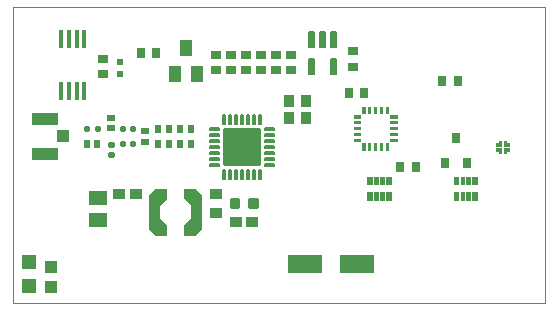
<source format=gtp>
G75*
%MOIN*%
%OFA0B0*%
%FSLAX25Y25*%
%IPPOS*%
%LPD*%
%AMOC8*
5,1,8,0,0,1.08239X$1,22.5*
%
%ADD10C,0.00000*%
%ADD11R,0.04016X0.03780*%
%ADD12R,0.03976X0.03661*%
%ADD13R,0.03661X0.03976*%
%ADD14R,0.08661X0.04134*%
%ADD15R,0.04134X0.03937*%
%ADD16R,0.02874X0.02008*%
%ADD17R,0.02008X0.02874*%
%ADD18C,0.00000*%
%ADD19C,0.00001*%
%ADD20C,0.01063*%
%ADD21C,0.00591*%
%ADD22C,0.01280*%
%ADD23R,0.05906X0.05118*%
%ADD24C,0.01127*%
%ADD25R,0.02756X0.03543*%
%ADD26R,0.03543X0.02756*%
%ADD27R,0.03937X0.05512*%
%ADD28C,0.00571*%
%ADD29C,0.00256*%
%ADD30C,0.00039*%
%ADD31R,0.04724X0.04724*%
%ADD32R,0.03937X0.04331*%
%ADD33R,0.01700X0.05900*%
%ADD34R,0.02362X0.02362*%
%ADD35C,0.00260*%
%ADD36C,0.00201*%
%ADD37R,0.11811X0.06299*%
%ADD38R,0.03150X0.03543*%
D10*
X0050250Y0057425D02*
X0050250Y0155850D01*
X0227415Y0155850D01*
X0227415Y0057425D01*
X0050250Y0057425D01*
D11*
X0117962Y0087344D03*
X0117962Y0093470D03*
D12*
X0124334Y0084300D03*
X0129916Y0084300D03*
X0091166Y0093675D03*
X0085584Y0093675D03*
D13*
X0142125Y0119009D03*
X0147750Y0119009D03*
X0147750Y0124591D03*
X0142125Y0124591D03*
D14*
X0060737Y0118734D03*
X0060737Y0107120D03*
D15*
X0066741Y0112927D03*
D16*
X0082750Y0115486D03*
X0082750Y0119108D03*
X0094000Y0114733D03*
X0094000Y0111111D03*
D17*
X0098439Y0110422D03*
X0102061Y0110422D03*
X0105939Y0110422D03*
X0109561Y0110422D03*
X0109561Y0115422D03*
X0105939Y0115422D03*
X0102061Y0115422D03*
X0098439Y0115422D03*
X0078311Y0110422D03*
X0074689Y0110422D03*
D18*
X0095560Y0093183D02*
X0097725Y0095348D01*
X0101269Y0095348D01*
X0101269Y0092297D01*
X0098985Y0090014D01*
X0098985Y0085427D01*
X0101269Y0083144D01*
X0101269Y0080033D01*
X0097725Y0080033D01*
X0095560Y0082199D01*
X0095560Y0093183D01*
X0107174Y0092297D02*
X0107174Y0095348D01*
X0110718Y0095348D01*
X0112883Y0093183D01*
X0112883Y0082199D01*
X0110718Y0080033D01*
X0107174Y0080033D01*
X0107174Y0083144D01*
X0109458Y0085427D01*
X0109458Y0090014D01*
X0107174Y0092297D01*
D19*
X0112883Y0092297D01*
X0112883Y0092298D02*
X0107174Y0092298D01*
X0107174Y0092299D02*
X0112883Y0092299D01*
X0107174Y0092299D01*
X0107174Y0092300D02*
X0112883Y0092300D01*
X0112883Y0092301D02*
X0107174Y0092301D01*
X0107174Y0092302D02*
X0112883Y0092302D01*
X0112883Y0092303D02*
X0107174Y0092303D01*
X0112883Y0092303D01*
X0112883Y0092304D02*
X0107174Y0092304D01*
X0107174Y0092305D02*
X0112883Y0092305D01*
X0112883Y0092306D02*
X0107174Y0092306D01*
X0107174Y0092307D02*
X0112883Y0092307D01*
X0107174Y0092307D01*
X0107174Y0092308D02*
X0112883Y0092308D01*
X0112883Y0092309D02*
X0107174Y0092309D01*
X0107174Y0092310D02*
X0112883Y0092310D01*
X0112883Y0092311D02*
X0107174Y0092311D01*
X0112883Y0092311D01*
X0112883Y0092312D02*
X0107174Y0092312D01*
X0107174Y0092313D02*
X0112883Y0092313D01*
X0112883Y0092314D02*
X0107174Y0092314D01*
X0107174Y0092315D02*
X0112883Y0092315D01*
X0107174Y0092315D01*
X0107174Y0092316D02*
X0112883Y0092316D01*
X0112883Y0092317D02*
X0107174Y0092317D01*
X0107174Y0092318D02*
X0112883Y0092318D01*
X0112883Y0092319D02*
X0107174Y0092319D01*
X0112883Y0092319D01*
X0112883Y0092320D02*
X0107174Y0092320D01*
X0107174Y0092321D02*
X0112883Y0092321D01*
X0112883Y0092322D02*
X0107174Y0092322D01*
X0107174Y0092323D02*
X0112883Y0092323D01*
X0107174Y0092323D01*
X0107174Y0092324D02*
X0112883Y0092324D01*
X0112883Y0092325D02*
X0107174Y0092325D01*
X0107174Y0092326D02*
X0112883Y0092326D01*
X0112883Y0092327D02*
X0107174Y0092327D01*
X0112883Y0092327D01*
X0112883Y0092328D02*
X0107174Y0092328D01*
X0107174Y0092329D02*
X0112883Y0092329D01*
X0112883Y0092330D02*
X0107174Y0092330D01*
X0107174Y0092331D02*
X0112883Y0092331D01*
X0107174Y0092331D01*
X0107174Y0092332D02*
X0112883Y0092332D01*
X0112883Y0092333D02*
X0107174Y0092333D01*
X0107174Y0092334D02*
X0112883Y0092334D01*
X0112883Y0092335D02*
X0107174Y0092335D01*
X0112883Y0092335D01*
X0112883Y0092336D02*
X0107174Y0092336D01*
X0107174Y0092337D02*
X0112883Y0092337D01*
X0112883Y0092338D02*
X0107174Y0092338D01*
X0107174Y0092339D02*
X0112883Y0092339D01*
X0107174Y0092339D01*
X0107174Y0092340D02*
X0112883Y0092340D01*
X0112883Y0092341D02*
X0107174Y0092341D01*
X0107174Y0092342D02*
X0112883Y0092342D01*
X0112883Y0092343D02*
X0107174Y0092343D01*
X0112883Y0092343D01*
X0112883Y0092344D02*
X0107174Y0092344D01*
X0107174Y0092345D02*
X0112883Y0092345D01*
X0112883Y0092346D02*
X0107174Y0092346D01*
X0107174Y0092347D02*
X0112883Y0092347D01*
X0107174Y0092347D01*
X0107174Y0092348D02*
X0112883Y0092348D01*
X0112883Y0092349D02*
X0107174Y0092349D01*
X0107174Y0092350D02*
X0112883Y0092350D01*
X0112883Y0092351D02*
X0107174Y0092351D01*
X0112883Y0092351D01*
X0112883Y0092352D02*
X0107174Y0092352D01*
X0107174Y0092353D02*
X0112883Y0092353D01*
X0112883Y0092354D02*
X0107174Y0092354D01*
X0107174Y0092355D02*
X0112883Y0092355D01*
X0107174Y0092355D01*
X0107174Y0092356D02*
X0112883Y0092356D01*
X0112883Y0092357D02*
X0107174Y0092357D01*
X0107174Y0092358D02*
X0112883Y0092358D01*
X0112883Y0092359D02*
X0107174Y0092359D01*
X0112883Y0092359D01*
X0112883Y0092360D02*
X0107174Y0092360D01*
X0107174Y0092361D02*
X0112883Y0092361D01*
X0112883Y0092362D02*
X0107174Y0092362D01*
X0112883Y0092362D01*
X0112883Y0092363D02*
X0107174Y0092363D01*
X0107174Y0092364D02*
X0112883Y0092364D01*
X0112883Y0092365D02*
X0107174Y0092365D01*
X0107174Y0092366D02*
X0112883Y0092366D01*
X0107174Y0092366D01*
X0107174Y0092367D02*
X0112883Y0092367D01*
X0112883Y0092368D02*
X0107174Y0092368D01*
X0107174Y0092369D02*
X0112883Y0092369D01*
X0112883Y0092370D02*
X0107174Y0092370D01*
X0112883Y0092370D01*
X0112883Y0092371D02*
X0107174Y0092371D01*
X0107174Y0092372D02*
X0112883Y0092372D01*
X0112883Y0092373D02*
X0107174Y0092373D01*
X0107174Y0092374D02*
X0112883Y0092374D01*
X0107174Y0092374D01*
X0107174Y0092375D02*
X0112883Y0092375D01*
X0112883Y0092376D02*
X0107174Y0092376D01*
X0107174Y0092377D02*
X0112883Y0092377D01*
X0112883Y0092378D02*
X0107174Y0092378D01*
X0112883Y0092378D01*
X0112883Y0092379D02*
X0107174Y0092379D01*
X0107174Y0092380D02*
X0112883Y0092380D01*
X0112883Y0092381D02*
X0107174Y0092381D01*
X0107174Y0092382D02*
X0112883Y0092382D01*
X0107174Y0092382D01*
X0107174Y0092383D02*
X0112883Y0092383D01*
X0112883Y0092384D02*
X0107174Y0092384D01*
X0107174Y0092385D02*
X0112883Y0092385D01*
X0112883Y0092386D02*
X0107174Y0092386D01*
X0112883Y0092386D01*
X0112883Y0092387D02*
X0107174Y0092387D01*
X0107174Y0092388D02*
X0112883Y0092388D01*
X0112883Y0092389D02*
X0107174Y0092389D01*
X0107174Y0092390D02*
X0112883Y0092390D01*
X0107174Y0092390D01*
X0107174Y0092391D02*
X0112883Y0092391D01*
X0112883Y0092392D02*
X0107174Y0092392D01*
X0107174Y0092393D02*
X0112883Y0092393D01*
X0112883Y0092394D02*
X0107174Y0092394D01*
X0112883Y0092394D01*
X0112883Y0092395D02*
X0107174Y0092395D01*
X0107174Y0092396D02*
X0112883Y0092396D01*
X0112883Y0092397D02*
X0107174Y0092397D01*
X0107174Y0092398D02*
X0112883Y0092398D01*
X0107174Y0092398D01*
X0107174Y0092399D02*
X0112883Y0092399D01*
X0112883Y0092400D02*
X0107174Y0092400D01*
X0107174Y0092401D02*
X0112883Y0092401D01*
X0112883Y0092402D02*
X0107174Y0092402D01*
X0112883Y0092402D01*
X0112883Y0092403D02*
X0107174Y0092403D01*
X0107174Y0092404D02*
X0112883Y0092404D01*
X0112883Y0092405D02*
X0107174Y0092405D01*
X0107174Y0092406D02*
X0112883Y0092406D01*
X0107174Y0092406D01*
X0107174Y0092407D02*
X0112883Y0092407D01*
X0112883Y0092408D02*
X0107174Y0092408D01*
X0107174Y0092409D02*
X0112883Y0092409D01*
X0112883Y0092410D02*
X0107174Y0092410D01*
X0112883Y0092410D01*
X0112883Y0092411D02*
X0107174Y0092411D01*
X0107174Y0092412D02*
X0112883Y0092412D01*
X0112883Y0092413D02*
X0107174Y0092413D01*
X0107174Y0092414D02*
X0112883Y0092414D01*
X0107174Y0092414D01*
X0107174Y0092415D02*
X0112883Y0092415D01*
X0112883Y0092416D02*
X0107174Y0092416D01*
X0107174Y0092417D02*
X0112883Y0092417D01*
X0112883Y0092418D02*
X0107174Y0092418D01*
X0112883Y0092418D01*
X0112883Y0092419D02*
X0107174Y0092419D01*
X0107174Y0092420D02*
X0112883Y0092420D01*
X0112883Y0092421D02*
X0107174Y0092421D01*
X0107174Y0092422D02*
X0112883Y0092422D01*
X0107174Y0092422D01*
X0107174Y0092423D02*
X0112883Y0092423D01*
X0112883Y0092424D02*
X0107174Y0092424D01*
X0107174Y0092425D02*
X0112883Y0092425D01*
X0112883Y0092426D02*
X0107174Y0092426D01*
X0112883Y0092426D01*
X0112883Y0092427D02*
X0107174Y0092427D01*
X0107174Y0092428D02*
X0112883Y0092428D01*
X0112883Y0092429D02*
X0107174Y0092429D01*
X0107174Y0092430D02*
X0112883Y0092430D01*
X0107174Y0092430D01*
X0107174Y0092431D02*
X0112883Y0092431D01*
X0112883Y0092432D02*
X0107174Y0092432D01*
X0107174Y0092433D02*
X0112883Y0092433D01*
X0112883Y0092434D02*
X0107174Y0092434D01*
X0112883Y0092434D01*
X0112883Y0092435D02*
X0107174Y0092435D01*
X0107174Y0092436D02*
X0112883Y0092436D01*
X0112883Y0092437D02*
X0107174Y0092437D01*
X0107174Y0092438D02*
X0112883Y0092438D01*
X0107174Y0092438D01*
X0107174Y0092439D02*
X0112883Y0092439D01*
X0112883Y0092440D02*
X0107174Y0092440D01*
X0107174Y0092441D02*
X0112883Y0092441D01*
X0112883Y0092442D02*
X0107174Y0092442D01*
X0112883Y0092442D01*
X0112883Y0092443D02*
X0107174Y0092443D01*
X0107174Y0092444D02*
X0112883Y0092444D01*
X0112883Y0092445D02*
X0107174Y0092445D01*
X0107174Y0092446D02*
X0112883Y0092446D01*
X0107174Y0092446D01*
X0107174Y0092447D02*
X0112883Y0092447D01*
X0112883Y0092448D02*
X0107174Y0092448D01*
X0107174Y0092449D02*
X0112883Y0092449D01*
X0112883Y0092450D02*
X0107174Y0092450D01*
X0112883Y0092450D01*
X0112883Y0092451D02*
X0107174Y0092451D01*
X0107174Y0092452D02*
X0112883Y0092452D01*
X0112883Y0092453D02*
X0107174Y0092453D01*
X0107174Y0092454D02*
X0112883Y0092454D01*
X0107174Y0092454D01*
X0107174Y0092455D02*
X0112883Y0092455D01*
X0112883Y0092456D02*
X0107174Y0092456D01*
X0107174Y0092457D02*
X0112883Y0092457D01*
X0112883Y0092458D02*
X0107174Y0092458D01*
X0112883Y0092458D01*
X0112883Y0092459D02*
X0107174Y0092459D01*
X0107174Y0092460D02*
X0112883Y0092460D01*
X0112883Y0092461D02*
X0107174Y0092461D01*
X0107174Y0092462D02*
X0112883Y0092462D01*
X0107174Y0092462D01*
X0107174Y0092463D02*
X0112883Y0092463D01*
X0112883Y0092464D02*
X0107174Y0092464D01*
X0107174Y0092465D02*
X0112883Y0092465D01*
X0112883Y0092466D02*
X0107174Y0092466D01*
X0112883Y0092466D01*
X0112883Y0092467D02*
X0107174Y0092467D01*
X0107174Y0092468D02*
X0112883Y0092468D01*
X0112883Y0092469D02*
X0107174Y0092469D01*
X0107174Y0092470D02*
X0112883Y0092470D01*
X0107174Y0092470D01*
X0107174Y0092471D02*
X0112883Y0092471D01*
X0112883Y0092472D02*
X0107174Y0092472D01*
X0107174Y0092473D02*
X0112883Y0092473D01*
X0112883Y0092474D02*
X0107174Y0092474D01*
X0112883Y0092474D01*
X0112883Y0092475D02*
X0107174Y0092475D01*
X0107174Y0092476D02*
X0112883Y0092476D01*
X0112883Y0092477D02*
X0107174Y0092477D01*
X0107174Y0092478D02*
X0112883Y0092478D01*
X0107174Y0092478D01*
X0107174Y0092479D02*
X0112883Y0092479D01*
X0112883Y0092480D02*
X0107174Y0092480D01*
X0107174Y0092481D02*
X0112883Y0092481D01*
X0112883Y0092482D02*
X0107174Y0092482D01*
X0112883Y0092482D01*
X0112883Y0092483D02*
X0107174Y0092483D01*
X0107174Y0092484D02*
X0112883Y0092484D01*
X0112883Y0092485D02*
X0107174Y0092485D01*
X0107174Y0092486D02*
X0112883Y0092486D01*
X0107174Y0092486D01*
X0107174Y0092487D02*
X0112883Y0092487D01*
X0112883Y0092488D02*
X0107174Y0092488D01*
X0107174Y0092489D02*
X0112883Y0092489D01*
X0112883Y0092490D02*
X0107174Y0092490D01*
X0112883Y0092490D01*
X0112883Y0092491D02*
X0107174Y0092491D01*
X0107174Y0092492D02*
X0112883Y0092492D01*
X0112883Y0092493D02*
X0107174Y0092493D01*
X0107174Y0092494D02*
X0112883Y0092494D01*
X0107174Y0092494D01*
X0107174Y0092495D02*
X0112883Y0092495D01*
X0112883Y0092496D02*
X0107174Y0092496D01*
X0107174Y0092497D02*
X0112883Y0092497D01*
X0112883Y0092498D02*
X0107174Y0092498D01*
X0112883Y0092498D01*
X0112883Y0092499D02*
X0107174Y0092499D01*
X0107174Y0092500D02*
X0112883Y0092500D01*
X0112883Y0092501D02*
X0107174Y0092501D01*
X0107174Y0092502D02*
X0112883Y0092502D01*
X0107174Y0092502D01*
X0107174Y0092503D02*
X0112883Y0092503D01*
X0112883Y0092504D02*
X0107174Y0092504D01*
X0107174Y0092505D02*
X0112883Y0092505D01*
X0112883Y0092506D02*
X0107174Y0092506D01*
X0112883Y0092506D01*
X0112883Y0092507D02*
X0107174Y0092507D01*
X0107174Y0092508D02*
X0112883Y0092508D01*
X0112883Y0092509D02*
X0107174Y0092509D01*
X0107174Y0092510D02*
X0112883Y0092510D01*
X0107174Y0092510D01*
X0107174Y0092511D02*
X0112883Y0092511D01*
X0112883Y0092512D02*
X0107174Y0092512D01*
X0107174Y0092513D02*
X0112883Y0092513D01*
X0112883Y0092514D02*
X0107174Y0092514D01*
X0112883Y0092514D01*
X0112883Y0092515D02*
X0107174Y0092515D01*
X0107174Y0092516D02*
X0112883Y0092516D01*
X0112883Y0092517D02*
X0107174Y0092517D01*
X0107174Y0092518D02*
X0112883Y0092518D01*
X0107174Y0092518D01*
X0107174Y0092519D02*
X0112883Y0092519D01*
X0112883Y0092520D02*
X0107174Y0092520D01*
X0107174Y0092521D02*
X0112883Y0092521D01*
X0112883Y0092522D02*
X0107174Y0092522D01*
X0112883Y0092522D01*
X0112883Y0092523D02*
X0107174Y0092523D01*
X0107174Y0092524D02*
X0112883Y0092524D01*
X0112883Y0092525D02*
X0107174Y0092525D01*
X0107174Y0092526D02*
X0112883Y0092526D01*
X0107174Y0092526D01*
X0107174Y0092527D02*
X0112883Y0092527D01*
X0112883Y0092528D02*
X0107174Y0092528D01*
X0107174Y0092529D02*
X0112883Y0092529D01*
X0112883Y0092530D02*
X0107174Y0092530D01*
X0112883Y0092530D01*
X0112883Y0092531D02*
X0107174Y0092531D01*
X0107174Y0092532D02*
X0112883Y0092532D01*
X0112883Y0092533D02*
X0107174Y0092533D01*
X0107174Y0092534D02*
X0112883Y0092534D01*
X0107174Y0092534D01*
X0107174Y0092535D02*
X0112883Y0092535D01*
X0112883Y0092536D02*
X0107174Y0092536D01*
X0107174Y0092537D02*
X0112883Y0092537D01*
X0112883Y0092538D02*
X0107174Y0092538D01*
X0112883Y0092538D01*
X0112883Y0092539D02*
X0107174Y0092539D01*
X0107174Y0092540D02*
X0112883Y0092540D01*
X0112883Y0092541D02*
X0107174Y0092541D01*
X0107174Y0092542D02*
X0112883Y0092542D01*
X0107174Y0092542D01*
X0107174Y0092543D02*
X0112883Y0092543D01*
X0112883Y0092544D02*
X0107174Y0092544D01*
X0107174Y0092545D02*
X0112883Y0092545D01*
X0112883Y0092546D02*
X0107174Y0092546D01*
X0112883Y0092546D01*
X0112883Y0092547D02*
X0107174Y0092547D01*
X0107174Y0092548D02*
X0112883Y0092548D01*
X0112883Y0092549D02*
X0107174Y0092549D01*
X0107174Y0092550D02*
X0112883Y0092550D01*
X0107174Y0092550D01*
X0107174Y0092551D02*
X0112883Y0092551D01*
X0112883Y0092552D02*
X0107174Y0092552D01*
X0107174Y0092553D02*
X0112883Y0092553D01*
X0112883Y0092554D02*
X0107174Y0092554D01*
X0112883Y0092554D01*
X0112883Y0092555D02*
X0107174Y0092555D01*
X0107174Y0092556D02*
X0112883Y0092556D01*
X0112883Y0092557D02*
X0107174Y0092557D01*
X0107174Y0092558D02*
X0112883Y0092558D01*
X0107174Y0092558D01*
X0107174Y0092559D02*
X0112883Y0092559D01*
X0112883Y0092560D02*
X0107174Y0092560D01*
X0107174Y0092561D02*
X0112883Y0092561D01*
X0112883Y0092562D02*
X0107174Y0092562D01*
X0112883Y0092562D01*
X0112883Y0092563D02*
X0107174Y0092563D01*
X0107174Y0092564D02*
X0112883Y0092564D01*
X0112883Y0092565D02*
X0107174Y0092565D01*
X0107174Y0092566D02*
X0112883Y0092566D01*
X0107174Y0092566D01*
X0107174Y0092567D02*
X0112883Y0092567D01*
X0112883Y0092568D02*
X0107174Y0092568D01*
X0107174Y0092569D02*
X0112883Y0092569D01*
X0112883Y0092570D02*
X0107174Y0092570D01*
X0112883Y0092570D01*
X0112883Y0092571D02*
X0107174Y0092571D01*
X0107174Y0092572D02*
X0112883Y0092572D01*
X0112883Y0092573D02*
X0107174Y0092573D01*
X0107174Y0092574D02*
X0112883Y0092574D01*
X0107174Y0092574D01*
X0107174Y0092575D02*
X0112883Y0092575D01*
X0112883Y0092576D02*
X0107174Y0092576D01*
X0107174Y0092577D02*
X0112883Y0092577D01*
X0112883Y0092578D02*
X0107174Y0092578D01*
X0112883Y0092578D01*
X0112883Y0092579D02*
X0107174Y0092579D01*
X0107174Y0092580D02*
X0112883Y0092580D01*
X0112883Y0092581D02*
X0107174Y0092581D01*
X0107174Y0092582D02*
X0112883Y0092582D01*
X0107174Y0092582D01*
X0107174Y0092583D02*
X0112883Y0092583D01*
X0112883Y0092584D02*
X0107174Y0092584D01*
X0107174Y0092585D02*
X0112883Y0092585D01*
X0112883Y0092586D02*
X0107174Y0092586D01*
X0112883Y0092586D01*
X0112883Y0092587D02*
X0107174Y0092587D01*
X0107174Y0092588D02*
X0112883Y0092588D01*
X0112883Y0092589D02*
X0107174Y0092589D01*
X0107174Y0092590D02*
X0112883Y0092590D01*
X0107174Y0092590D01*
X0107174Y0092591D02*
X0112883Y0092591D01*
X0112883Y0092592D02*
X0107174Y0092592D01*
X0107174Y0092593D02*
X0112883Y0092593D01*
X0112883Y0092594D02*
X0107174Y0092594D01*
X0112883Y0092594D01*
X0112883Y0092595D02*
X0107174Y0092595D01*
X0107174Y0092596D02*
X0112883Y0092596D01*
X0112883Y0092597D02*
X0107174Y0092597D01*
X0107174Y0092598D02*
X0112883Y0092598D01*
X0107174Y0092598D01*
X0107174Y0092599D02*
X0112883Y0092599D01*
X0112883Y0092600D02*
X0107174Y0092600D01*
X0107174Y0092601D02*
X0112883Y0092601D01*
X0112883Y0092602D02*
X0107174Y0092602D01*
X0112883Y0092602D01*
X0112883Y0092603D02*
X0107174Y0092603D01*
X0107174Y0092604D02*
X0112883Y0092604D01*
X0112883Y0092605D02*
X0107174Y0092605D01*
X0107174Y0092606D02*
X0112883Y0092606D01*
X0107174Y0092606D01*
X0107174Y0092607D02*
X0112883Y0092607D01*
X0112883Y0092608D02*
X0107174Y0092608D01*
X0107174Y0092609D02*
X0112883Y0092609D01*
X0112883Y0092610D02*
X0107174Y0092610D01*
X0112883Y0092610D01*
X0112883Y0092611D02*
X0107174Y0092611D01*
X0107174Y0092612D02*
X0112883Y0092612D01*
X0112883Y0092613D02*
X0107174Y0092613D01*
X0107174Y0092614D02*
X0112883Y0092614D01*
X0107174Y0092614D01*
X0107174Y0092615D02*
X0112883Y0092615D01*
X0112883Y0092616D02*
X0107174Y0092616D01*
X0107174Y0092617D02*
X0112883Y0092617D01*
X0112883Y0092618D02*
X0107174Y0092618D01*
X0112883Y0092618D01*
X0112883Y0092619D02*
X0107174Y0092619D01*
X0107174Y0092620D02*
X0112883Y0092620D01*
X0112883Y0092621D02*
X0107174Y0092621D01*
X0107174Y0092622D02*
X0112883Y0092622D01*
X0107174Y0092622D01*
X0107174Y0092623D02*
X0112883Y0092623D01*
X0112883Y0092624D02*
X0107174Y0092624D01*
X0107174Y0092625D02*
X0112883Y0092625D01*
X0112883Y0092626D02*
X0107174Y0092626D01*
X0112883Y0092626D01*
X0112883Y0092627D02*
X0107174Y0092627D01*
X0107174Y0092628D02*
X0112883Y0092628D01*
X0112883Y0092629D02*
X0107174Y0092629D01*
X0107174Y0092630D02*
X0112883Y0092630D01*
X0107174Y0092630D01*
X0107174Y0092631D02*
X0112883Y0092631D01*
X0112883Y0092632D02*
X0107174Y0092632D01*
X0107174Y0092633D02*
X0112883Y0092633D01*
X0112883Y0092634D02*
X0107174Y0092634D01*
X0112883Y0092634D01*
X0112883Y0092635D02*
X0107174Y0092635D01*
X0107174Y0092636D02*
X0112883Y0092636D01*
X0112883Y0092637D02*
X0107174Y0092637D01*
X0107174Y0092638D02*
X0112883Y0092638D01*
X0107174Y0092638D01*
X0107174Y0092639D02*
X0112883Y0092639D01*
X0112883Y0092640D02*
X0107174Y0092640D01*
X0107174Y0092641D02*
X0112883Y0092641D01*
X0112883Y0092642D02*
X0107174Y0092642D01*
X0112883Y0092642D01*
X0112883Y0092643D02*
X0107174Y0092643D01*
X0107174Y0092644D02*
X0112883Y0092644D01*
X0112883Y0092645D02*
X0107174Y0092645D01*
X0107174Y0092646D02*
X0112883Y0092646D01*
X0107174Y0092646D01*
X0107174Y0092647D02*
X0112883Y0092647D01*
X0112883Y0092648D02*
X0107174Y0092648D01*
X0107174Y0092649D02*
X0112883Y0092649D01*
X0112883Y0092650D02*
X0107174Y0092650D01*
X0112883Y0092650D01*
X0112883Y0092651D02*
X0107174Y0092651D01*
X0107174Y0092652D02*
X0112883Y0092652D01*
X0112883Y0092653D02*
X0107174Y0092653D01*
X0107174Y0092654D02*
X0112883Y0092654D01*
X0107174Y0092654D01*
X0107174Y0092655D02*
X0112883Y0092655D01*
X0112883Y0092656D02*
X0107174Y0092656D01*
X0107174Y0092657D02*
X0112883Y0092657D01*
X0112883Y0092658D02*
X0107174Y0092658D01*
X0112883Y0092658D01*
X0112883Y0092659D02*
X0107174Y0092659D01*
X0107174Y0092660D02*
X0112883Y0092660D01*
X0112883Y0092661D02*
X0107174Y0092661D01*
X0107174Y0092662D02*
X0112883Y0092662D01*
X0107174Y0092662D01*
X0107174Y0092663D02*
X0112883Y0092663D01*
X0112883Y0092664D02*
X0107174Y0092664D01*
X0107174Y0092665D02*
X0112883Y0092665D01*
X0112883Y0092666D02*
X0107174Y0092666D01*
X0112883Y0092666D01*
X0112883Y0092667D02*
X0107174Y0092667D01*
X0107174Y0092668D02*
X0112883Y0092668D01*
X0112883Y0092669D02*
X0107174Y0092669D01*
X0107174Y0092670D02*
X0112883Y0092670D01*
X0107174Y0092670D01*
X0107174Y0092671D02*
X0112883Y0092671D01*
X0112883Y0092672D02*
X0107174Y0092672D01*
X0107174Y0092673D02*
X0112883Y0092673D01*
X0112883Y0092674D02*
X0107174Y0092674D01*
X0112883Y0092674D01*
X0112883Y0092675D02*
X0107174Y0092675D01*
X0107174Y0092676D02*
X0112883Y0092676D01*
X0112883Y0092677D02*
X0107174Y0092677D01*
X0107174Y0092678D02*
X0112883Y0092678D01*
X0107174Y0092678D01*
X0107174Y0092679D02*
X0112883Y0092679D01*
X0112883Y0092680D02*
X0107174Y0092680D01*
X0107174Y0092681D02*
X0112883Y0092681D01*
X0112883Y0092682D02*
X0107174Y0092682D01*
X0112883Y0092682D01*
X0112883Y0092683D02*
X0107174Y0092683D01*
X0107174Y0092684D02*
X0112883Y0092684D01*
X0112883Y0092685D02*
X0107174Y0092685D01*
X0107174Y0092686D02*
X0112883Y0092686D01*
X0107174Y0092686D01*
X0107174Y0092687D02*
X0112883Y0092687D01*
X0112883Y0092688D02*
X0107174Y0092688D01*
X0107174Y0092689D02*
X0112883Y0092689D01*
X0112883Y0092690D02*
X0107174Y0092690D01*
X0112883Y0092690D01*
X0112883Y0092691D02*
X0107174Y0092691D01*
X0107174Y0092692D02*
X0112883Y0092692D01*
X0112883Y0092693D02*
X0107174Y0092693D01*
X0107174Y0092694D02*
X0112883Y0092694D01*
X0107174Y0092694D01*
X0107174Y0092695D02*
X0112883Y0092695D01*
X0112883Y0092696D02*
X0107174Y0092696D01*
X0107174Y0092697D02*
X0112883Y0092697D01*
X0112883Y0092698D02*
X0107174Y0092698D01*
X0112883Y0092698D01*
X0112883Y0092699D02*
X0107174Y0092699D01*
X0107174Y0092700D02*
X0112883Y0092700D01*
X0112883Y0092701D02*
X0107174Y0092701D01*
X0107174Y0092702D02*
X0112883Y0092702D01*
X0107174Y0092702D01*
X0107174Y0092703D02*
X0112883Y0092703D01*
X0112883Y0092704D02*
X0107174Y0092704D01*
X0107174Y0092705D02*
X0112883Y0092705D01*
X0112883Y0092706D02*
X0107174Y0092706D01*
X0112883Y0092706D01*
X0112883Y0092707D02*
X0107174Y0092707D01*
X0107174Y0092708D02*
X0112883Y0092708D01*
X0112883Y0092709D02*
X0107174Y0092709D01*
X0107174Y0092710D02*
X0112883Y0092710D01*
X0107174Y0092710D01*
X0107174Y0092711D02*
X0112883Y0092711D01*
X0112883Y0092712D02*
X0107174Y0092712D01*
X0107174Y0092713D02*
X0112883Y0092713D01*
X0112883Y0092714D02*
X0107174Y0092714D01*
X0112883Y0092714D01*
X0112883Y0092715D02*
X0107174Y0092715D01*
X0107174Y0092716D02*
X0112883Y0092716D01*
X0112883Y0092717D02*
X0107174Y0092717D01*
X0107174Y0092718D02*
X0112883Y0092718D01*
X0107174Y0092718D01*
X0107174Y0092719D02*
X0112883Y0092719D01*
X0112883Y0092720D02*
X0107174Y0092720D01*
X0107174Y0092721D02*
X0112883Y0092721D01*
X0112883Y0092722D02*
X0107174Y0092722D01*
X0112883Y0092722D01*
X0112883Y0092723D02*
X0107174Y0092723D01*
X0107174Y0092724D02*
X0112883Y0092724D01*
X0112883Y0092725D02*
X0107174Y0092725D01*
X0107174Y0092726D02*
X0112883Y0092726D01*
X0107174Y0092726D01*
X0107174Y0092727D02*
X0112883Y0092727D01*
X0112883Y0092728D02*
X0107174Y0092728D01*
X0107174Y0092729D02*
X0112883Y0092729D01*
X0112883Y0092730D02*
X0107174Y0092730D01*
X0112883Y0092730D01*
X0112883Y0092731D02*
X0107174Y0092731D01*
X0107174Y0092732D02*
X0112883Y0092732D01*
X0112883Y0092733D02*
X0107174Y0092733D01*
X0107174Y0092734D02*
X0112883Y0092734D01*
X0107174Y0092734D01*
X0107174Y0092735D02*
X0112883Y0092735D01*
X0112883Y0092736D02*
X0107174Y0092736D01*
X0107174Y0092737D02*
X0112883Y0092737D01*
X0112883Y0092738D02*
X0107174Y0092738D01*
X0112883Y0092738D01*
X0112883Y0092739D02*
X0107174Y0092739D01*
X0107174Y0092740D02*
X0112883Y0092740D01*
X0112883Y0092741D02*
X0107174Y0092741D01*
X0107174Y0092742D02*
X0112883Y0092742D01*
X0107174Y0092742D01*
X0107174Y0092743D02*
X0112883Y0092743D01*
X0112883Y0092744D02*
X0107174Y0092744D01*
X0107174Y0092745D02*
X0112883Y0092745D01*
X0112883Y0092746D02*
X0107174Y0092746D01*
X0112883Y0092746D01*
X0112883Y0092747D02*
X0107174Y0092747D01*
X0107174Y0092748D02*
X0112883Y0092748D01*
X0112883Y0092749D02*
X0107174Y0092749D01*
X0107174Y0092750D02*
X0112883Y0092750D01*
X0107174Y0092750D01*
X0107174Y0092751D02*
X0112883Y0092751D01*
X0112883Y0092752D02*
X0107174Y0092752D01*
X0107174Y0092753D02*
X0112883Y0092753D01*
X0112883Y0092754D02*
X0107174Y0092754D01*
X0112883Y0092754D01*
X0112883Y0092755D02*
X0107174Y0092755D01*
X0107174Y0092756D02*
X0112883Y0092756D01*
X0112883Y0092757D02*
X0107174Y0092757D01*
X0107174Y0092758D02*
X0112883Y0092758D01*
X0107174Y0092758D01*
X0107174Y0092759D02*
X0112883Y0092759D01*
X0112883Y0092760D02*
X0107174Y0092760D01*
X0107174Y0092761D02*
X0112883Y0092761D01*
X0112883Y0092762D02*
X0107174Y0092762D01*
X0112883Y0092762D01*
X0112883Y0092763D02*
X0107174Y0092763D01*
X0107174Y0092764D02*
X0112883Y0092764D01*
X0112883Y0092765D02*
X0107174Y0092765D01*
X0107174Y0092766D02*
X0112883Y0092766D01*
X0107174Y0092766D01*
X0107174Y0092767D02*
X0112883Y0092767D01*
X0112883Y0092768D02*
X0107174Y0092768D01*
X0107174Y0092769D02*
X0112883Y0092769D01*
X0112883Y0092770D02*
X0107174Y0092770D01*
X0112883Y0092770D01*
X0112883Y0092771D02*
X0107174Y0092771D01*
X0107174Y0092772D02*
X0112883Y0092772D01*
X0112883Y0092773D02*
X0107174Y0092773D01*
X0107174Y0092774D02*
X0112883Y0092774D01*
X0107174Y0092774D01*
X0107174Y0092775D02*
X0112883Y0092775D01*
X0112883Y0092776D02*
X0107174Y0092776D01*
X0107174Y0092777D02*
X0112883Y0092777D01*
X0112883Y0092778D02*
X0107174Y0092778D01*
X0112883Y0092778D01*
X0112883Y0092779D02*
X0107174Y0092779D01*
X0107174Y0092780D02*
X0112883Y0092780D01*
X0112883Y0092781D02*
X0107174Y0092781D01*
X0107174Y0092782D02*
X0112883Y0092782D01*
X0107174Y0092782D01*
X0107174Y0092783D02*
X0112883Y0092783D01*
X0112883Y0092784D02*
X0107174Y0092784D01*
X0107174Y0092785D02*
X0112883Y0092785D01*
X0112883Y0092786D02*
X0107174Y0092786D01*
X0112883Y0092786D01*
X0112883Y0092787D02*
X0107174Y0092787D01*
X0107174Y0092788D02*
X0112883Y0092788D01*
X0112883Y0092789D02*
X0107174Y0092789D01*
X0107174Y0092790D02*
X0112883Y0092790D01*
X0107174Y0092790D01*
X0107174Y0092791D02*
X0112883Y0092791D01*
X0112883Y0092792D02*
X0107174Y0092792D01*
X0107174Y0092793D02*
X0112883Y0092793D01*
X0112883Y0092794D02*
X0107174Y0092794D01*
X0112883Y0092794D01*
X0112883Y0092795D02*
X0107174Y0092795D01*
X0107174Y0092796D02*
X0112883Y0092796D01*
X0112883Y0092797D02*
X0107174Y0092797D01*
X0107174Y0092798D02*
X0112883Y0092798D01*
X0107174Y0092798D01*
X0107174Y0092799D02*
X0112883Y0092799D01*
X0112883Y0092800D02*
X0107174Y0092800D01*
X0107174Y0092801D02*
X0112883Y0092801D01*
X0112883Y0092802D02*
X0107174Y0092802D01*
X0112883Y0092802D01*
X0112883Y0092803D02*
X0107174Y0092803D01*
X0107174Y0092804D02*
X0112883Y0092804D01*
X0112883Y0092805D02*
X0107174Y0092805D01*
X0107174Y0092806D02*
X0112883Y0092806D01*
X0107174Y0092806D01*
X0107174Y0092807D02*
X0112883Y0092807D01*
X0112883Y0092808D02*
X0107174Y0092808D01*
X0107174Y0092809D02*
X0112883Y0092809D01*
X0112883Y0092810D02*
X0107174Y0092810D01*
X0112883Y0092810D01*
X0112883Y0092811D02*
X0107174Y0092811D01*
X0107174Y0092812D02*
X0112883Y0092812D01*
X0112883Y0092813D02*
X0107174Y0092813D01*
X0107174Y0092814D02*
X0112883Y0092814D01*
X0107174Y0092814D01*
X0107174Y0092815D02*
X0112883Y0092815D01*
X0112883Y0092816D02*
X0107174Y0092816D01*
X0107174Y0092817D02*
X0112883Y0092817D01*
X0112883Y0092818D02*
X0107174Y0092818D01*
X0112883Y0092818D01*
X0112883Y0092819D02*
X0107174Y0092819D01*
X0107174Y0092820D02*
X0112883Y0092820D01*
X0112883Y0092821D02*
X0107174Y0092821D01*
X0107174Y0092822D02*
X0112883Y0092822D01*
X0107174Y0092822D01*
X0107174Y0092823D02*
X0112883Y0092823D01*
X0112883Y0092824D02*
X0107174Y0092824D01*
X0107174Y0092825D02*
X0112883Y0092825D01*
X0112883Y0092826D02*
X0107174Y0092826D01*
X0112883Y0092826D01*
X0112883Y0092827D02*
X0107174Y0092827D01*
X0107174Y0092828D02*
X0112883Y0092828D01*
X0112883Y0092829D02*
X0107174Y0092829D01*
X0107174Y0092830D02*
X0112883Y0092830D01*
X0107174Y0092830D01*
X0107174Y0092831D02*
X0112883Y0092831D01*
X0112883Y0092832D02*
X0107174Y0092832D01*
X0107174Y0092833D02*
X0112883Y0092833D01*
X0112883Y0092834D02*
X0107174Y0092834D01*
X0112883Y0092834D01*
X0112883Y0092835D02*
X0107174Y0092835D01*
X0107174Y0092836D02*
X0112883Y0092836D01*
X0112883Y0092837D02*
X0107174Y0092837D01*
X0107174Y0092838D02*
X0112883Y0092838D01*
X0107174Y0092838D01*
X0107174Y0092839D02*
X0112883Y0092839D01*
X0112883Y0092840D02*
X0107174Y0092840D01*
X0107174Y0092841D02*
X0112883Y0092841D01*
X0112883Y0092842D02*
X0107174Y0092842D01*
X0112883Y0092842D01*
X0112883Y0092843D02*
X0107174Y0092843D01*
X0107174Y0092844D02*
X0112883Y0092844D01*
X0112883Y0092845D02*
X0107174Y0092845D01*
X0107174Y0092846D02*
X0112883Y0092846D01*
X0107174Y0092846D01*
X0107174Y0092847D02*
X0112883Y0092847D01*
X0112883Y0092848D02*
X0107174Y0092848D01*
X0107174Y0092849D02*
X0112883Y0092849D01*
X0112883Y0092850D02*
X0107174Y0092850D01*
X0112883Y0092850D01*
X0112883Y0092851D02*
X0107174Y0092851D01*
X0107174Y0092852D02*
X0112883Y0092852D01*
X0112883Y0092853D02*
X0107174Y0092853D01*
X0107174Y0092854D02*
X0112883Y0092854D01*
X0107174Y0092854D01*
X0107174Y0092855D02*
X0112883Y0092855D01*
X0112883Y0092856D02*
X0107174Y0092856D01*
X0107174Y0092857D02*
X0112883Y0092857D01*
X0112883Y0092858D02*
X0107174Y0092858D01*
X0112883Y0092858D01*
X0112883Y0092859D02*
X0107174Y0092859D01*
X0107174Y0092860D02*
X0112883Y0092860D01*
X0112883Y0092861D02*
X0107174Y0092861D01*
X0107174Y0092862D02*
X0112883Y0092862D01*
X0107174Y0092862D01*
X0107174Y0092863D02*
X0112883Y0092863D01*
X0112883Y0092864D02*
X0107174Y0092864D01*
X0107174Y0092865D02*
X0112883Y0092865D01*
X0112883Y0092866D02*
X0107174Y0092866D01*
X0112883Y0092866D01*
X0112883Y0092867D02*
X0107174Y0092867D01*
X0107174Y0092868D02*
X0112883Y0092868D01*
X0112883Y0092869D02*
X0107174Y0092869D01*
X0107174Y0092870D02*
X0112883Y0092870D01*
X0107174Y0092870D01*
X0107174Y0092871D02*
X0112883Y0092871D01*
X0112883Y0092872D02*
X0107174Y0092872D01*
X0107174Y0092873D02*
X0112883Y0092873D01*
X0112883Y0092874D02*
X0107174Y0092874D01*
X0112883Y0092874D01*
X0112883Y0092875D02*
X0107174Y0092875D01*
X0107174Y0092876D02*
X0112883Y0092876D01*
X0112883Y0092877D02*
X0107174Y0092877D01*
X0107174Y0092878D02*
X0112883Y0092878D01*
X0107174Y0092878D01*
X0107174Y0092879D02*
X0112883Y0092879D01*
X0112883Y0092880D02*
X0107174Y0092880D01*
X0107174Y0092881D02*
X0112883Y0092881D01*
X0112883Y0092882D02*
X0107174Y0092882D01*
X0112883Y0092882D01*
X0112883Y0092883D02*
X0107174Y0092883D01*
X0107174Y0092884D02*
X0112883Y0092884D01*
X0112883Y0092885D02*
X0107174Y0092885D01*
X0107174Y0092886D02*
X0112883Y0092886D01*
X0107174Y0092886D01*
X0107174Y0092887D02*
X0112883Y0092887D01*
X0112883Y0092888D02*
X0107174Y0092888D01*
X0107174Y0092889D02*
X0112883Y0092889D01*
X0112883Y0092890D02*
X0107174Y0092890D01*
X0112883Y0092890D01*
X0112883Y0092891D02*
X0107174Y0092891D01*
X0107174Y0092892D02*
X0112883Y0092892D01*
X0112883Y0092893D02*
X0107174Y0092893D01*
X0107174Y0092894D02*
X0112883Y0092894D01*
X0107174Y0092894D01*
X0107174Y0092895D02*
X0112883Y0092895D01*
X0112883Y0092896D02*
X0107174Y0092896D01*
X0107174Y0092897D02*
X0112883Y0092897D01*
X0112883Y0092898D02*
X0107174Y0092898D01*
X0112883Y0092898D01*
X0112883Y0092899D02*
X0107174Y0092899D01*
X0107174Y0092900D02*
X0112883Y0092900D01*
X0112883Y0092901D02*
X0107174Y0092901D01*
X0107174Y0092902D02*
X0112883Y0092902D01*
X0107174Y0092902D01*
X0107174Y0092903D02*
X0112883Y0092903D01*
X0112883Y0092904D02*
X0107174Y0092904D01*
X0107174Y0092905D02*
X0112883Y0092905D01*
X0107174Y0092905D01*
X0107174Y0092906D02*
X0112883Y0092906D01*
X0112883Y0092907D02*
X0107174Y0092907D01*
X0107174Y0092908D02*
X0112883Y0092908D01*
X0112883Y0092909D02*
X0107174Y0092909D01*
X0112883Y0092909D01*
X0112883Y0092910D02*
X0107174Y0092910D01*
X0107174Y0092911D02*
X0112883Y0092911D01*
X0112883Y0092912D02*
X0107174Y0092912D01*
X0107174Y0092913D02*
X0112883Y0092913D01*
X0107174Y0092913D01*
X0107174Y0092914D02*
X0112883Y0092914D01*
X0112883Y0092915D02*
X0107174Y0092915D01*
X0107174Y0092916D02*
X0112883Y0092916D01*
X0112883Y0092917D02*
X0107174Y0092917D01*
X0112883Y0092917D01*
X0112883Y0092918D02*
X0107174Y0092918D01*
X0107174Y0092919D02*
X0112883Y0092919D01*
X0112883Y0092920D02*
X0107174Y0092920D01*
X0107174Y0092921D02*
X0112883Y0092921D01*
X0107174Y0092921D01*
X0107174Y0092922D02*
X0112883Y0092922D01*
X0112883Y0092923D02*
X0107174Y0092923D01*
X0107174Y0092924D02*
X0112883Y0092924D01*
X0112883Y0092925D02*
X0107174Y0092925D01*
X0112883Y0092925D01*
X0112883Y0092926D02*
X0107174Y0092926D01*
X0107174Y0092927D02*
X0112883Y0092927D01*
X0112883Y0092928D02*
X0107174Y0092928D01*
X0107174Y0092929D02*
X0112883Y0092929D01*
X0107174Y0092929D01*
X0107174Y0092930D02*
X0112883Y0092930D01*
X0112883Y0092931D02*
X0107174Y0092931D01*
X0107174Y0092932D02*
X0112883Y0092932D01*
X0112883Y0092933D02*
X0107174Y0092933D01*
X0112883Y0092933D01*
X0112883Y0092934D02*
X0107174Y0092934D01*
X0107174Y0092935D02*
X0112883Y0092935D01*
X0112883Y0092936D02*
X0107174Y0092936D01*
X0107174Y0092937D02*
X0112883Y0092937D01*
X0107174Y0092937D01*
X0107174Y0092938D02*
X0112883Y0092938D01*
X0112883Y0092939D02*
X0107174Y0092939D01*
X0107174Y0092940D02*
X0112883Y0092940D01*
X0112883Y0092941D02*
X0107174Y0092941D01*
X0112883Y0092941D01*
X0112883Y0092942D02*
X0107174Y0092942D01*
X0107174Y0092943D02*
X0112883Y0092943D01*
X0112883Y0092944D02*
X0107174Y0092944D01*
X0107174Y0092945D02*
X0112883Y0092945D01*
X0107174Y0092945D01*
X0107174Y0092946D02*
X0112883Y0092946D01*
X0112883Y0092947D02*
X0107174Y0092947D01*
X0107174Y0092948D02*
X0112883Y0092948D01*
X0112883Y0092949D02*
X0107174Y0092949D01*
X0112883Y0092949D01*
X0112883Y0092950D02*
X0107174Y0092950D01*
X0107174Y0092951D02*
X0112883Y0092951D01*
X0112883Y0092952D02*
X0107174Y0092952D01*
X0107174Y0092953D02*
X0112883Y0092953D01*
X0107174Y0092953D01*
X0107174Y0092954D02*
X0112883Y0092954D01*
X0112883Y0092955D02*
X0107174Y0092955D01*
X0107174Y0092956D02*
X0112883Y0092956D01*
X0112883Y0092957D02*
X0107174Y0092957D01*
X0112883Y0092957D01*
X0112883Y0092958D02*
X0107174Y0092958D01*
X0107174Y0092959D02*
X0112883Y0092959D01*
X0112883Y0092960D02*
X0107174Y0092960D01*
X0107174Y0092961D02*
X0112883Y0092961D01*
X0107174Y0092961D01*
X0107174Y0092962D02*
X0112883Y0092962D01*
X0112883Y0092963D02*
X0107174Y0092963D01*
X0107174Y0092964D02*
X0112883Y0092964D01*
X0112883Y0092965D02*
X0107174Y0092965D01*
X0112883Y0092965D01*
X0112883Y0092966D02*
X0107174Y0092966D01*
X0107174Y0092967D02*
X0112883Y0092967D01*
X0112883Y0092968D02*
X0107174Y0092968D01*
X0107174Y0092969D02*
X0112883Y0092969D01*
X0107174Y0092969D01*
X0107174Y0092970D02*
X0112883Y0092970D01*
X0112883Y0092971D02*
X0107174Y0092971D01*
X0107174Y0092972D02*
X0112883Y0092972D01*
X0112883Y0092973D02*
X0107174Y0092973D01*
X0112883Y0092973D01*
X0112883Y0092974D02*
X0107174Y0092974D01*
X0107174Y0092975D02*
X0112883Y0092975D01*
X0112883Y0092976D02*
X0107174Y0092976D01*
X0107174Y0092977D02*
X0112883Y0092977D01*
X0107174Y0092977D01*
X0107174Y0092978D02*
X0112883Y0092978D01*
X0112883Y0092979D02*
X0107174Y0092979D01*
X0107174Y0092980D02*
X0112883Y0092980D01*
X0112883Y0092981D02*
X0107174Y0092981D01*
X0112883Y0092981D01*
X0112883Y0092982D02*
X0107174Y0092982D01*
X0107174Y0092983D02*
X0112883Y0092983D01*
X0112883Y0092984D02*
X0107174Y0092984D01*
X0107174Y0092985D02*
X0112883Y0092985D01*
X0107174Y0092985D01*
X0107174Y0092986D02*
X0112883Y0092986D01*
X0112883Y0092987D02*
X0107174Y0092987D01*
X0107174Y0092988D02*
X0112883Y0092988D01*
X0112883Y0092989D02*
X0107174Y0092989D01*
X0112883Y0092989D01*
X0112883Y0092990D02*
X0107174Y0092990D01*
X0107174Y0092991D02*
X0112883Y0092991D01*
X0112883Y0092992D02*
X0107174Y0092992D01*
X0107174Y0092993D02*
X0112883Y0092993D01*
X0107174Y0092993D01*
X0107174Y0092994D02*
X0112883Y0092994D01*
X0112883Y0092995D02*
X0107174Y0092995D01*
X0107174Y0092996D02*
X0112883Y0092996D01*
X0112883Y0092997D02*
X0107174Y0092997D01*
X0112883Y0092997D01*
X0112883Y0092998D02*
X0107174Y0092998D01*
X0107174Y0092999D02*
X0112883Y0092999D01*
X0112883Y0093000D02*
X0107174Y0093000D01*
X0107174Y0093001D02*
X0112883Y0093001D01*
X0107174Y0093001D01*
X0107174Y0093002D02*
X0112883Y0093002D01*
X0112883Y0093003D02*
X0107174Y0093003D01*
X0107174Y0093004D02*
X0112883Y0093004D01*
X0112883Y0093005D02*
X0107174Y0093005D01*
X0112883Y0093005D01*
X0112883Y0093006D02*
X0107174Y0093006D01*
X0107174Y0093007D02*
X0112883Y0093007D01*
X0112883Y0093008D02*
X0107174Y0093008D01*
X0107174Y0093009D02*
X0112883Y0093009D01*
X0107174Y0093009D01*
X0107174Y0093010D02*
X0112883Y0093010D01*
X0112883Y0093011D02*
X0107174Y0093011D01*
X0107174Y0093012D02*
X0112883Y0093012D01*
X0112883Y0093013D02*
X0107174Y0093013D01*
X0112883Y0093013D01*
X0112883Y0093014D02*
X0107174Y0093014D01*
X0107174Y0093015D02*
X0112883Y0093015D01*
X0112883Y0093016D02*
X0107174Y0093016D01*
X0107174Y0093017D02*
X0112883Y0093017D01*
X0107174Y0093017D01*
X0107174Y0093018D02*
X0112883Y0093018D01*
X0112883Y0093019D02*
X0107174Y0093019D01*
X0107174Y0093020D02*
X0112883Y0093020D01*
X0112883Y0093021D02*
X0107174Y0093021D01*
X0112883Y0093021D01*
X0112883Y0093022D02*
X0107174Y0093022D01*
X0107174Y0093023D02*
X0112883Y0093023D01*
X0112883Y0093024D02*
X0107174Y0093024D01*
X0107174Y0093025D02*
X0112883Y0093025D01*
X0107174Y0093025D01*
X0107174Y0093026D02*
X0112883Y0093026D01*
X0112883Y0093027D02*
X0107174Y0093027D01*
X0107174Y0093028D02*
X0112883Y0093028D01*
X0112883Y0093029D02*
X0107174Y0093029D01*
X0112883Y0093029D01*
X0112883Y0093030D02*
X0107174Y0093030D01*
X0107174Y0093031D02*
X0112883Y0093031D01*
X0112883Y0093032D02*
X0107174Y0093032D01*
X0107174Y0093033D02*
X0112883Y0093033D01*
X0107174Y0093033D01*
X0107174Y0093034D02*
X0112883Y0093034D01*
X0112883Y0093035D02*
X0107174Y0093035D01*
X0107174Y0093036D02*
X0112883Y0093036D01*
X0112883Y0093037D02*
X0107174Y0093037D01*
X0112883Y0093037D01*
X0112883Y0093038D02*
X0107174Y0093038D01*
X0107174Y0093039D02*
X0112883Y0093039D01*
X0112883Y0093040D02*
X0107174Y0093040D01*
X0107174Y0093041D02*
X0112883Y0093041D01*
X0107174Y0093041D01*
X0107174Y0093042D02*
X0112883Y0093042D01*
X0112883Y0093043D02*
X0107174Y0093043D01*
X0107174Y0093044D02*
X0112883Y0093044D01*
X0112883Y0093045D02*
X0107174Y0093045D01*
X0112883Y0093045D01*
X0112883Y0093046D02*
X0107174Y0093046D01*
X0107174Y0093047D02*
X0112883Y0093047D01*
X0112883Y0093048D02*
X0107174Y0093048D01*
X0107174Y0093049D02*
X0112883Y0093049D01*
X0107174Y0093049D01*
X0107174Y0093050D02*
X0112883Y0093050D01*
X0112883Y0093051D02*
X0107174Y0093051D01*
X0107174Y0093052D02*
X0112883Y0093052D01*
X0112883Y0093053D02*
X0107174Y0093053D01*
X0112883Y0093053D01*
X0112883Y0093054D02*
X0107174Y0093054D01*
X0107174Y0093055D02*
X0112883Y0093055D01*
X0112883Y0093056D02*
X0107174Y0093056D01*
X0107174Y0093057D02*
X0112883Y0093057D01*
X0107174Y0093057D01*
X0107174Y0093058D02*
X0112883Y0093058D01*
X0112883Y0093059D02*
X0107174Y0093059D01*
X0107174Y0093060D02*
X0112883Y0093060D01*
X0112883Y0093061D02*
X0107174Y0093061D01*
X0112883Y0093061D01*
X0112883Y0093062D02*
X0107174Y0093062D01*
X0107174Y0093063D02*
X0112883Y0093063D01*
X0112883Y0093064D02*
X0107174Y0093064D01*
X0107174Y0093065D02*
X0112883Y0093065D01*
X0107174Y0093065D01*
X0107174Y0093066D02*
X0112883Y0093066D01*
X0112883Y0093067D02*
X0107174Y0093067D01*
X0107174Y0093068D02*
X0112883Y0093068D01*
X0112883Y0093069D02*
X0107174Y0093069D01*
X0112883Y0093069D01*
X0112883Y0093070D02*
X0107174Y0093070D01*
X0107174Y0093071D02*
X0112883Y0093071D01*
X0112883Y0093072D02*
X0107174Y0093072D01*
X0107174Y0093073D02*
X0112883Y0093073D01*
X0107174Y0093073D01*
X0107174Y0093074D02*
X0112883Y0093074D01*
X0112883Y0093075D02*
X0107174Y0093075D01*
X0107174Y0093076D02*
X0112883Y0093076D01*
X0112883Y0093077D02*
X0107174Y0093077D01*
X0112883Y0093077D01*
X0112883Y0093078D02*
X0107174Y0093078D01*
X0107174Y0093079D02*
X0112883Y0093079D01*
X0112883Y0093080D02*
X0107174Y0093080D01*
X0107174Y0093081D02*
X0112883Y0093081D01*
X0107174Y0093081D01*
X0107174Y0093082D02*
X0112883Y0093082D01*
X0112883Y0093083D02*
X0107174Y0093083D01*
X0107174Y0093084D02*
X0112883Y0093084D01*
X0112883Y0093085D02*
X0107174Y0093085D01*
X0112883Y0093085D01*
X0112883Y0093086D02*
X0107174Y0093086D01*
X0107174Y0093087D02*
X0112883Y0093087D01*
X0112883Y0093088D02*
X0107174Y0093088D01*
X0107174Y0093089D02*
X0112883Y0093089D01*
X0107174Y0093089D01*
X0107174Y0093090D02*
X0112883Y0093090D01*
X0112883Y0093091D02*
X0107174Y0093091D01*
X0107174Y0093092D02*
X0112883Y0093092D01*
X0112883Y0093093D02*
X0107174Y0093093D01*
X0112883Y0093093D01*
X0112883Y0093094D02*
X0107174Y0093094D01*
X0107174Y0093095D02*
X0112883Y0093095D01*
X0112883Y0093096D02*
X0107174Y0093096D01*
X0107174Y0093097D02*
X0112883Y0093097D01*
X0107174Y0093097D01*
X0107174Y0093098D02*
X0112883Y0093098D01*
X0112883Y0093099D02*
X0107174Y0093099D01*
X0107174Y0093100D02*
X0112883Y0093100D01*
X0112883Y0093101D02*
X0107174Y0093101D01*
X0112883Y0093101D01*
X0112883Y0093102D02*
X0107174Y0093102D01*
X0107174Y0093103D02*
X0112883Y0093103D01*
X0112883Y0093104D02*
X0107174Y0093104D01*
X0107174Y0093105D02*
X0112883Y0093105D01*
X0107174Y0093105D01*
X0107174Y0093106D02*
X0112883Y0093106D01*
X0112883Y0093107D02*
X0107174Y0093107D01*
X0107174Y0093108D02*
X0112883Y0093108D01*
X0112883Y0093109D02*
X0107174Y0093109D01*
X0112883Y0093109D01*
X0112883Y0093110D02*
X0107174Y0093110D01*
X0107174Y0093111D02*
X0112883Y0093111D01*
X0112883Y0093112D02*
X0107174Y0093112D01*
X0107174Y0093113D02*
X0112883Y0093113D01*
X0107174Y0093113D01*
X0107174Y0093114D02*
X0112883Y0093114D01*
X0112883Y0093115D02*
X0107174Y0093115D01*
X0107174Y0093116D02*
X0112883Y0093116D01*
X0112883Y0093117D02*
X0107174Y0093117D01*
X0112883Y0093117D01*
X0112883Y0093118D02*
X0107174Y0093118D01*
X0107174Y0093119D02*
X0112883Y0093119D01*
X0112883Y0093120D02*
X0107174Y0093120D01*
X0107174Y0093121D02*
X0112883Y0093121D01*
X0107174Y0093121D01*
X0107174Y0093122D02*
X0112883Y0093122D01*
X0112883Y0093123D02*
X0107174Y0093123D01*
X0107174Y0093124D02*
X0112883Y0093124D01*
X0112883Y0093125D02*
X0107174Y0093125D01*
X0112883Y0093125D01*
X0112883Y0093126D02*
X0107174Y0093126D01*
X0107174Y0093127D02*
X0112883Y0093127D01*
X0112883Y0093128D02*
X0107174Y0093128D01*
X0107174Y0093129D02*
X0112883Y0093129D01*
X0107174Y0093129D01*
X0107174Y0093130D02*
X0112883Y0093130D01*
X0112883Y0093131D02*
X0107174Y0093131D01*
X0107174Y0093132D02*
X0112883Y0093132D01*
X0112883Y0093133D02*
X0107174Y0093133D01*
X0112883Y0093133D01*
X0112883Y0093134D02*
X0107174Y0093134D01*
X0107174Y0093135D02*
X0112883Y0093135D01*
X0112883Y0093136D02*
X0107174Y0093136D01*
X0107174Y0093137D02*
X0112883Y0093137D01*
X0107174Y0093137D01*
X0107174Y0093138D02*
X0112883Y0093138D01*
X0112883Y0093139D02*
X0107174Y0093139D01*
X0107174Y0093140D02*
X0112883Y0093140D01*
X0112883Y0093141D02*
X0107174Y0093141D01*
X0112883Y0093141D01*
X0112883Y0093142D02*
X0107174Y0093142D01*
X0107174Y0093143D02*
X0112883Y0093143D01*
X0112883Y0093144D02*
X0107174Y0093144D01*
X0107174Y0093145D02*
X0112883Y0093145D01*
X0107174Y0093145D01*
X0107174Y0093146D02*
X0112883Y0093146D01*
X0112883Y0093147D02*
X0107174Y0093147D01*
X0107174Y0093148D02*
X0112883Y0093148D01*
X0112883Y0093149D02*
X0107174Y0093149D01*
X0112883Y0093149D01*
X0112883Y0093150D02*
X0107174Y0093150D01*
X0107174Y0093151D02*
X0112883Y0093151D01*
X0112883Y0093152D02*
X0107174Y0093152D01*
X0107174Y0093153D02*
X0112883Y0093153D01*
X0107174Y0093153D01*
X0107174Y0093154D02*
X0112883Y0093154D01*
X0112883Y0093155D02*
X0107174Y0093155D01*
X0107174Y0093156D02*
X0112883Y0093156D01*
X0112883Y0093157D02*
X0107174Y0093157D01*
X0112883Y0093157D01*
X0112883Y0093158D02*
X0107174Y0093158D01*
X0107174Y0093159D02*
X0112883Y0093159D01*
X0112883Y0093160D02*
X0107174Y0093160D01*
X0107174Y0093161D02*
X0112883Y0093161D01*
X0107174Y0093161D01*
X0107174Y0093162D02*
X0112883Y0093162D01*
X0112883Y0093163D02*
X0107174Y0093163D01*
X0107174Y0093164D02*
X0112883Y0093164D01*
X0112883Y0093165D02*
X0107174Y0093165D01*
X0112883Y0093165D01*
X0112883Y0093166D02*
X0107174Y0093166D01*
X0107174Y0093167D02*
X0112883Y0093167D01*
X0112883Y0093168D02*
X0107174Y0093168D01*
X0107174Y0093169D02*
X0112883Y0093169D01*
X0107174Y0093169D01*
X0107174Y0093170D02*
X0112883Y0093170D01*
X0112883Y0093171D02*
X0107174Y0093171D01*
X0107174Y0093172D02*
X0112883Y0093172D01*
X0112883Y0093173D02*
X0107174Y0093173D01*
X0112883Y0093173D01*
X0112883Y0093174D02*
X0107174Y0093174D01*
X0107174Y0093175D02*
X0112883Y0093175D01*
X0112883Y0093176D02*
X0107174Y0093176D01*
X0107174Y0093177D02*
X0112883Y0093177D01*
X0107174Y0093177D01*
X0107174Y0093178D02*
X0112883Y0093178D01*
X0112883Y0093179D02*
X0107174Y0093179D01*
X0107174Y0093180D02*
X0112883Y0093180D01*
X0112883Y0093181D02*
X0107174Y0093181D01*
X0112883Y0093181D01*
X0112883Y0093182D02*
X0107174Y0093182D01*
X0107174Y0093183D02*
X0112883Y0093183D01*
X0112882Y0093184D02*
X0107174Y0093184D01*
X0107174Y0093185D02*
X0112881Y0093185D01*
X0112880Y0093185D02*
X0107174Y0093185D01*
X0107174Y0093186D02*
X0112880Y0093186D01*
X0112879Y0093187D02*
X0107174Y0093187D01*
X0107174Y0093188D02*
X0112878Y0093188D01*
X0112877Y0093189D02*
X0107174Y0093189D01*
X0112876Y0093189D01*
X0112876Y0093190D02*
X0107174Y0093190D01*
X0107174Y0093191D02*
X0112875Y0093191D01*
X0112874Y0093192D02*
X0107174Y0093192D01*
X0107174Y0093193D02*
X0112873Y0093193D01*
X0112872Y0093193D02*
X0107174Y0093193D01*
X0107174Y0093194D02*
X0112872Y0093194D01*
X0112871Y0093195D02*
X0107174Y0093195D01*
X0107174Y0093196D02*
X0112870Y0093196D01*
X0112869Y0093197D02*
X0107174Y0093197D01*
X0112868Y0093197D01*
X0112868Y0093198D02*
X0107174Y0093198D01*
X0107174Y0093199D02*
X0112867Y0093199D01*
X0112866Y0093200D02*
X0107174Y0093200D01*
X0107174Y0093201D02*
X0112865Y0093201D01*
X0112864Y0093201D02*
X0107174Y0093201D01*
X0107174Y0093202D02*
X0112864Y0093202D01*
X0112863Y0093203D02*
X0107174Y0093203D01*
X0107174Y0093204D02*
X0112862Y0093204D01*
X0112861Y0093205D02*
X0107174Y0093205D01*
X0112860Y0093205D01*
X0112860Y0093206D02*
X0107174Y0093206D01*
X0107174Y0093207D02*
X0112859Y0093207D01*
X0112858Y0093208D02*
X0107174Y0093208D01*
X0107174Y0093209D02*
X0112857Y0093209D01*
X0112856Y0093209D02*
X0107174Y0093209D01*
X0107174Y0093210D02*
X0112856Y0093210D01*
X0112855Y0093211D02*
X0107174Y0093211D01*
X0107174Y0093212D02*
X0112854Y0093212D01*
X0112853Y0093213D02*
X0107174Y0093213D01*
X0112852Y0093213D01*
X0112852Y0093214D02*
X0107174Y0093214D01*
X0107174Y0093215D02*
X0112851Y0093215D01*
X0112850Y0093216D02*
X0107174Y0093216D01*
X0107174Y0093217D02*
X0112849Y0093217D01*
X0112848Y0093217D02*
X0107174Y0093217D01*
X0107174Y0093218D02*
X0112848Y0093218D01*
X0112847Y0093219D02*
X0107174Y0093219D01*
X0107174Y0093220D02*
X0112846Y0093220D01*
X0112845Y0093221D02*
X0107174Y0093221D01*
X0112844Y0093221D01*
X0112844Y0093222D02*
X0107174Y0093222D01*
X0107174Y0093223D02*
X0112843Y0093223D01*
X0112842Y0093224D02*
X0107174Y0093224D01*
X0107174Y0093225D02*
X0112841Y0093225D01*
X0112840Y0093225D02*
X0107174Y0093225D01*
X0107174Y0093226D02*
X0112840Y0093226D01*
X0112839Y0093227D02*
X0107174Y0093227D01*
X0107174Y0093228D02*
X0112838Y0093228D01*
X0112837Y0093229D02*
X0107174Y0093229D01*
X0112836Y0093229D01*
X0112836Y0093230D02*
X0107174Y0093230D01*
X0107174Y0093231D02*
X0112835Y0093231D01*
X0112834Y0093232D02*
X0107174Y0093232D01*
X0107174Y0093233D02*
X0112833Y0093233D01*
X0112832Y0093233D02*
X0107174Y0093233D01*
X0107174Y0093234D02*
X0112832Y0093234D01*
X0112831Y0093235D02*
X0107174Y0093235D01*
X0107174Y0093236D02*
X0112830Y0093236D01*
X0112829Y0093237D02*
X0107174Y0093237D01*
X0112828Y0093237D01*
X0112828Y0093238D02*
X0107174Y0093238D01*
X0107174Y0093239D02*
X0112827Y0093239D01*
X0112826Y0093240D02*
X0107174Y0093240D01*
X0107174Y0093241D02*
X0112825Y0093241D01*
X0112824Y0093241D02*
X0107174Y0093241D01*
X0107174Y0093242D02*
X0112824Y0093242D01*
X0112823Y0093243D02*
X0107174Y0093243D01*
X0107174Y0093244D02*
X0112822Y0093244D01*
X0112821Y0093245D02*
X0107174Y0093245D01*
X0112820Y0093245D01*
X0112820Y0093246D02*
X0107174Y0093246D01*
X0107174Y0093247D02*
X0112819Y0093247D01*
X0112818Y0093248D02*
X0107174Y0093248D01*
X0107174Y0093249D02*
X0112817Y0093249D01*
X0112816Y0093249D02*
X0107174Y0093249D01*
X0107174Y0093250D02*
X0112816Y0093250D01*
X0112815Y0093251D02*
X0107174Y0093251D01*
X0107174Y0093252D02*
X0112814Y0093252D01*
X0112813Y0093253D02*
X0107174Y0093253D01*
X0112812Y0093253D01*
X0112812Y0093254D02*
X0107174Y0093254D01*
X0107174Y0093255D02*
X0112811Y0093255D01*
X0112810Y0093256D02*
X0107174Y0093256D01*
X0107174Y0093257D02*
X0112809Y0093257D01*
X0112808Y0093257D02*
X0107174Y0093257D01*
X0107174Y0093258D02*
X0112808Y0093258D01*
X0112807Y0093259D02*
X0107174Y0093259D01*
X0107174Y0093260D02*
X0112806Y0093260D01*
X0112805Y0093261D02*
X0107174Y0093261D01*
X0112804Y0093261D01*
X0112804Y0093262D02*
X0107174Y0093262D01*
X0107174Y0093263D02*
X0112803Y0093263D01*
X0112802Y0093264D02*
X0107174Y0093264D01*
X0107174Y0093265D02*
X0112801Y0093265D01*
X0112800Y0093265D02*
X0107174Y0093265D01*
X0107174Y0093266D02*
X0112800Y0093266D01*
X0112799Y0093267D02*
X0107174Y0093267D01*
X0107174Y0093268D02*
X0112798Y0093268D01*
X0112797Y0093269D02*
X0107174Y0093269D01*
X0112796Y0093269D01*
X0112796Y0093270D02*
X0107174Y0093270D01*
X0107174Y0093271D02*
X0112795Y0093271D01*
X0112794Y0093272D02*
X0107174Y0093272D01*
X0107174Y0093273D02*
X0112793Y0093273D01*
X0112792Y0093273D02*
X0107174Y0093273D01*
X0107174Y0093274D02*
X0112792Y0093274D01*
X0112791Y0093275D02*
X0107174Y0093275D01*
X0107174Y0093276D02*
X0112790Y0093276D01*
X0112789Y0093277D02*
X0107174Y0093277D01*
X0112788Y0093277D01*
X0112788Y0093278D02*
X0107174Y0093278D01*
X0107174Y0093279D02*
X0112787Y0093279D01*
X0112786Y0093280D02*
X0107174Y0093280D01*
X0107174Y0093281D02*
X0112785Y0093281D01*
X0112784Y0093281D02*
X0107174Y0093281D01*
X0107174Y0093282D02*
X0112784Y0093282D01*
X0112783Y0093283D02*
X0107174Y0093283D01*
X0107174Y0093284D02*
X0112782Y0093284D01*
X0112781Y0093285D02*
X0107174Y0093285D01*
X0112780Y0093285D01*
X0112780Y0093286D02*
X0107174Y0093286D01*
X0107174Y0093287D02*
X0112779Y0093287D01*
X0112778Y0093288D02*
X0107174Y0093288D01*
X0107174Y0093289D02*
X0112777Y0093289D01*
X0112776Y0093289D02*
X0107174Y0093289D01*
X0107174Y0093290D02*
X0112776Y0093290D01*
X0112775Y0093291D02*
X0107174Y0093291D01*
X0107174Y0093292D02*
X0112774Y0093292D01*
X0112773Y0093293D02*
X0107174Y0093293D01*
X0112772Y0093293D01*
X0112772Y0093294D02*
X0107174Y0093294D01*
X0107174Y0093295D02*
X0112771Y0093295D01*
X0112770Y0093296D02*
X0107174Y0093296D01*
X0107174Y0093297D02*
X0112769Y0093297D01*
X0112768Y0093297D02*
X0107174Y0093297D01*
X0107174Y0093298D02*
X0112768Y0093298D01*
X0112767Y0093299D02*
X0107174Y0093299D01*
X0107174Y0093300D02*
X0112766Y0093300D01*
X0112765Y0093301D02*
X0107174Y0093301D01*
X0112764Y0093301D01*
X0112764Y0093302D02*
X0107174Y0093302D01*
X0107174Y0093303D02*
X0112763Y0093303D01*
X0112762Y0093304D02*
X0107174Y0093304D01*
X0107174Y0093305D02*
X0112761Y0093305D01*
X0112760Y0093305D02*
X0107174Y0093305D01*
X0107174Y0093306D02*
X0112760Y0093306D01*
X0112759Y0093307D02*
X0107174Y0093307D01*
X0107174Y0093308D02*
X0112758Y0093308D01*
X0112757Y0093309D02*
X0107174Y0093309D01*
X0112756Y0093309D01*
X0112756Y0093310D02*
X0107174Y0093310D01*
X0107174Y0093311D02*
X0112755Y0093311D01*
X0112754Y0093312D02*
X0107174Y0093312D01*
X0107174Y0093313D02*
X0112753Y0093313D01*
X0112752Y0093313D02*
X0107174Y0093313D01*
X0107174Y0093314D02*
X0112752Y0093314D01*
X0112751Y0093315D02*
X0107174Y0093315D01*
X0107174Y0093316D02*
X0112750Y0093316D01*
X0112749Y0093317D02*
X0107174Y0093317D01*
X0112748Y0093317D01*
X0112748Y0093318D02*
X0107174Y0093318D01*
X0107174Y0093319D02*
X0112747Y0093319D01*
X0112746Y0093320D02*
X0107174Y0093320D01*
X0107174Y0093321D02*
X0112745Y0093321D01*
X0112744Y0093321D02*
X0107174Y0093321D01*
X0107174Y0093322D02*
X0112744Y0093322D01*
X0112743Y0093323D02*
X0107174Y0093323D01*
X0107174Y0093324D02*
X0112742Y0093324D01*
X0112741Y0093325D02*
X0107174Y0093325D01*
X0112740Y0093325D01*
X0112740Y0093326D02*
X0107174Y0093326D01*
X0107174Y0093327D02*
X0112739Y0093327D01*
X0112738Y0093328D02*
X0107174Y0093328D01*
X0107174Y0093329D02*
X0112737Y0093329D01*
X0112736Y0093329D02*
X0107174Y0093329D01*
X0107174Y0093330D02*
X0112736Y0093330D01*
X0112735Y0093331D02*
X0107174Y0093331D01*
X0107174Y0093332D02*
X0112734Y0093332D01*
X0112733Y0093333D02*
X0107174Y0093333D01*
X0112732Y0093333D01*
X0112732Y0093334D02*
X0107174Y0093334D01*
X0107174Y0093335D02*
X0112731Y0093335D01*
X0112730Y0093336D02*
X0107174Y0093336D01*
X0107174Y0093337D02*
X0112729Y0093337D01*
X0112728Y0093337D02*
X0107174Y0093337D01*
X0107174Y0093338D02*
X0112728Y0093338D01*
X0112727Y0093339D02*
X0107174Y0093339D01*
X0107174Y0093340D02*
X0112726Y0093340D01*
X0112725Y0093341D02*
X0107174Y0093341D01*
X0112724Y0093341D01*
X0112724Y0093342D02*
X0107174Y0093342D01*
X0107174Y0093343D02*
X0112723Y0093343D01*
X0112722Y0093344D02*
X0107174Y0093344D01*
X0107174Y0093345D02*
X0112721Y0093345D01*
X0112720Y0093345D02*
X0107174Y0093345D01*
X0107174Y0093346D02*
X0112720Y0093346D01*
X0112719Y0093347D02*
X0107174Y0093347D01*
X0107174Y0093348D02*
X0112718Y0093348D01*
X0112717Y0093349D02*
X0107174Y0093349D01*
X0112716Y0093349D01*
X0112716Y0093350D02*
X0107174Y0093350D01*
X0107174Y0093351D02*
X0112715Y0093351D01*
X0112714Y0093352D02*
X0107174Y0093352D01*
X0107174Y0093353D02*
X0112713Y0093353D01*
X0112712Y0093353D02*
X0107174Y0093353D01*
X0107174Y0093354D02*
X0112712Y0093354D01*
X0112711Y0093355D02*
X0107174Y0093355D01*
X0107174Y0093356D02*
X0112710Y0093356D01*
X0112709Y0093357D02*
X0107174Y0093357D01*
X0112708Y0093357D01*
X0112708Y0093358D02*
X0107174Y0093358D01*
X0107174Y0093359D02*
X0112707Y0093359D01*
X0112706Y0093360D02*
X0107174Y0093360D01*
X0107174Y0093361D02*
X0112705Y0093361D01*
X0112704Y0093361D02*
X0107174Y0093361D01*
X0107174Y0093362D02*
X0112704Y0093362D01*
X0112703Y0093363D02*
X0107174Y0093363D01*
X0107174Y0093364D02*
X0112702Y0093364D01*
X0112701Y0093365D02*
X0107174Y0093365D01*
X0112700Y0093365D01*
X0112700Y0093366D02*
X0107174Y0093366D01*
X0107174Y0093367D02*
X0112699Y0093367D01*
X0112698Y0093368D02*
X0107174Y0093368D01*
X0107174Y0093369D02*
X0112697Y0093369D01*
X0112696Y0093369D02*
X0107174Y0093369D01*
X0107174Y0093370D02*
X0112696Y0093370D01*
X0112695Y0093371D02*
X0107174Y0093371D01*
X0107174Y0093372D02*
X0112694Y0093372D01*
X0112693Y0093373D02*
X0107174Y0093373D01*
X0112692Y0093373D01*
X0112692Y0093374D02*
X0107174Y0093374D01*
X0107174Y0093375D02*
X0112691Y0093375D01*
X0112690Y0093376D02*
X0107174Y0093376D01*
X0107174Y0093377D02*
X0112689Y0093377D01*
X0112688Y0093377D02*
X0107174Y0093377D01*
X0107174Y0093378D02*
X0112688Y0093378D01*
X0112687Y0093379D02*
X0107174Y0093379D01*
X0107174Y0093380D02*
X0112686Y0093380D01*
X0112685Y0093381D02*
X0107174Y0093381D01*
X0112684Y0093381D01*
X0112684Y0093382D02*
X0107174Y0093382D01*
X0107174Y0093383D02*
X0112683Y0093383D01*
X0112682Y0093384D02*
X0107174Y0093384D01*
X0107174Y0093385D02*
X0112681Y0093385D01*
X0112680Y0093385D02*
X0107174Y0093385D01*
X0107174Y0093386D02*
X0112680Y0093386D01*
X0112679Y0093387D02*
X0107174Y0093387D01*
X0107174Y0093388D02*
X0112678Y0093388D01*
X0112677Y0093389D02*
X0107174Y0093389D01*
X0112676Y0093389D01*
X0112676Y0093390D02*
X0107174Y0093390D01*
X0107174Y0093391D02*
X0112675Y0093391D01*
X0112674Y0093392D02*
X0107174Y0093392D01*
X0107174Y0093393D02*
X0112673Y0093393D01*
X0112672Y0093393D02*
X0107174Y0093393D01*
X0107174Y0093394D02*
X0112672Y0093394D01*
X0112671Y0093395D02*
X0107174Y0093395D01*
X0107174Y0093396D02*
X0112670Y0093396D01*
X0112669Y0093397D02*
X0107174Y0093397D01*
X0112668Y0093397D01*
X0112668Y0093398D02*
X0107174Y0093398D01*
X0107174Y0093399D02*
X0112667Y0093399D01*
X0112666Y0093400D02*
X0107174Y0093400D01*
X0107174Y0093401D02*
X0112665Y0093401D01*
X0112664Y0093401D02*
X0107174Y0093401D01*
X0107174Y0093402D02*
X0112664Y0093402D01*
X0112663Y0093403D02*
X0107174Y0093403D01*
X0107174Y0093404D02*
X0112662Y0093404D01*
X0112661Y0093405D02*
X0107174Y0093405D01*
X0112660Y0093405D01*
X0112660Y0093406D02*
X0107174Y0093406D01*
X0107174Y0093407D02*
X0112659Y0093407D01*
X0112658Y0093408D02*
X0107174Y0093408D01*
X0107174Y0093409D02*
X0112657Y0093409D01*
X0112656Y0093409D02*
X0107174Y0093409D01*
X0107174Y0093410D02*
X0112656Y0093410D01*
X0112655Y0093411D02*
X0107174Y0093411D01*
X0107174Y0093412D02*
X0112654Y0093412D01*
X0112653Y0093413D02*
X0107174Y0093413D01*
X0112652Y0093413D01*
X0112652Y0093414D02*
X0107174Y0093414D01*
X0107174Y0093415D02*
X0112651Y0093415D01*
X0112650Y0093416D02*
X0107174Y0093416D01*
X0107174Y0093417D02*
X0112649Y0093417D01*
X0112648Y0093417D02*
X0107174Y0093417D01*
X0107174Y0093418D02*
X0112648Y0093418D01*
X0112647Y0093419D02*
X0107174Y0093419D01*
X0107174Y0093420D02*
X0112646Y0093420D01*
X0112645Y0093421D02*
X0107174Y0093421D01*
X0112644Y0093421D01*
X0112644Y0093422D02*
X0107174Y0093422D01*
X0107174Y0093423D02*
X0112643Y0093423D01*
X0112642Y0093424D02*
X0107174Y0093424D01*
X0107174Y0093425D02*
X0112641Y0093425D01*
X0112640Y0093425D02*
X0107174Y0093425D01*
X0107174Y0093426D02*
X0112640Y0093426D01*
X0112639Y0093427D02*
X0107174Y0093427D01*
X0107174Y0093428D02*
X0112638Y0093428D01*
X0112637Y0093429D02*
X0107174Y0093429D01*
X0112636Y0093429D01*
X0112636Y0093430D02*
X0107174Y0093430D01*
X0107174Y0093431D02*
X0112635Y0093431D01*
X0112634Y0093432D02*
X0107174Y0093432D01*
X0107174Y0093433D02*
X0112633Y0093433D01*
X0112632Y0093433D02*
X0107174Y0093433D01*
X0107174Y0093434D02*
X0112632Y0093434D01*
X0112631Y0093435D02*
X0107174Y0093435D01*
X0107174Y0093436D02*
X0112630Y0093436D01*
X0112629Y0093437D02*
X0107174Y0093437D01*
X0112628Y0093437D01*
X0112628Y0093438D02*
X0107174Y0093438D01*
X0107174Y0093439D02*
X0112627Y0093439D01*
X0112626Y0093440D02*
X0107174Y0093440D01*
X0107174Y0093441D02*
X0112625Y0093441D01*
X0112624Y0093441D02*
X0107174Y0093441D01*
X0107174Y0093442D02*
X0112624Y0093442D01*
X0112623Y0093443D02*
X0107174Y0093443D01*
X0107174Y0093444D02*
X0112622Y0093444D01*
X0112621Y0093445D02*
X0107174Y0093445D01*
X0112620Y0093445D01*
X0112620Y0093446D02*
X0107174Y0093446D01*
X0107174Y0093447D02*
X0112619Y0093447D01*
X0112618Y0093448D02*
X0107174Y0093448D01*
X0112617Y0093448D01*
X0112616Y0093449D02*
X0107174Y0093449D01*
X0107174Y0093450D02*
X0112616Y0093450D01*
X0112615Y0093451D02*
X0107174Y0093451D01*
X0107174Y0093452D02*
X0112614Y0093452D01*
X0112613Y0093452D02*
X0107174Y0093452D01*
X0107174Y0093453D02*
X0112612Y0093453D01*
X0112612Y0093454D02*
X0107174Y0093454D01*
X0107174Y0093455D02*
X0112611Y0093455D01*
X0112610Y0093456D02*
X0107174Y0093456D01*
X0112609Y0093456D01*
X0112608Y0093457D02*
X0107174Y0093457D01*
X0107174Y0093458D02*
X0112608Y0093458D01*
X0112607Y0093459D02*
X0107174Y0093459D01*
X0107174Y0093460D02*
X0112606Y0093460D01*
X0112605Y0093460D02*
X0107174Y0093460D01*
X0107174Y0093461D02*
X0112604Y0093461D01*
X0112604Y0093462D02*
X0107174Y0093462D01*
X0107174Y0093463D02*
X0112603Y0093463D01*
X0112602Y0093464D02*
X0107174Y0093464D01*
X0112601Y0093464D01*
X0112600Y0093465D02*
X0107174Y0093465D01*
X0107174Y0093466D02*
X0112600Y0093466D01*
X0112599Y0093467D02*
X0107174Y0093467D01*
X0107174Y0093468D02*
X0112598Y0093468D01*
X0112597Y0093468D02*
X0107174Y0093468D01*
X0107174Y0093469D02*
X0112596Y0093469D01*
X0112596Y0093470D02*
X0107174Y0093470D01*
X0107174Y0093471D02*
X0112595Y0093471D01*
X0112594Y0093472D02*
X0107174Y0093472D01*
X0112593Y0093472D01*
X0112592Y0093473D02*
X0107174Y0093473D01*
X0107174Y0093474D02*
X0112592Y0093474D01*
X0112591Y0093475D02*
X0107174Y0093475D01*
X0107174Y0093476D02*
X0112590Y0093476D01*
X0112589Y0093476D02*
X0107174Y0093476D01*
X0107174Y0093477D02*
X0112588Y0093477D01*
X0112588Y0093478D02*
X0107174Y0093478D01*
X0107174Y0093479D02*
X0112587Y0093479D01*
X0112586Y0093480D02*
X0107174Y0093480D01*
X0112585Y0093480D01*
X0112584Y0093481D02*
X0107174Y0093481D01*
X0107174Y0093482D02*
X0112584Y0093482D01*
X0112583Y0093483D02*
X0107174Y0093483D01*
X0107174Y0093484D02*
X0112582Y0093484D01*
X0112581Y0093484D02*
X0107174Y0093484D01*
X0107174Y0093485D02*
X0112580Y0093485D01*
X0112580Y0093486D02*
X0107174Y0093486D01*
X0107174Y0093487D02*
X0112579Y0093487D01*
X0112578Y0093488D02*
X0107174Y0093488D01*
X0112577Y0093488D01*
X0112576Y0093489D02*
X0107174Y0093489D01*
X0107174Y0093490D02*
X0112576Y0093490D01*
X0112575Y0093491D02*
X0107174Y0093491D01*
X0107174Y0093492D02*
X0112574Y0093492D01*
X0112573Y0093492D02*
X0107174Y0093492D01*
X0107174Y0093493D02*
X0112572Y0093493D01*
X0112572Y0093494D02*
X0107174Y0093494D01*
X0107174Y0093495D02*
X0112571Y0093495D01*
X0112570Y0093496D02*
X0107174Y0093496D01*
X0112569Y0093496D01*
X0112568Y0093497D02*
X0107174Y0093497D01*
X0107174Y0093498D02*
X0112568Y0093498D01*
X0112567Y0093499D02*
X0107174Y0093499D01*
X0107174Y0093500D02*
X0112566Y0093500D01*
X0112565Y0093500D02*
X0107174Y0093500D01*
X0107174Y0093501D02*
X0112564Y0093501D01*
X0112564Y0093502D02*
X0107174Y0093502D01*
X0107174Y0093503D02*
X0112563Y0093503D01*
X0112562Y0093504D02*
X0107174Y0093504D01*
X0112561Y0093504D01*
X0112560Y0093505D02*
X0107174Y0093505D01*
X0107174Y0093506D02*
X0112560Y0093506D01*
X0112559Y0093507D02*
X0107174Y0093507D01*
X0107174Y0093508D02*
X0112558Y0093508D01*
X0112557Y0093508D02*
X0107174Y0093508D01*
X0107174Y0093509D02*
X0112556Y0093509D01*
X0112556Y0093510D02*
X0107174Y0093510D01*
X0107174Y0093511D02*
X0112555Y0093511D01*
X0112554Y0093512D02*
X0107174Y0093512D01*
X0112553Y0093512D01*
X0112552Y0093513D02*
X0107174Y0093513D01*
X0107174Y0093514D02*
X0112552Y0093514D01*
X0112551Y0093515D02*
X0107174Y0093515D01*
X0107174Y0093516D02*
X0112550Y0093516D01*
X0112549Y0093516D02*
X0107174Y0093516D01*
X0107174Y0093517D02*
X0112548Y0093517D01*
X0112548Y0093518D02*
X0107174Y0093518D01*
X0107174Y0093519D02*
X0112547Y0093519D01*
X0112546Y0093520D02*
X0107174Y0093520D01*
X0112545Y0093520D01*
X0112544Y0093521D02*
X0107174Y0093521D01*
X0107174Y0093522D02*
X0112544Y0093522D01*
X0112543Y0093523D02*
X0107174Y0093523D01*
X0107174Y0093524D02*
X0112542Y0093524D01*
X0112541Y0093524D02*
X0107174Y0093524D01*
X0107174Y0093525D02*
X0112540Y0093525D01*
X0112540Y0093526D02*
X0107174Y0093526D01*
X0107174Y0093527D02*
X0112539Y0093527D01*
X0112538Y0093528D02*
X0107174Y0093528D01*
X0112537Y0093528D01*
X0112536Y0093529D02*
X0107174Y0093529D01*
X0107174Y0093530D02*
X0112536Y0093530D01*
X0112535Y0093531D02*
X0107174Y0093531D01*
X0107174Y0093532D02*
X0112534Y0093532D01*
X0112533Y0093532D02*
X0107174Y0093532D01*
X0107174Y0093533D02*
X0112532Y0093533D01*
X0112532Y0093534D02*
X0107174Y0093534D01*
X0107174Y0093535D02*
X0112531Y0093535D01*
X0112530Y0093536D02*
X0107174Y0093536D01*
X0112529Y0093536D01*
X0112528Y0093537D02*
X0107174Y0093537D01*
X0107174Y0093538D02*
X0112528Y0093538D01*
X0112527Y0093539D02*
X0107174Y0093539D01*
X0107174Y0093540D02*
X0112526Y0093540D01*
X0112525Y0093540D02*
X0107174Y0093540D01*
X0107174Y0093541D02*
X0112524Y0093541D01*
X0112524Y0093542D02*
X0107174Y0093542D01*
X0107174Y0093543D02*
X0112523Y0093543D01*
X0112522Y0093544D02*
X0107174Y0093544D01*
X0112521Y0093544D01*
X0112520Y0093545D02*
X0107174Y0093545D01*
X0107174Y0093546D02*
X0112520Y0093546D01*
X0112519Y0093547D02*
X0107174Y0093547D01*
X0107174Y0093548D02*
X0112518Y0093548D01*
X0112517Y0093548D02*
X0107174Y0093548D01*
X0107174Y0093549D02*
X0112516Y0093549D01*
X0112516Y0093550D02*
X0107174Y0093550D01*
X0107174Y0093551D02*
X0112515Y0093551D01*
X0112514Y0093552D02*
X0107174Y0093552D01*
X0112513Y0093552D01*
X0112512Y0093553D02*
X0107174Y0093553D01*
X0107174Y0093554D02*
X0112512Y0093554D01*
X0112511Y0093555D02*
X0107174Y0093555D01*
X0107174Y0093556D02*
X0112510Y0093556D01*
X0112509Y0093556D02*
X0107174Y0093556D01*
X0107174Y0093557D02*
X0112508Y0093557D01*
X0112508Y0093558D02*
X0107174Y0093558D01*
X0107174Y0093559D02*
X0112507Y0093559D01*
X0112506Y0093560D02*
X0107174Y0093560D01*
X0112505Y0093560D01*
X0112504Y0093561D02*
X0107174Y0093561D01*
X0107174Y0093562D02*
X0112504Y0093562D01*
X0112503Y0093563D02*
X0107174Y0093563D01*
X0107174Y0093564D02*
X0112502Y0093564D01*
X0112501Y0093564D02*
X0107174Y0093564D01*
X0107174Y0093565D02*
X0112500Y0093565D01*
X0112500Y0093566D02*
X0107174Y0093566D01*
X0107174Y0093567D02*
X0112499Y0093567D01*
X0112498Y0093568D02*
X0107174Y0093568D01*
X0112497Y0093568D01*
X0112496Y0093569D02*
X0107174Y0093569D01*
X0107174Y0093570D02*
X0112496Y0093570D01*
X0112495Y0093571D02*
X0107174Y0093571D01*
X0107174Y0093572D02*
X0112494Y0093572D01*
X0112493Y0093572D02*
X0107174Y0093572D01*
X0107174Y0093573D02*
X0112492Y0093573D01*
X0112492Y0093574D02*
X0107174Y0093574D01*
X0107174Y0093575D02*
X0112491Y0093575D01*
X0112490Y0093576D02*
X0107174Y0093576D01*
X0112489Y0093576D01*
X0112488Y0093577D02*
X0107174Y0093577D01*
X0107174Y0093578D02*
X0112488Y0093578D01*
X0112487Y0093579D02*
X0107174Y0093579D01*
X0107174Y0093580D02*
X0112486Y0093580D01*
X0112485Y0093580D02*
X0107174Y0093580D01*
X0107174Y0093581D02*
X0112484Y0093581D01*
X0112484Y0093582D02*
X0107174Y0093582D01*
X0107174Y0093583D02*
X0112483Y0093583D01*
X0112482Y0093584D02*
X0107174Y0093584D01*
X0112481Y0093584D01*
X0112480Y0093585D02*
X0107174Y0093585D01*
X0107174Y0093586D02*
X0112480Y0093586D01*
X0112479Y0093587D02*
X0107174Y0093587D01*
X0107174Y0093588D02*
X0112478Y0093588D01*
X0112477Y0093588D02*
X0107174Y0093588D01*
X0107174Y0093589D02*
X0112477Y0093589D01*
X0112476Y0093590D02*
X0107174Y0093590D01*
X0107174Y0093591D02*
X0112475Y0093591D01*
X0112474Y0093592D02*
X0107174Y0093592D01*
X0112473Y0093592D01*
X0112473Y0093593D02*
X0107174Y0093593D01*
X0107174Y0093594D02*
X0112472Y0093594D01*
X0112471Y0093595D02*
X0107174Y0093595D01*
X0107174Y0093596D02*
X0112470Y0093596D01*
X0112469Y0093596D02*
X0107174Y0093596D01*
X0107174Y0093597D02*
X0112469Y0093597D01*
X0112468Y0093598D02*
X0107174Y0093598D01*
X0107174Y0093599D02*
X0112467Y0093599D01*
X0112466Y0093600D02*
X0107174Y0093600D01*
X0112465Y0093600D01*
X0112465Y0093601D02*
X0107174Y0093601D01*
X0107174Y0093602D02*
X0112464Y0093602D01*
X0112463Y0093603D02*
X0107174Y0093603D01*
X0107174Y0093604D02*
X0112462Y0093604D01*
X0112461Y0093604D02*
X0107174Y0093604D01*
X0107174Y0093605D02*
X0112461Y0093605D01*
X0112460Y0093606D02*
X0107174Y0093606D01*
X0107174Y0093607D02*
X0112459Y0093607D01*
X0112458Y0093608D02*
X0107174Y0093608D01*
X0112457Y0093608D01*
X0112457Y0093609D02*
X0107174Y0093609D01*
X0107174Y0093610D02*
X0112456Y0093610D01*
X0112455Y0093611D02*
X0107174Y0093611D01*
X0107174Y0093612D02*
X0112454Y0093612D01*
X0112453Y0093612D02*
X0107174Y0093612D01*
X0107174Y0093613D02*
X0112453Y0093613D01*
X0112452Y0093614D02*
X0107174Y0093614D01*
X0107174Y0093615D02*
X0112451Y0093615D01*
X0112450Y0093616D02*
X0107174Y0093616D01*
X0112449Y0093616D01*
X0112449Y0093617D02*
X0107174Y0093617D01*
X0107174Y0093618D02*
X0112448Y0093618D01*
X0112447Y0093619D02*
X0107174Y0093619D01*
X0107174Y0093620D02*
X0112446Y0093620D01*
X0112445Y0093620D02*
X0107174Y0093620D01*
X0107174Y0093621D02*
X0112445Y0093621D01*
X0112444Y0093622D02*
X0107174Y0093622D01*
X0107174Y0093623D02*
X0112443Y0093623D01*
X0112442Y0093624D02*
X0107174Y0093624D01*
X0112441Y0093624D01*
X0112441Y0093625D02*
X0107174Y0093625D01*
X0107174Y0093626D02*
X0112440Y0093626D01*
X0112439Y0093627D02*
X0107174Y0093627D01*
X0107174Y0093628D02*
X0112438Y0093628D01*
X0112437Y0093628D02*
X0107174Y0093628D01*
X0107174Y0093629D02*
X0112437Y0093629D01*
X0112436Y0093630D02*
X0107174Y0093630D01*
X0107174Y0093631D02*
X0112435Y0093631D01*
X0112434Y0093632D02*
X0107174Y0093632D01*
X0112433Y0093632D01*
X0112433Y0093633D02*
X0107174Y0093633D01*
X0107174Y0093634D02*
X0112432Y0093634D01*
X0112431Y0093635D02*
X0107174Y0093635D01*
X0107174Y0093636D02*
X0112430Y0093636D01*
X0112429Y0093636D02*
X0107174Y0093636D01*
X0107174Y0093637D02*
X0112429Y0093637D01*
X0112428Y0093638D02*
X0107174Y0093638D01*
X0107174Y0093639D02*
X0112427Y0093639D01*
X0112426Y0093640D02*
X0107174Y0093640D01*
X0112425Y0093640D01*
X0112425Y0093641D02*
X0107174Y0093641D01*
X0107174Y0093642D02*
X0112424Y0093642D01*
X0112423Y0093643D02*
X0107174Y0093643D01*
X0107174Y0093644D02*
X0112422Y0093644D01*
X0112421Y0093644D02*
X0107174Y0093644D01*
X0107174Y0093645D02*
X0112421Y0093645D01*
X0112420Y0093646D02*
X0107174Y0093646D01*
X0107174Y0093647D02*
X0112419Y0093647D01*
X0112418Y0093648D02*
X0107174Y0093648D01*
X0112417Y0093648D01*
X0112417Y0093649D02*
X0107174Y0093649D01*
X0107174Y0093650D02*
X0112416Y0093650D01*
X0112415Y0093651D02*
X0107174Y0093651D01*
X0107174Y0093652D02*
X0112414Y0093652D01*
X0112413Y0093652D02*
X0107174Y0093652D01*
X0107174Y0093653D02*
X0112413Y0093653D01*
X0112412Y0093654D02*
X0107174Y0093654D01*
X0107174Y0093655D02*
X0112411Y0093655D01*
X0112410Y0093656D02*
X0107174Y0093656D01*
X0112409Y0093656D01*
X0112409Y0093657D02*
X0107174Y0093657D01*
X0107174Y0093658D02*
X0112408Y0093658D01*
X0112407Y0093659D02*
X0107174Y0093659D01*
X0107174Y0093660D02*
X0112406Y0093660D01*
X0112405Y0093660D02*
X0107174Y0093660D01*
X0107174Y0093661D02*
X0112405Y0093661D01*
X0112404Y0093662D02*
X0107174Y0093662D01*
X0107174Y0093663D02*
X0112403Y0093663D01*
X0112402Y0093664D02*
X0107174Y0093664D01*
X0112401Y0093664D01*
X0112401Y0093665D02*
X0107174Y0093665D01*
X0107174Y0093666D02*
X0112400Y0093666D01*
X0112399Y0093667D02*
X0107174Y0093667D01*
X0107174Y0093668D02*
X0112398Y0093668D01*
X0112397Y0093668D02*
X0107174Y0093668D01*
X0107174Y0093669D02*
X0112397Y0093669D01*
X0112396Y0093670D02*
X0107174Y0093670D01*
X0107174Y0093671D02*
X0112395Y0093671D01*
X0112394Y0093672D02*
X0107174Y0093672D01*
X0112393Y0093672D01*
X0112393Y0093673D02*
X0107174Y0093673D01*
X0107174Y0093674D02*
X0112392Y0093674D01*
X0112391Y0093675D02*
X0107174Y0093675D01*
X0107174Y0093676D02*
X0112390Y0093676D01*
X0112389Y0093676D02*
X0107174Y0093676D01*
X0107174Y0093677D02*
X0112389Y0093677D01*
X0112388Y0093678D02*
X0107174Y0093678D01*
X0107174Y0093679D02*
X0112387Y0093679D01*
X0112386Y0093680D02*
X0107174Y0093680D01*
X0112385Y0093680D01*
X0112385Y0093681D02*
X0107174Y0093681D01*
X0107174Y0093682D02*
X0112384Y0093682D01*
X0112383Y0093683D02*
X0107174Y0093683D01*
X0107174Y0093684D02*
X0112382Y0093684D01*
X0112381Y0093684D02*
X0107174Y0093684D01*
X0107174Y0093685D02*
X0112381Y0093685D01*
X0112380Y0093686D02*
X0107174Y0093686D01*
X0107174Y0093687D02*
X0112379Y0093687D01*
X0112378Y0093688D02*
X0107174Y0093688D01*
X0112377Y0093688D01*
X0112377Y0093689D02*
X0107174Y0093689D01*
X0107174Y0093690D02*
X0112376Y0093690D01*
X0112375Y0093691D02*
X0107174Y0093691D01*
X0107174Y0093692D02*
X0112374Y0093692D01*
X0112373Y0093692D02*
X0107174Y0093692D01*
X0107174Y0093693D02*
X0112373Y0093693D01*
X0112372Y0093694D02*
X0107174Y0093694D01*
X0107174Y0093695D02*
X0112371Y0093695D01*
X0112370Y0093696D02*
X0107174Y0093696D01*
X0112369Y0093696D01*
X0112369Y0093697D02*
X0107174Y0093697D01*
X0107174Y0093698D02*
X0112368Y0093698D01*
X0112367Y0093699D02*
X0107174Y0093699D01*
X0107174Y0093700D02*
X0112366Y0093700D01*
X0112365Y0093700D02*
X0107174Y0093700D01*
X0107174Y0093701D02*
X0112365Y0093701D01*
X0112364Y0093702D02*
X0107174Y0093702D01*
X0107174Y0093703D02*
X0112363Y0093703D01*
X0112362Y0093704D02*
X0107174Y0093704D01*
X0112361Y0093704D01*
X0112361Y0093705D02*
X0107174Y0093705D01*
X0107174Y0093706D02*
X0112360Y0093706D01*
X0112359Y0093707D02*
X0107174Y0093707D01*
X0107174Y0093708D02*
X0112358Y0093708D01*
X0112357Y0093708D02*
X0107174Y0093708D01*
X0107174Y0093709D02*
X0112357Y0093709D01*
X0112356Y0093710D02*
X0107174Y0093710D01*
X0107174Y0093711D02*
X0112355Y0093711D01*
X0112354Y0093712D02*
X0107174Y0093712D01*
X0112353Y0093712D01*
X0112353Y0093713D02*
X0107174Y0093713D01*
X0107174Y0093714D02*
X0112352Y0093714D01*
X0112351Y0093715D02*
X0107174Y0093715D01*
X0107174Y0093716D02*
X0112350Y0093716D01*
X0112349Y0093716D02*
X0107174Y0093716D01*
X0107174Y0093717D02*
X0112349Y0093717D01*
X0112348Y0093718D02*
X0107174Y0093718D01*
X0107174Y0093719D02*
X0112347Y0093719D01*
X0112346Y0093720D02*
X0107174Y0093720D01*
X0112345Y0093720D01*
X0112345Y0093721D02*
X0107174Y0093721D01*
X0107174Y0093722D02*
X0112344Y0093722D01*
X0112343Y0093723D02*
X0107174Y0093723D01*
X0107174Y0093724D02*
X0112342Y0093724D01*
X0112341Y0093724D02*
X0107174Y0093724D01*
X0107174Y0093725D02*
X0112341Y0093725D01*
X0112340Y0093726D02*
X0107174Y0093726D01*
X0107174Y0093727D02*
X0112339Y0093727D01*
X0112338Y0093728D02*
X0107174Y0093728D01*
X0112337Y0093728D01*
X0112337Y0093729D02*
X0107174Y0093729D01*
X0107174Y0093730D02*
X0112336Y0093730D01*
X0112335Y0093731D02*
X0107174Y0093731D01*
X0107174Y0093732D02*
X0112334Y0093732D01*
X0112333Y0093732D02*
X0107174Y0093732D01*
X0107174Y0093733D02*
X0112333Y0093733D01*
X0112332Y0093734D02*
X0107174Y0093734D01*
X0107174Y0093735D02*
X0112331Y0093735D01*
X0112330Y0093736D02*
X0107174Y0093736D01*
X0112329Y0093736D01*
X0112329Y0093737D02*
X0107174Y0093737D01*
X0107174Y0093738D02*
X0112328Y0093738D01*
X0112327Y0093739D02*
X0107174Y0093739D01*
X0107174Y0093740D02*
X0112326Y0093740D01*
X0112325Y0093740D02*
X0107174Y0093740D01*
X0107174Y0093741D02*
X0112325Y0093741D01*
X0112324Y0093742D02*
X0107174Y0093742D01*
X0107174Y0093743D02*
X0112323Y0093743D01*
X0112322Y0093744D02*
X0107174Y0093744D01*
X0112321Y0093744D01*
X0112321Y0093745D02*
X0107174Y0093745D01*
X0107174Y0093746D02*
X0112320Y0093746D01*
X0112319Y0093747D02*
X0107174Y0093747D01*
X0107174Y0093748D02*
X0112318Y0093748D01*
X0112317Y0093748D02*
X0107174Y0093748D01*
X0107174Y0093749D02*
X0112317Y0093749D01*
X0112316Y0093750D02*
X0107174Y0093750D01*
X0107174Y0093751D02*
X0112315Y0093751D01*
X0112314Y0093752D02*
X0107174Y0093752D01*
X0112313Y0093752D01*
X0112313Y0093753D02*
X0107174Y0093753D01*
X0107174Y0093754D02*
X0112312Y0093754D01*
X0112311Y0093755D02*
X0107174Y0093755D01*
X0107174Y0093756D02*
X0112310Y0093756D01*
X0112309Y0093756D02*
X0107174Y0093756D01*
X0107174Y0093757D02*
X0112309Y0093757D01*
X0112308Y0093758D02*
X0107174Y0093758D01*
X0107174Y0093759D02*
X0112307Y0093759D01*
X0112306Y0093760D02*
X0107174Y0093760D01*
X0112305Y0093760D01*
X0112305Y0093761D02*
X0107174Y0093761D01*
X0107174Y0093762D02*
X0112304Y0093762D01*
X0112303Y0093763D02*
X0107174Y0093763D01*
X0107174Y0093764D02*
X0112302Y0093764D01*
X0112301Y0093764D02*
X0107174Y0093764D01*
X0107174Y0093765D02*
X0112301Y0093765D01*
X0112300Y0093766D02*
X0107174Y0093766D01*
X0107174Y0093767D02*
X0112299Y0093767D01*
X0112298Y0093768D02*
X0107174Y0093768D01*
X0112297Y0093768D01*
X0112297Y0093769D02*
X0107174Y0093769D01*
X0107174Y0093770D02*
X0112296Y0093770D01*
X0112295Y0093771D02*
X0107174Y0093771D01*
X0107174Y0093772D02*
X0112294Y0093772D01*
X0112293Y0093772D02*
X0107174Y0093772D01*
X0107174Y0093773D02*
X0112293Y0093773D01*
X0112292Y0093774D02*
X0107174Y0093774D01*
X0107174Y0093775D02*
X0112291Y0093775D01*
X0112290Y0093776D02*
X0107174Y0093776D01*
X0112289Y0093776D01*
X0112289Y0093777D02*
X0107174Y0093777D01*
X0107174Y0093778D02*
X0112288Y0093778D01*
X0112287Y0093779D02*
X0107174Y0093779D01*
X0107174Y0093780D02*
X0112286Y0093780D01*
X0112285Y0093780D02*
X0107174Y0093780D01*
X0107174Y0093781D02*
X0112285Y0093781D01*
X0112284Y0093782D02*
X0107174Y0093782D01*
X0107174Y0093783D02*
X0112283Y0093783D01*
X0112282Y0093784D02*
X0107174Y0093784D01*
X0112281Y0093784D01*
X0112281Y0093785D02*
X0107174Y0093785D01*
X0107174Y0093786D02*
X0112280Y0093786D01*
X0112279Y0093787D02*
X0107174Y0093787D01*
X0107174Y0093788D02*
X0112278Y0093788D01*
X0112277Y0093788D02*
X0107174Y0093788D01*
X0107174Y0093789D02*
X0112277Y0093789D01*
X0112276Y0093790D02*
X0107174Y0093790D01*
X0107174Y0093791D02*
X0112275Y0093791D01*
X0112274Y0093792D02*
X0107174Y0093792D01*
X0112273Y0093792D01*
X0112273Y0093793D02*
X0107174Y0093793D01*
X0107174Y0093794D02*
X0112272Y0093794D01*
X0112271Y0093795D02*
X0107174Y0093795D01*
X0107174Y0093796D02*
X0112270Y0093796D01*
X0112269Y0093796D02*
X0107174Y0093796D01*
X0107174Y0093797D02*
X0112269Y0093797D01*
X0112268Y0093798D02*
X0107174Y0093798D01*
X0107174Y0093799D02*
X0112267Y0093799D01*
X0112266Y0093800D02*
X0107174Y0093800D01*
X0112265Y0093800D01*
X0112265Y0093801D02*
X0107174Y0093801D01*
X0107174Y0093802D02*
X0112264Y0093802D01*
X0112263Y0093803D02*
X0107174Y0093803D01*
X0107174Y0093804D02*
X0112262Y0093804D01*
X0112261Y0093804D02*
X0107174Y0093804D01*
X0107174Y0093805D02*
X0112261Y0093805D01*
X0112260Y0093806D02*
X0107174Y0093806D01*
X0107174Y0093807D02*
X0112259Y0093807D01*
X0112258Y0093808D02*
X0107174Y0093808D01*
X0112257Y0093808D01*
X0112257Y0093809D02*
X0107174Y0093809D01*
X0107174Y0093810D02*
X0112256Y0093810D01*
X0112255Y0093811D02*
X0107174Y0093811D01*
X0107174Y0093812D02*
X0112254Y0093812D01*
X0112253Y0093812D02*
X0107174Y0093812D01*
X0107174Y0093813D02*
X0112253Y0093813D01*
X0112252Y0093814D02*
X0107174Y0093814D01*
X0107174Y0093815D02*
X0112251Y0093815D01*
X0112250Y0093816D02*
X0107174Y0093816D01*
X0112249Y0093816D01*
X0112249Y0093817D02*
X0107174Y0093817D01*
X0107174Y0093818D02*
X0112248Y0093818D01*
X0112247Y0093819D02*
X0107174Y0093819D01*
X0107174Y0093820D02*
X0112246Y0093820D01*
X0112245Y0093820D02*
X0107174Y0093820D01*
X0107174Y0093821D02*
X0112245Y0093821D01*
X0112244Y0093822D02*
X0107174Y0093822D01*
X0107174Y0093823D02*
X0112243Y0093823D01*
X0112242Y0093824D02*
X0107174Y0093824D01*
X0112241Y0093824D01*
X0112241Y0093825D02*
X0107174Y0093825D01*
X0107174Y0093826D02*
X0112240Y0093826D01*
X0112239Y0093827D02*
X0107174Y0093827D01*
X0107174Y0093828D02*
X0112238Y0093828D01*
X0112237Y0093828D02*
X0107174Y0093828D01*
X0107174Y0093829D02*
X0112237Y0093829D01*
X0112236Y0093830D02*
X0107174Y0093830D01*
X0107174Y0093831D02*
X0112235Y0093831D01*
X0112234Y0093832D02*
X0107174Y0093832D01*
X0112233Y0093832D01*
X0112233Y0093833D02*
X0107174Y0093833D01*
X0107174Y0093834D02*
X0112232Y0093834D01*
X0112231Y0093835D02*
X0107174Y0093835D01*
X0107174Y0093836D02*
X0112230Y0093836D01*
X0112229Y0093836D02*
X0107174Y0093836D01*
X0107174Y0093837D02*
X0112229Y0093837D01*
X0112228Y0093838D02*
X0107174Y0093838D01*
X0107174Y0093839D02*
X0112227Y0093839D01*
X0112226Y0093840D02*
X0107174Y0093840D01*
X0112225Y0093840D01*
X0112225Y0093841D02*
X0107174Y0093841D01*
X0107174Y0093842D02*
X0112224Y0093842D01*
X0112223Y0093843D02*
X0107174Y0093843D01*
X0107174Y0093844D02*
X0112222Y0093844D01*
X0112221Y0093844D02*
X0107174Y0093844D01*
X0107174Y0093845D02*
X0112221Y0093845D01*
X0112220Y0093846D02*
X0107174Y0093846D01*
X0107174Y0093847D02*
X0112219Y0093847D01*
X0112218Y0093848D02*
X0107174Y0093848D01*
X0112217Y0093848D01*
X0112217Y0093849D02*
X0107174Y0093849D01*
X0107174Y0093850D02*
X0112216Y0093850D01*
X0112215Y0093851D02*
X0107174Y0093851D01*
X0107174Y0093852D02*
X0112214Y0093852D01*
X0112213Y0093852D02*
X0107174Y0093852D01*
X0107174Y0093853D02*
X0112213Y0093853D01*
X0112212Y0093854D02*
X0107174Y0093854D01*
X0107174Y0093855D02*
X0112211Y0093855D01*
X0112210Y0093856D02*
X0107174Y0093856D01*
X0112209Y0093856D01*
X0112209Y0093857D02*
X0107174Y0093857D01*
X0107174Y0093858D02*
X0112208Y0093858D01*
X0112207Y0093859D02*
X0107174Y0093859D01*
X0107174Y0093860D02*
X0112206Y0093860D01*
X0112205Y0093860D02*
X0107174Y0093860D01*
X0107174Y0093861D02*
X0112205Y0093861D01*
X0112204Y0093862D02*
X0107174Y0093862D01*
X0107174Y0093863D02*
X0112203Y0093863D01*
X0112202Y0093864D02*
X0107174Y0093864D01*
X0112201Y0093864D01*
X0112201Y0093865D02*
X0107174Y0093865D01*
X0107174Y0093866D02*
X0112200Y0093866D01*
X0112199Y0093867D02*
X0107174Y0093867D01*
X0107174Y0093868D02*
X0112198Y0093868D01*
X0112197Y0093868D02*
X0107174Y0093868D01*
X0107174Y0093869D02*
X0112197Y0093869D01*
X0112196Y0093870D02*
X0107174Y0093870D01*
X0107174Y0093871D02*
X0112195Y0093871D01*
X0112194Y0093872D02*
X0107174Y0093872D01*
X0112193Y0093872D01*
X0112193Y0093873D02*
X0107174Y0093873D01*
X0107174Y0093874D02*
X0112192Y0093874D01*
X0112191Y0093875D02*
X0107174Y0093875D01*
X0107174Y0093876D02*
X0112190Y0093876D01*
X0112189Y0093876D02*
X0107174Y0093876D01*
X0107174Y0093877D02*
X0112189Y0093877D01*
X0112188Y0093878D02*
X0107174Y0093878D01*
X0107174Y0093879D02*
X0112187Y0093879D01*
X0112186Y0093880D02*
X0107174Y0093880D01*
X0112185Y0093880D01*
X0112185Y0093881D02*
X0107174Y0093881D01*
X0107174Y0093882D02*
X0112184Y0093882D01*
X0112183Y0093883D02*
X0107174Y0093883D01*
X0107174Y0093884D02*
X0112182Y0093884D01*
X0112181Y0093884D02*
X0107174Y0093884D01*
X0107174Y0093885D02*
X0112181Y0093885D01*
X0112180Y0093886D02*
X0107174Y0093886D01*
X0107174Y0093887D02*
X0112179Y0093887D01*
X0112178Y0093888D02*
X0107174Y0093888D01*
X0112177Y0093888D01*
X0112177Y0093889D02*
X0107174Y0093889D01*
X0107174Y0093890D02*
X0112176Y0093890D01*
X0112175Y0093891D02*
X0107174Y0093891D01*
X0107174Y0093892D02*
X0112174Y0093892D01*
X0112173Y0093892D02*
X0107174Y0093892D01*
X0107174Y0093893D02*
X0112173Y0093893D01*
X0112172Y0093894D02*
X0107174Y0093894D01*
X0107174Y0093895D02*
X0112171Y0093895D01*
X0112170Y0093896D02*
X0107174Y0093896D01*
X0112169Y0093896D01*
X0112169Y0093897D02*
X0107174Y0093897D01*
X0107174Y0093898D02*
X0112168Y0093898D01*
X0112167Y0093899D02*
X0107174Y0093899D01*
X0107174Y0093900D02*
X0112166Y0093900D01*
X0112165Y0093900D02*
X0107174Y0093900D01*
X0107174Y0093901D02*
X0112165Y0093901D01*
X0112164Y0093902D02*
X0107174Y0093902D01*
X0107174Y0093903D02*
X0112163Y0093903D01*
X0112162Y0093904D02*
X0107174Y0093904D01*
X0112161Y0093904D01*
X0112161Y0093905D02*
X0107174Y0093905D01*
X0107174Y0093906D02*
X0112160Y0093906D01*
X0112159Y0093907D02*
X0107174Y0093907D01*
X0107174Y0093908D02*
X0112158Y0093908D01*
X0112157Y0093908D02*
X0107174Y0093908D01*
X0107174Y0093909D02*
X0112157Y0093909D01*
X0112156Y0093910D02*
X0107174Y0093910D01*
X0107174Y0093911D02*
X0112155Y0093911D01*
X0112154Y0093912D02*
X0107174Y0093912D01*
X0112153Y0093912D01*
X0112153Y0093913D02*
X0107174Y0093913D01*
X0107174Y0093914D02*
X0112152Y0093914D01*
X0112151Y0093915D02*
X0107174Y0093915D01*
X0107174Y0093916D02*
X0112150Y0093916D01*
X0112149Y0093916D02*
X0107174Y0093916D01*
X0107174Y0093917D02*
X0112149Y0093917D01*
X0112148Y0093918D02*
X0107174Y0093918D01*
X0107174Y0093919D02*
X0112147Y0093919D01*
X0112146Y0093920D02*
X0107174Y0093920D01*
X0112145Y0093920D01*
X0112145Y0093921D02*
X0107174Y0093921D01*
X0107174Y0093922D02*
X0112144Y0093922D01*
X0112143Y0093923D02*
X0107174Y0093923D01*
X0107174Y0093924D02*
X0112142Y0093924D01*
X0112141Y0093924D02*
X0107174Y0093924D01*
X0107174Y0093925D02*
X0112141Y0093925D01*
X0112140Y0093926D02*
X0107174Y0093926D01*
X0107174Y0093927D02*
X0112139Y0093927D01*
X0112138Y0093928D02*
X0107174Y0093928D01*
X0112137Y0093928D01*
X0112137Y0093929D02*
X0107174Y0093929D01*
X0107174Y0093930D02*
X0112136Y0093930D01*
X0112135Y0093931D02*
X0107174Y0093931D01*
X0107174Y0093932D02*
X0112134Y0093932D01*
X0112133Y0093932D02*
X0107174Y0093932D01*
X0107174Y0093933D02*
X0112133Y0093933D01*
X0112132Y0093934D02*
X0107174Y0093934D01*
X0107174Y0093935D02*
X0112131Y0093935D01*
X0112130Y0093936D02*
X0107174Y0093936D01*
X0112129Y0093936D01*
X0112129Y0093937D02*
X0107174Y0093937D01*
X0107174Y0093938D02*
X0112128Y0093938D01*
X0112127Y0093939D02*
X0107174Y0093939D01*
X0107174Y0093940D02*
X0112126Y0093940D01*
X0112125Y0093940D02*
X0107174Y0093940D01*
X0107174Y0093941D02*
X0112125Y0093941D01*
X0112124Y0093942D02*
X0107174Y0093942D01*
X0107174Y0093943D02*
X0112123Y0093943D01*
X0112122Y0093944D02*
X0107174Y0093944D01*
X0112121Y0093944D01*
X0112121Y0093945D02*
X0107174Y0093945D01*
X0107174Y0093946D02*
X0112120Y0093946D01*
X0112119Y0093947D02*
X0107174Y0093947D01*
X0107174Y0093948D02*
X0112118Y0093948D01*
X0112117Y0093948D02*
X0107174Y0093948D01*
X0107174Y0093949D02*
X0112117Y0093949D01*
X0112116Y0093950D02*
X0107174Y0093950D01*
X0107174Y0093951D02*
X0112115Y0093951D01*
X0112114Y0093952D02*
X0107174Y0093952D01*
X0112113Y0093952D01*
X0112113Y0093953D02*
X0107174Y0093953D01*
X0107174Y0093954D02*
X0112112Y0093954D01*
X0112111Y0093955D02*
X0107174Y0093955D01*
X0107174Y0093956D02*
X0112110Y0093956D01*
X0112109Y0093956D02*
X0107174Y0093956D01*
X0107174Y0093957D02*
X0112109Y0093957D01*
X0112108Y0093958D02*
X0107174Y0093958D01*
X0107174Y0093959D02*
X0112107Y0093959D01*
X0112106Y0093960D02*
X0107174Y0093960D01*
X0112105Y0093960D01*
X0112105Y0093961D02*
X0107174Y0093961D01*
X0107174Y0093962D02*
X0112104Y0093962D01*
X0112103Y0093963D02*
X0107174Y0093963D01*
X0107174Y0093964D02*
X0112102Y0093964D01*
X0112101Y0093964D02*
X0107174Y0093964D01*
X0107174Y0093965D02*
X0112101Y0093965D01*
X0112100Y0093966D02*
X0107174Y0093966D01*
X0107174Y0093967D02*
X0112099Y0093967D01*
X0112098Y0093968D02*
X0107174Y0093968D01*
X0112097Y0093968D01*
X0112097Y0093969D02*
X0107174Y0093969D01*
X0107174Y0093970D02*
X0112096Y0093970D01*
X0112095Y0093971D02*
X0107174Y0093971D01*
X0107174Y0093972D02*
X0112094Y0093972D01*
X0112093Y0093972D02*
X0107174Y0093972D01*
X0107174Y0093973D02*
X0112093Y0093973D01*
X0112092Y0093974D02*
X0107174Y0093974D01*
X0107174Y0093975D02*
X0112091Y0093975D01*
X0112090Y0093976D02*
X0107174Y0093976D01*
X0112089Y0093976D01*
X0112089Y0093977D02*
X0107174Y0093977D01*
X0107174Y0093978D02*
X0112088Y0093978D01*
X0112087Y0093979D02*
X0107174Y0093979D01*
X0107174Y0093980D02*
X0112086Y0093980D01*
X0112085Y0093980D02*
X0107174Y0093980D01*
X0107174Y0093981D02*
X0112085Y0093981D01*
X0112084Y0093982D02*
X0107174Y0093982D01*
X0107174Y0093983D02*
X0112083Y0093983D01*
X0112082Y0093984D02*
X0107174Y0093984D01*
X0112081Y0093984D01*
X0112081Y0093985D02*
X0107174Y0093985D01*
X0107174Y0093986D02*
X0112080Y0093986D01*
X0112079Y0093987D02*
X0107174Y0093987D01*
X0112078Y0093987D01*
X0112077Y0093988D02*
X0107174Y0093988D01*
X0107174Y0093989D02*
X0112077Y0093989D01*
X0112076Y0093990D02*
X0107174Y0093990D01*
X0107174Y0093991D02*
X0112075Y0093991D01*
X0112074Y0093991D02*
X0107174Y0093991D01*
X0107174Y0093992D02*
X0112073Y0093992D01*
X0112073Y0093993D02*
X0107174Y0093993D01*
X0107174Y0093994D02*
X0112072Y0093994D01*
X0112071Y0093995D02*
X0107174Y0093995D01*
X0112070Y0093995D01*
X0112069Y0093996D02*
X0107174Y0093996D01*
X0107174Y0093997D02*
X0112069Y0093997D01*
X0112068Y0093998D02*
X0107174Y0093998D01*
X0107174Y0093999D02*
X0112067Y0093999D01*
X0112066Y0093999D02*
X0107174Y0093999D01*
X0107174Y0094000D02*
X0112065Y0094000D01*
X0112065Y0094001D02*
X0107174Y0094001D01*
X0107174Y0094002D02*
X0112064Y0094002D01*
X0112063Y0094003D02*
X0107174Y0094003D01*
X0112062Y0094003D01*
X0112061Y0094004D02*
X0107174Y0094004D01*
X0107174Y0094005D02*
X0112061Y0094005D01*
X0112060Y0094006D02*
X0107174Y0094006D01*
X0107174Y0094007D02*
X0112059Y0094007D01*
X0112058Y0094007D02*
X0107174Y0094007D01*
X0107174Y0094008D02*
X0112057Y0094008D01*
X0112057Y0094009D02*
X0107174Y0094009D01*
X0107174Y0094010D02*
X0112056Y0094010D01*
X0112055Y0094011D02*
X0107174Y0094011D01*
X0112054Y0094011D01*
X0112053Y0094012D02*
X0107174Y0094012D01*
X0107174Y0094013D02*
X0112053Y0094013D01*
X0112052Y0094014D02*
X0107174Y0094014D01*
X0107174Y0094015D02*
X0112051Y0094015D01*
X0112050Y0094015D02*
X0107174Y0094015D01*
X0107174Y0094016D02*
X0112049Y0094016D01*
X0112049Y0094017D02*
X0107174Y0094017D01*
X0107174Y0094018D02*
X0112048Y0094018D01*
X0112047Y0094019D02*
X0107174Y0094019D01*
X0112046Y0094019D01*
X0112045Y0094020D02*
X0107174Y0094020D01*
X0107174Y0094021D02*
X0112045Y0094021D01*
X0112044Y0094022D02*
X0107174Y0094022D01*
X0107174Y0094023D02*
X0112043Y0094023D01*
X0112042Y0094023D02*
X0107174Y0094023D01*
X0107174Y0094024D02*
X0112041Y0094024D01*
X0112041Y0094025D02*
X0107174Y0094025D01*
X0107174Y0094026D02*
X0112040Y0094026D01*
X0112039Y0094027D02*
X0107174Y0094027D01*
X0112038Y0094027D01*
X0112037Y0094028D02*
X0107174Y0094028D01*
X0107174Y0094029D02*
X0112037Y0094029D01*
X0112036Y0094030D02*
X0107174Y0094030D01*
X0107174Y0094031D02*
X0112035Y0094031D01*
X0112034Y0094031D02*
X0107174Y0094031D01*
X0107174Y0094032D02*
X0112033Y0094032D01*
X0112033Y0094033D02*
X0107174Y0094033D01*
X0107174Y0094034D02*
X0112032Y0094034D01*
X0112031Y0094035D02*
X0107174Y0094035D01*
X0112030Y0094035D01*
X0112029Y0094036D02*
X0107174Y0094036D01*
X0107174Y0094037D02*
X0112029Y0094037D01*
X0112028Y0094038D02*
X0107174Y0094038D01*
X0107174Y0094039D02*
X0112027Y0094039D01*
X0112026Y0094039D02*
X0107174Y0094039D01*
X0107174Y0094040D02*
X0112025Y0094040D01*
X0112025Y0094041D02*
X0107174Y0094041D01*
X0107174Y0094042D02*
X0112024Y0094042D01*
X0112023Y0094043D02*
X0107174Y0094043D01*
X0112022Y0094043D01*
X0112021Y0094044D02*
X0107174Y0094044D01*
X0107174Y0094045D02*
X0112021Y0094045D01*
X0112020Y0094046D02*
X0107174Y0094046D01*
X0107174Y0094047D02*
X0112019Y0094047D01*
X0112018Y0094047D02*
X0107174Y0094047D01*
X0107174Y0094048D02*
X0112017Y0094048D01*
X0112017Y0094049D02*
X0107174Y0094049D01*
X0107174Y0094050D02*
X0112016Y0094050D01*
X0112015Y0094051D02*
X0107174Y0094051D01*
X0112014Y0094051D01*
X0112013Y0094052D02*
X0107174Y0094052D01*
X0107174Y0094053D02*
X0112013Y0094053D01*
X0112012Y0094054D02*
X0107174Y0094054D01*
X0107174Y0094055D02*
X0112011Y0094055D01*
X0112010Y0094055D02*
X0107174Y0094055D01*
X0107174Y0094056D02*
X0112009Y0094056D01*
X0112009Y0094057D02*
X0107174Y0094057D01*
X0107174Y0094058D02*
X0112008Y0094058D01*
X0112007Y0094059D02*
X0107174Y0094059D01*
X0112006Y0094059D01*
X0112005Y0094060D02*
X0107174Y0094060D01*
X0107174Y0094061D02*
X0112005Y0094061D01*
X0112004Y0094062D02*
X0107174Y0094062D01*
X0107174Y0094063D02*
X0112003Y0094063D01*
X0112002Y0094063D02*
X0107174Y0094063D01*
X0107174Y0094064D02*
X0112001Y0094064D01*
X0112001Y0094065D02*
X0107174Y0094065D01*
X0107174Y0094066D02*
X0112000Y0094066D01*
X0111999Y0094067D02*
X0107174Y0094067D01*
X0111998Y0094067D01*
X0111997Y0094068D02*
X0107174Y0094068D01*
X0107174Y0094069D02*
X0111997Y0094069D01*
X0111996Y0094070D02*
X0107174Y0094070D01*
X0107174Y0094071D02*
X0111995Y0094071D01*
X0111994Y0094071D02*
X0107174Y0094071D01*
X0107174Y0094072D02*
X0111993Y0094072D01*
X0111993Y0094073D02*
X0107174Y0094073D01*
X0107174Y0094074D02*
X0111992Y0094074D01*
X0111991Y0094075D02*
X0107174Y0094075D01*
X0111990Y0094075D01*
X0111989Y0094076D02*
X0107174Y0094076D01*
X0107174Y0094077D02*
X0111989Y0094077D01*
X0111988Y0094078D02*
X0107174Y0094078D01*
X0107174Y0094079D02*
X0111987Y0094079D01*
X0111986Y0094079D02*
X0107174Y0094079D01*
X0107174Y0094080D02*
X0111985Y0094080D01*
X0111985Y0094081D02*
X0107174Y0094081D01*
X0107174Y0094082D02*
X0111984Y0094082D01*
X0111983Y0094083D02*
X0107174Y0094083D01*
X0111982Y0094083D01*
X0111981Y0094084D02*
X0107174Y0094084D01*
X0107174Y0094085D02*
X0111981Y0094085D01*
X0111980Y0094086D02*
X0107174Y0094086D01*
X0107174Y0094087D02*
X0111979Y0094087D01*
X0111978Y0094087D02*
X0107174Y0094087D01*
X0107174Y0094088D02*
X0111977Y0094088D01*
X0111977Y0094089D02*
X0107174Y0094089D01*
X0107174Y0094090D02*
X0111976Y0094090D01*
X0111975Y0094091D02*
X0107174Y0094091D01*
X0111974Y0094091D01*
X0111973Y0094092D02*
X0107174Y0094092D01*
X0107174Y0094093D02*
X0111973Y0094093D01*
X0111972Y0094094D02*
X0107174Y0094094D01*
X0107174Y0094095D02*
X0111971Y0094095D01*
X0111970Y0094095D02*
X0107174Y0094095D01*
X0107174Y0094096D02*
X0111969Y0094096D01*
X0111969Y0094097D02*
X0107174Y0094097D01*
X0107174Y0094098D02*
X0111968Y0094098D01*
X0111967Y0094099D02*
X0107174Y0094099D01*
X0111966Y0094099D01*
X0111965Y0094100D02*
X0107174Y0094100D01*
X0107174Y0094101D02*
X0111965Y0094101D01*
X0111964Y0094102D02*
X0107174Y0094102D01*
X0107174Y0094103D02*
X0111963Y0094103D01*
X0111962Y0094103D02*
X0107174Y0094103D01*
X0107174Y0094104D02*
X0111961Y0094104D01*
X0111961Y0094105D02*
X0107174Y0094105D01*
X0107174Y0094106D02*
X0111960Y0094106D01*
X0111959Y0094107D02*
X0107174Y0094107D01*
X0111958Y0094107D01*
X0111957Y0094108D02*
X0107174Y0094108D01*
X0107174Y0094109D02*
X0111957Y0094109D01*
X0111956Y0094110D02*
X0107174Y0094110D01*
X0107174Y0094111D02*
X0111955Y0094111D01*
X0111954Y0094111D02*
X0107174Y0094111D01*
X0107174Y0094112D02*
X0111953Y0094112D01*
X0111953Y0094113D02*
X0107174Y0094113D01*
X0107174Y0094114D02*
X0111952Y0094114D01*
X0111951Y0094115D02*
X0107174Y0094115D01*
X0111950Y0094115D01*
X0111949Y0094116D02*
X0107174Y0094116D01*
X0107174Y0094117D02*
X0111949Y0094117D01*
X0111948Y0094118D02*
X0107174Y0094118D01*
X0107174Y0094119D02*
X0111947Y0094119D01*
X0111946Y0094119D02*
X0107174Y0094119D01*
X0107174Y0094120D02*
X0111945Y0094120D01*
X0111945Y0094121D02*
X0107174Y0094121D01*
X0107174Y0094122D02*
X0111944Y0094122D01*
X0111943Y0094123D02*
X0107174Y0094123D01*
X0111942Y0094123D01*
X0111941Y0094124D02*
X0107174Y0094124D01*
X0107174Y0094125D02*
X0111941Y0094125D01*
X0111940Y0094126D02*
X0107174Y0094126D01*
X0107174Y0094127D02*
X0111939Y0094127D01*
X0111938Y0094127D02*
X0107174Y0094127D01*
X0107174Y0094128D02*
X0111937Y0094128D01*
X0111937Y0094129D02*
X0107174Y0094129D01*
X0107174Y0094130D02*
X0111936Y0094130D01*
X0111935Y0094131D02*
X0107174Y0094131D01*
X0111934Y0094131D01*
X0111934Y0094132D02*
X0107174Y0094132D01*
X0107174Y0094133D02*
X0111933Y0094133D01*
X0111932Y0094134D02*
X0107174Y0094134D01*
X0107174Y0094135D02*
X0111931Y0094135D01*
X0111930Y0094135D02*
X0107174Y0094135D01*
X0107174Y0094136D02*
X0111930Y0094136D01*
X0111929Y0094137D02*
X0107174Y0094137D01*
X0107174Y0094138D02*
X0111928Y0094138D01*
X0111927Y0094139D02*
X0107174Y0094139D01*
X0111926Y0094139D01*
X0111926Y0094140D02*
X0107174Y0094140D01*
X0107174Y0094141D02*
X0111925Y0094141D01*
X0111924Y0094142D02*
X0107174Y0094142D01*
X0107174Y0094143D02*
X0111923Y0094143D01*
X0111922Y0094143D02*
X0107174Y0094143D01*
X0107174Y0094144D02*
X0111922Y0094144D01*
X0111921Y0094145D02*
X0107174Y0094145D01*
X0107174Y0094146D02*
X0111920Y0094146D01*
X0111919Y0094147D02*
X0107174Y0094147D01*
X0111918Y0094147D01*
X0111918Y0094148D02*
X0107174Y0094148D01*
X0107174Y0094149D02*
X0111917Y0094149D01*
X0111916Y0094150D02*
X0107174Y0094150D01*
X0107174Y0094151D02*
X0111915Y0094151D01*
X0111914Y0094151D02*
X0107174Y0094151D01*
X0107174Y0094152D02*
X0111914Y0094152D01*
X0111913Y0094153D02*
X0107174Y0094153D01*
X0107174Y0094154D02*
X0111912Y0094154D01*
X0111911Y0094155D02*
X0107174Y0094155D01*
X0111910Y0094155D01*
X0111910Y0094156D02*
X0107174Y0094156D01*
X0107174Y0094157D02*
X0111909Y0094157D01*
X0111908Y0094158D02*
X0107174Y0094158D01*
X0107174Y0094159D02*
X0111907Y0094159D01*
X0111906Y0094159D02*
X0107174Y0094159D01*
X0107174Y0094160D02*
X0111906Y0094160D01*
X0111905Y0094161D02*
X0107174Y0094161D01*
X0107174Y0094162D02*
X0111904Y0094162D01*
X0111903Y0094163D02*
X0107174Y0094163D01*
X0111902Y0094163D01*
X0111902Y0094164D02*
X0107174Y0094164D01*
X0107174Y0094165D02*
X0111901Y0094165D01*
X0111900Y0094166D02*
X0107174Y0094166D01*
X0107174Y0094167D02*
X0111899Y0094167D01*
X0111898Y0094167D02*
X0107174Y0094167D01*
X0107174Y0094168D02*
X0111898Y0094168D01*
X0111897Y0094169D02*
X0107174Y0094169D01*
X0107174Y0094170D02*
X0111896Y0094170D01*
X0111895Y0094171D02*
X0107174Y0094171D01*
X0111894Y0094171D01*
X0111894Y0094172D02*
X0107174Y0094172D01*
X0107174Y0094173D02*
X0111893Y0094173D01*
X0111892Y0094174D02*
X0107174Y0094174D01*
X0107174Y0094175D02*
X0111891Y0094175D01*
X0111890Y0094175D02*
X0107174Y0094175D01*
X0107174Y0094176D02*
X0111890Y0094176D01*
X0111889Y0094177D02*
X0107174Y0094177D01*
X0107174Y0094178D02*
X0111888Y0094178D01*
X0111887Y0094179D02*
X0107174Y0094179D01*
X0111886Y0094179D01*
X0111886Y0094180D02*
X0107174Y0094180D01*
X0107174Y0094181D02*
X0111885Y0094181D01*
X0111884Y0094182D02*
X0107174Y0094182D01*
X0107174Y0094183D02*
X0111883Y0094183D01*
X0111882Y0094183D02*
X0107174Y0094183D01*
X0107174Y0094184D02*
X0111882Y0094184D01*
X0111881Y0094185D02*
X0107174Y0094185D01*
X0107174Y0094186D02*
X0111880Y0094186D01*
X0111879Y0094187D02*
X0107174Y0094187D01*
X0111878Y0094187D01*
X0111878Y0094188D02*
X0107174Y0094188D01*
X0107174Y0094189D02*
X0111877Y0094189D01*
X0111876Y0094190D02*
X0107174Y0094190D01*
X0107174Y0094191D02*
X0111875Y0094191D01*
X0111874Y0094191D02*
X0107174Y0094191D01*
X0107174Y0094192D02*
X0111874Y0094192D01*
X0111873Y0094193D02*
X0107174Y0094193D01*
X0107174Y0094194D02*
X0111872Y0094194D01*
X0111871Y0094195D02*
X0107174Y0094195D01*
X0111870Y0094195D01*
X0111870Y0094196D02*
X0107174Y0094196D01*
X0107174Y0094197D02*
X0111869Y0094197D01*
X0111868Y0094198D02*
X0107174Y0094198D01*
X0107174Y0094199D02*
X0111867Y0094199D01*
X0111866Y0094199D02*
X0107174Y0094199D01*
X0107174Y0094200D02*
X0111866Y0094200D01*
X0111865Y0094201D02*
X0107174Y0094201D01*
X0107174Y0094202D02*
X0111864Y0094202D01*
X0111863Y0094203D02*
X0107174Y0094203D01*
X0111862Y0094203D01*
X0111862Y0094204D02*
X0107174Y0094204D01*
X0107174Y0094205D02*
X0111861Y0094205D01*
X0111860Y0094206D02*
X0107174Y0094206D01*
X0107174Y0094207D02*
X0111859Y0094207D01*
X0111858Y0094207D02*
X0107174Y0094207D01*
X0107174Y0094208D02*
X0111858Y0094208D01*
X0111857Y0094209D02*
X0107174Y0094209D01*
X0107174Y0094210D02*
X0111856Y0094210D01*
X0111855Y0094211D02*
X0107174Y0094211D01*
X0111854Y0094211D01*
X0111854Y0094212D02*
X0107174Y0094212D01*
X0107174Y0094213D02*
X0111853Y0094213D01*
X0111852Y0094214D02*
X0107174Y0094214D01*
X0107174Y0094215D02*
X0111851Y0094215D01*
X0111850Y0094215D02*
X0107174Y0094215D01*
X0107174Y0094216D02*
X0111850Y0094216D01*
X0111849Y0094217D02*
X0107174Y0094217D01*
X0107174Y0094218D02*
X0111848Y0094218D01*
X0111847Y0094219D02*
X0107174Y0094219D01*
X0111846Y0094219D01*
X0111846Y0094220D02*
X0107174Y0094220D01*
X0107174Y0094221D02*
X0111845Y0094221D01*
X0111844Y0094222D02*
X0107174Y0094222D01*
X0107174Y0094223D02*
X0111843Y0094223D01*
X0111842Y0094223D02*
X0107174Y0094223D01*
X0107174Y0094224D02*
X0111842Y0094224D01*
X0111841Y0094225D02*
X0107174Y0094225D01*
X0107174Y0094226D02*
X0111840Y0094226D01*
X0111839Y0094227D02*
X0107174Y0094227D01*
X0111838Y0094227D01*
X0111838Y0094228D02*
X0107174Y0094228D01*
X0107174Y0094229D02*
X0111837Y0094229D01*
X0111836Y0094230D02*
X0107174Y0094230D01*
X0107174Y0094231D02*
X0111835Y0094231D01*
X0111834Y0094231D02*
X0107174Y0094231D01*
X0107174Y0094232D02*
X0111834Y0094232D01*
X0111833Y0094233D02*
X0107174Y0094233D01*
X0107174Y0094234D02*
X0111832Y0094234D01*
X0111831Y0094235D02*
X0107174Y0094235D01*
X0111830Y0094235D01*
X0111830Y0094236D02*
X0107174Y0094236D01*
X0107174Y0094237D02*
X0111829Y0094237D01*
X0111828Y0094238D02*
X0107174Y0094238D01*
X0107174Y0094239D02*
X0111827Y0094239D01*
X0111826Y0094239D02*
X0107174Y0094239D01*
X0107174Y0094240D02*
X0111826Y0094240D01*
X0111825Y0094241D02*
X0107174Y0094241D01*
X0107174Y0094242D02*
X0111824Y0094242D01*
X0111823Y0094243D02*
X0107174Y0094243D01*
X0111822Y0094243D01*
X0111822Y0094244D02*
X0107174Y0094244D01*
X0107174Y0094245D02*
X0111821Y0094245D01*
X0111820Y0094246D02*
X0107174Y0094246D01*
X0107174Y0094247D02*
X0111819Y0094247D01*
X0111818Y0094247D02*
X0107174Y0094247D01*
X0107174Y0094248D02*
X0111818Y0094248D01*
X0111817Y0094249D02*
X0107174Y0094249D01*
X0107174Y0094250D02*
X0111816Y0094250D01*
X0111815Y0094251D02*
X0107174Y0094251D01*
X0111814Y0094251D01*
X0111814Y0094252D02*
X0107174Y0094252D01*
X0107174Y0094253D02*
X0111813Y0094253D01*
X0111812Y0094254D02*
X0107174Y0094254D01*
X0107174Y0094255D02*
X0111811Y0094255D01*
X0111810Y0094255D02*
X0107174Y0094255D01*
X0107174Y0094256D02*
X0111810Y0094256D01*
X0111809Y0094257D02*
X0107174Y0094257D01*
X0107174Y0094258D02*
X0111808Y0094258D01*
X0111807Y0094259D02*
X0107174Y0094259D01*
X0111806Y0094259D01*
X0111806Y0094260D02*
X0107174Y0094260D01*
X0107174Y0094261D02*
X0111805Y0094261D01*
X0111804Y0094262D02*
X0107174Y0094262D01*
X0107174Y0094263D02*
X0111803Y0094263D01*
X0111802Y0094263D02*
X0107174Y0094263D01*
X0107174Y0094264D02*
X0111802Y0094264D01*
X0111801Y0094265D02*
X0107174Y0094265D01*
X0107174Y0094266D02*
X0111800Y0094266D01*
X0111799Y0094267D02*
X0107174Y0094267D01*
X0111798Y0094267D01*
X0111798Y0094268D02*
X0107174Y0094268D01*
X0107174Y0094269D02*
X0111797Y0094269D01*
X0111796Y0094270D02*
X0107174Y0094270D01*
X0107174Y0094271D02*
X0111795Y0094271D01*
X0111794Y0094271D02*
X0107174Y0094271D01*
X0107174Y0094272D02*
X0111794Y0094272D01*
X0111793Y0094273D02*
X0107174Y0094273D01*
X0107174Y0094274D02*
X0111792Y0094274D01*
X0111791Y0094275D02*
X0107174Y0094275D01*
X0111790Y0094275D01*
X0111790Y0094276D02*
X0107174Y0094276D01*
X0107174Y0094277D02*
X0111789Y0094277D01*
X0111788Y0094278D02*
X0107174Y0094278D01*
X0107174Y0094279D02*
X0111787Y0094279D01*
X0111786Y0094279D02*
X0107174Y0094279D01*
X0107174Y0094280D02*
X0111786Y0094280D01*
X0111785Y0094281D02*
X0107174Y0094281D01*
X0107174Y0094282D02*
X0111784Y0094282D01*
X0111783Y0094283D02*
X0107174Y0094283D01*
X0111782Y0094283D01*
X0111782Y0094284D02*
X0107174Y0094284D01*
X0107174Y0094285D02*
X0111781Y0094285D01*
X0111780Y0094286D02*
X0107174Y0094286D01*
X0107174Y0094287D02*
X0111779Y0094287D01*
X0111778Y0094287D02*
X0107174Y0094287D01*
X0107174Y0094288D02*
X0111778Y0094288D01*
X0111777Y0094289D02*
X0107174Y0094289D01*
X0107174Y0094290D02*
X0111776Y0094290D01*
X0111775Y0094291D02*
X0107174Y0094291D01*
X0111774Y0094291D01*
X0111774Y0094292D02*
X0107174Y0094292D01*
X0107174Y0094293D02*
X0111773Y0094293D01*
X0111772Y0094294D02*
X0107174Y0094294D01*
X0107174Y0094295D02*
X0111771Y0094295D01*
X0111770Y0094295D02*
X0107174Y0094295D01*
X0107174Y0094296D02*
X0111770Y0094296D01*
X0111769Y0094297D02*
X0107174Y0094297D01*
X0107174Y0094298D02*
X0111768Y0094298D01*
X0111767Y0094299D02*
X0107174Y0094299D01*
X0111766Y0094299D01*
X0111766Y0094300D02*
X0107174Y0094300D01*
X0107174Y0094301D02*
X0111765Y0094301D01*
X0111764Y0094302D02*
X0107174Y0094302D01*
X0107174Y0094303D02*
X0111763Y0094303D01*
X0111762Y0094303D02*
X0107174Y0094303D01*
X0107174Y0094304D02*
X0111762Y0094304D01*
X0111761Y0094305D02*
X0107174Y0094305D01*
X0107174Y0094306D02*
X0111760Y0094306D01*
X0111759Y0094307D02*
X0107174Y0094307D01*
X0111758Y0094307D01*
X0111758Y0094308D02*
X0107174Y0094308D01*
X0107174Y0094309D02*
X0111757Y0094309D01*
X0111756Y0094310D02*
X0107174Y0094310D01*
X0107174Y0094311D02*
X0111755Y0094311D01*
X0111754Y0094311D02*
X0107174Y0094311D01*
X0107174Y0094312D02*
X0111754Y0094312D01*
X0111753Y0094313D02*
X0107174Y0094313D01*
X0107174Y0094314D02*
X0111752Y0094314D01*
X0111751Y0094315D02*
X0107174Y0094315D01*
X0111750Y0094315D01*
X0111750Y0094316D02*
X0107174Y0094316D01*
X0107174Y0094317D02*
X0111749Y0094317D01*
X0111748Y0094318D02*
X0107174Y0094318D01*
X0107174Y0094319D02*
X0111747Y0094319D01*
X0111746Y0094319D02*
X0107174Y0094319D01*
X0107174Y0094320D02*
X0111746Y0094320D01*
X0111745Y0094321D02*
X0107174Y0094321D01*
X0107174Y0094322D02*
X0111744Y0094322D01*
X0111743Y0094323D02*
X0107174Y0094323D01*
X0111742Y0094323D01*
X0111742Y0094324D02*
X0107174Y0094324D01*
X0107174Y0094325D02*
X0111741Y0094325D01*
X0111740Y0094326D02*
X0107174Y0094326D01*
X0107174Y0094327D02*
X0111739Y0094327D01*
X0111738Y0094327D02*
X0107174Y0094327D01*
X0107174Y0094328D02*
X0111738Y0094328D01*
X0111737Y0094329D02*
X0107174Y0094329D01*
X0107174Y0094330D02*
X0111736Y0094330D01*
X0111735Y0094331D02*
X0107174Y0094331D01*
X0111734Y0094331D01*
X0111734Y0094332D02*
X0107174Y0094332D01*
X0107174Y0094333D02*
X0111733Y0094333D01*
X0111732Y0094334D02*
X0107174Y0094334D01*
X0107174Y0094335D02*
X0111731Y0094335D01*
X0111730Y0094335D02*
X0107174Y0094335D01*
X0107174Y0094336D02*
X0111730Y0094336D01*
X0111729Y0094337D02*
X0107174Y0094337D01*
X0107174Y0094338D02*
X0111728Y0094338D01*
X0111727Y0094339D02*
X0107174Y0094339D01*
X0111726Y0094339D01*
X0111726Y0094340D02*
X0107174Y0094340D01*
X0107174Y0094341D02*
X0111725Y0094341D01*
X0111724Y0094342D02*
X0107174Y0094342D01*
X0107174Y0094343D02*
X0111723Y0094343D01*
X0111722Y0094343D02*
X0107174Y0094343D01*
X0107174Y0094344D02*
X0111722Y0094344D01*
X0111721Y0094345D02*
X0107174Y0094345D01*
X0107174Y0094346D02*
X0111720Y0094346D01*
X0111719Y0094347D02*
X0107174Y0094347D01*
X0111718Y0094347D01*
X0111718Y0094348D02*
X0107174Y0094348D01*
X0107174Y0094349D02*
X0111717Y0094349D01*
X0111716Y0094350D02*
X0107174Y0094350D01*
X0107174Y0094351D02*
X0111715Y0094351D01*
X0111714Y0094351D02*
X0107174Y0094351D01*
X0107174Y0094352D02*
X0111714Y0094352D01*
X0111713Y0094353D02*
X0107174Y0094353D01*
X0107174Y0094354D02*
X0111712Y0094354D01*
X0111711Y0094355D02*
X0107174Y0094355D01*
X0111710Y0094355D01*
X0111710Y0094356D02*
X0107174Y0094356D01*
X0107174Y0094357D02*
X0111709Y0094357D01*
X0111708Y0094358D02*
X0107174Y0094358D01*
X0107174Y0094359D02*
X0111707Y0094359D01*
X0111706Y0094359D02*
X0107174Y0094359D01*
X0107174Y0094360D02*
X0111706Y0094360D01*
X0111705Y0094361D02*
X0107174Y0094361D01*
X0107174Y0094362D02*
X0111704Y0094362D01*
X0111703Y0094363D02*
X0107174Y0094363D01*
X0111702Y0094363D01*
X0111702Y0094364D02*
X0107174Y0094364D01*
X0107174Y0094365D02*
X0111701Y0094365D01*
X0111700Y0094366D02*
X0107174Y0094366D01*
X0107174Y0094367D02*
X0111699Y0094367D01*
X0111698Y0094367D02*
X0107174Y0094367D01*
X0107174Y0094368D02*
X0111698Y0094368D01*
X0111697Y0094369D02*
X0107174Y0094369D01*
X0107174Y0094370D02*
X0111696Y0094370D01*
X0111695Y0094371D02*
X0107174Y0094371D01*
X0111694Y0094371D01*
X0111694Y0094372D02*
X0107174Y0094372D01*
X0107174Y0094373D02*
X0111693Y0094373D01*
X0111692Y0094374D02*
X0107174Y0094374D01*
X0107174Y0094375D02*
X0111691Y0094375D01*
X0111690Y0094375D02*
X0107174Y0094375D01*
X0107174Y0094376D02*
X0111690Y0094376D01*
X0111689Y0094377D02*
X0107174Y0094377D01*
X0107174Y0094378D02*
X0111688Y0094378D01*
X0111687Y0094379D02*
X0107174Y0094379D01*
X0111686Y0094379D01*
X0111686Y0094380D02*
X0107174Y0094380D01*
X0107174Y0094381D02*
X0111685Y0094381D01*
X0111684Y0094382D02*
X0107174Y0094382D01*
X0107174Y0094383D02*
X0111683Y0094383D01*
X0111682Y0094383D02*
X0107174Y0094383D01*
X0107174Y0094384D02*
X0111682Y0094384D01*
X0111681Y0094385D02*
X0107174Y0094385D01*
X0107174Y0094386D02*
X0111680Y0094386D01*
X0111679Y0094387D02*
X0107174Y0094387D01*
X0111678Y0094387D01*
X0111678Y0094388D02*
X0107174Y0094388D01*
X0107174Y0094389D02*
X0111677Y0094389D01*
X0111676Y0094390D02*
X0107174Y0094390D01*
X0107174Y0094391D02*
X0111675Y0094391D01*
X0111674Y0094391D02*
X0107174Y0094391D01*
X0107174Y0094392D02*
X0111674Y0094392D01*
X0111673Y0094393D02*
X0107174Y0094393D01*
X0107174Y0094394D02*
X0111672Y0094394D01*
X0111671Y0094395D02*
X0107174Y0094395D01*
X0111670Y0094395D01*
X0111670Y0094396D02*
X0107174Y0094396D01*
X0107174Y0094397D02*
X0111669Y0094397D01*
X0111668Y0094398D02*
X0107174Y0094398D01*
X0107174Y0094399D02*
X0111667Y0094399D01*
X0111666Y0094399D02*
X0107174Y0094399D01*
X0107174Y0094400D02*
X0111666Y0094400D01*
X0111665Y0094401D02*
X0107174Y0094401D01*
X0107174Y0094402D02*
X0111664Y0094402D01*
X0111663Y0094403D02*
X0107174Y0094403D01*
X0111662Y0094403D01*
X0111662Y0094404D02*
X0107174Y0094404D01*
X0107174Y0094405D02*
X0111661Y0094405D01*
X0111660Y0094406D02*
X0107174Y0094406D01*
X0107174Y0094407D02*
X0111659Y0094407D01*
X0111658Y0094407D02*
X0107174Y0094407D01*
X0107174Y0094408D02*
X0111658Y0094408D01*
X0111657Y0094409D02*
X0107174Y0094409D01*
X0107174Y0094410D02*
X0111656Y0094410D01*
X0111655Y0094411D02*
X0107174Y0094411D01*
X0111654Y0094411D01*
X0111654Y0094412D02*
X0107174Y0094412D01*
X0107174Y0094413D02*
X0111653Y0094413D01*
X0111652Y0094414D02*
X0107174Y0094414D01*
X0107174Y0094415D02*
X0111651Y0094415D01*
X0111650Y0094415D02*
X0107174Y0094415D01*
X0107174Y0094416D02*
X0111650Y0094416D01*
X0111649Y0094417D02*
X0107174Y0094417D01*
X0107174Y0094418D02*
X0111648Y0094418D01*
X0111647Y0094419D02*
X0107174Y0094419D01*
X0111646Y0094419D01*
X0111646Y0094420D02*
X0107174Y0094420D01*
X0107174Y0094421D02*
X0111645Y0094421D01*
X0111644Y0094422D02*
X0107174Y0094422D01*
X0107174Y0094423D02*
X0111643Y0094423D01*
X0111642Y0094423D02*
X0107174Y0094423D01*
X0107174Y0094424D02*
X0111642Y0094424D01*
X0111641Y0094425D02*
X0107174Y0094425D01*
X0107174Y0094426D02*
X0111640Y0094426D01*
X0111639Y0094427D02*
X0107174Y0094427D01*
X0111638Y0094427D01*
X0111638Y0094428D02*
X0107174Y0094428D01*
X0107174Y0094429D02*
X0111637Y0094429D01*
X0111636Y0094430D02*
X0107174Y0094430D01*
X0107174Y0094431D02*
X0111635Y0094431D01*
X0111634Y0094431D02*
X0107174Y0094431D01*
X0107174Y0094432D02*
X0111634Y0094432D01*
X0111633Y0094433D02*
X0107174Y0094433D01*
X0107174Y0094434D02*
X0111632Y0094434D01*
X0111631Y0094435D02*
X0107174Y0094435D01*
X0111630Y0094435D01*
X0111630Y0094436D02*
X0107174Y0094436D01*
X0107174Y0094437D02*
X0111629Y0094437D01*
X0111628Y0094438D02*
X0107174Y0094438D01*
X0107174Y0094439D02*
X0111627Y0094439D01*
X0111626Y0094439D02*
X0107174Y0094439D01*
X0107174Y0094440D02*
X0111626Y0094440D01*
X0111625Y0094441D02*
X0107174Y0094441D01*
X0107174Y0094442D02*
X0111624Y0094442D01*
X0111623Y0094443D02*
X0107174Y0094443D01*
X0111622Y0094443D01*
X0111622Y0094444D02*
X0107174Y0094444D01*
X0107174Y0094445D02*
X0111621Y0094445D01*
X0111620Y0094446D02*
X0107174Y0094446D01*
X0107174Y0094447D02*
X0111619Y0094447D01*
X0111618Y0094447D02*
X0107174Y0094447D01*
X0107174Y0094448D02*
X0111618Y0094448D01*
X0111617Y0094449D02*
X0107174Y0094449D01*
X0107174Y0094450D02*
X0111616Y0094450D01*
X0111615Y0094451D02*
X0107174Y0094451D01*
X0111614Y0094451D01*
X0111614Y0094452D02*
X0107174Y0094452D01*
X0107174Y0094453D02*
X0111613Y0094453D01*
X0111612Y0094454D02*
X0107174Y0094454D01*
X0107174Y0094455D02*
X0111611Y0094455D01*
X0111610Y0094455D02*
X0107174Y0094455D01*
X0107174Y0094456D02*
X0111610Y0094456D01*
X0111609Y0094457D02*
X0107174Y0094457D01*
X0107174Y0094458D02*
X0111608Y0094458D01*
X0111607Y0094459D02*
X0107174Y0094459D01*
X0111606Y0094459D01*
X0111606Y0094460D02*
X0107174Y0094460D01*
X0107174Y0094461D02*
X0111605Y0094461D01*
X0111604Y0094462D02*
X0107174Y0094462D01*
X0107174Y0094463D02*
X0111603Y0094463D01*
X0111602Y0094463D02*
X0107174Y0094463D01*
X0107174Y0094464D02*
X0111602Y0094464D01*
X0111601Y0094465D02*
X0107174Y0094465D01*
X0107174Y0094466D02*
X0111600Y0094466D01*
X0111599Y0094467D02*
X0107174Y0094467D01*
X0111598Y0094467D01*
X0111598Y0094468D02*
X0107174Y0094468D01*
X0107174Y0094469D02*
X0111597Y0094469D01*
X0111596Y0094470D02*
X0107174Y0094470D01*
X0107174Y0094471D02*
X0111595Y0094471D01*
X0111594Y0094471D02*
X0107174Y0094471D01*
X0107174Y0094472D02*
X0111594Y0094472D01*
X0111593Y0094473D02*
X0107174Y0094473D01*
X0107174Y0094474D02*
X0111592Y0094474D01*
X0111591Y0094475D02*
X0107174Y0094475D01*
X0111590Y0094475D01*
X0111590Y0094476D02*
X0107174Y0094476D01*
X0107174Y0094477D02*
X0111589Y0094477D01*
X0111588Y0094478D02*
X0107174Y0094478D01*
X0107174Y0094479D02*
X0111587Y0094479D01*
X0111586Y0094479D02*
X0107174Y0094479D01*
X0107174Y0094480D02*
X0111586Y0094480D01*
X0111585Y0094481D02*
X0107174Y0094481D01*
X0107174Y0094482D02*
X0111584Y0094482D01*
X0111583Y0094483D02*
X0107174Y0094483D01*
X0111582Y0094483D01*
X0111582Y0094484D02*
X0107174Y0094484D01*
X0107174Y0094485D02*
X0111581Y0094485D01*
X0111580Y0094486D02*
X0107174Y0094486D01*
X0107174Y0094487D02*
X0111579Y0094487D01*
X0111578Y0094487D02*
X0107174Y0094487D01*
X0107174Y0094488D02*
X0111578Y0094488D01*
X0111577Y0094489D02*
X0107174Y0094489D01*
X0107174Y0094490D02*
X0111576Y0094490D01*
X0111575Y0094491D02*
X0107174Y0094491D01*
X0111574Y0094491D01*
X0111574Y0094492D02*
X0107174Y0094492D01*
X0107174Y0094493D02*
X0111573Y0094493D01*
X0111572Y0094494D02*
X0107174Y0094494D01*
X0107174Y0094495D02*
X0111571Y0094495D01*
X0111570Y0094495D02*
X0107174Y0094495D01*
X0107174Y0094496D02*
X0111570Y0094496D01*
X0111569Y0094497D02*
X0107174Y0094497D01*
X0107174Y0094498D02*
X0111568Y0094498D01*
X0111567Y0094499D02*
X0107174Y0094499D01*
X0111566Y0094499D01*
X0111566Y0094500D02*
X0107174Y0094500D01*
X0107174Y0094501D02*
X0111565Y0094501D01*
X0111564Y0094502D02*
X0107174Y0094502D01*
X0107174Y0094503D02*
X0111563Y0094503D01*
X0111562Y0094503D02*
X0107174Y0094503D01*
X0107174Y0094504D02*
X0111562Y0094504D01*
X0111561Y0094505D02*
X0107174Y0094505D01*
X0107174Y0094506D02*
X0111560Y0094506D01*
X0111559Y0094507D02*
X0107174Y0094507D01*
X0111558Y0094507D01*
X0111558Y0094508D02*
X0107174Y0094508D01*
X0107174Y0094509D02*
X0111557Y0094509D01*
X0111556Y0094510D02*
X0107174Y0094510D01*
X0107174Y0094511D02*
X0111555Y0094511D01*
X0111554Y0094511D02*
X0107174Y0094511D01*
X0107174Y0094512D02*
X0111554Y0094512D01*
X0111553Y0094513D02*
X0107174Y0094513D01*
X0107174Y0094514D02*
X0111552Y0094514D01*
X0111551Y0094515D02*
X0107174Y0094515D01*
X0111550Y0094515D01*
X0111550Y0094516D02*
X0107174Y0094516D01*
X0107174Y0094517D02*
X0111549Y0094517D01*
X0111548Y0094518D02*
X0107174Y0094518D01*
X0107174Y0094519D02*
X0111547Y0094519D01*
X0111546Y0094519D02*
X0107174Y0094519D01*
X0107174Y0094520D02*
X0111546Y0094520D01*
X0111545Y0094521D02*
X0107174Y0094521D01*
X0107174Y0094522D02*
X0111544Y0094522D01*
X0111543Y0094523D02*
X0107174Y0094523D01*
X0111542Y0094523D01*
X0111542Y0094524D02*
X0107174Y0094524D01*
X0107174Y0094525D02*
X0111541Y0094525D01*
X0111540Y0094526D02*
X0107174Y0094526D01*
X0107174Y0094527D02*
X0111539Y0094527D01*
X0111538Y0094527D02*
X0107174Y0094527D01*
X0107174Y0094528D02*
X0111538Y0094528D01*
X0111537Y0094529D02*
X0107174Y0094529D01*
X0107174Y0094530D02*
X0111536Y0094530D01*
X0111535Y0094530D02*
X0107174Y0094530D01*
X0107174Y0094531D02*
X0111534Y0094531D01*
X0111534Y0094532D02*
X0107174Y0094532D01*
X0107174Y0094533D02*
X0111533Y0094533D01*
X0111532Y0094534D02*
X0107174Y0094534D01*
X0111531Y0094534D01*
X0111530Y0094535D02*
X0107174Y0094535D01*
X0107174Y0094536D02*
X0111530Y0094536D01*
X0111529Y0094537D02*
X0107174Y0094537D01*
X0107174Y0094538D02*
X0111528Y0094538D01*
X0111527Y0094538D02*
X0107174Y0094538D01*
X0107174Y0094539D02*
X0111526Y0094539D01*
X0111526Y0094540D02*
X0107174Y0094540D01*
X0107174Y0094541D02*
X0111525Y0094541D01*
X0111524Y0094542D02*
X0107174Y0094542D01*
X0111523Y0094542D01*
X0111522Y0094543D02*
X0107174Y0094543D01*
X0107174Y0094544D02*
X0111522Y0094544D01*
X0111521Y0094545D02*
X0107174Y0094545D01*
X0107174Y0094546D02*
X0111520Y0094546D01*
X0111519Y0094546D02*
X0107174Y0094546D01*
X0107174Y0094547D02*
X0111518Y0094547D01*
X0111518Y0094548D02*
X0107174Y0094548D01*
X0107174Y0094549D02*
X0111517Y0094549D01*
X0111516Y0094550D02*
X0107174Y0094550D01*
X0111515Y0094550D01*
X0111514Y0094551D02*
X0107174Y0094551D01*
X0107174Y0094552D02*
X0111514Y0094552D01*
X0111513Y0094553D02*
X0107174Y0094553D01*
X0107174Y0094554D02*
X0111512Y0094554D01*
X0111511Y0094554D02*
X0107174Y0094554D01*
X0107174Y0094555D02*
X0111510Y0094555D01*
X0111510Y0094556D02*
X0107174Y0094556D01*
X0107174Y0094557D02*
X0111509Y0094557D01*
X0111508Y0094558D02*
X0107174Y0094558D01*
X0111507Y0094558D01*
X0111506Y0094559D02*
X0107174Y0094559D01*
X0107174Y0094560D02*
X0111506Y0094560D01*
X0111505Y0094561D02*
X0107174Y0094561D01*
X0107174Y0094562D02*
X0111504Y0094562D01*
X0111503Y0094562D02*
X0107174Y0094562D01*
X0107174Y0094563D02*
X0111502Y0094563D01*
X0111502Y0094564D02*
X0107174Y0094564D01*
X0107174Y0094565D02*
X0111501Y0094565D01*
X0111500Y0094566D02*
X0107174Y0094566D01*
X0111499Y0094566D01*
X0111498Y0094567D02*
X0107174Y0094567D01*
X0107174Y0094568D02*
X0111498Y0094568D01*
X0111497Y0094569D02*
X0107174Y0094569D01*
X0107174Y0094570D02*
X0111496Y0094570D01*
X0111495Y0094570D02*
X0107174Y0094570D01*
X0107174Y0094571D02*
X0111494Y0094571D01*
X0111494Y0094572D02*
X0107174Y0094572D01*
X0107174Y0094573D02*
X0111493Y0094573D01*
X0111492Y0094574D02*
X0107174Y0094574D01*
X0111491Y0094574D01*
X0111490Y0094575D02*
X0107174Y0094575D01*
X0107174Y0094576D02*
X0111490Y0094576D01*
X0111489Y0094577D02*
X0107174Y0094577D01*
X0107174Y0094578D02*
X0111488Y0094578D01*
X0111487Y0094578D02*
X0107174Y0094578D01*
X0107174Y0094579D02*
X0111486Y0094579D01*
X0111486Y0094580D02*
X0107174Y0094580D01*
X0107174Y0094581D02*
X0111485Y0094581D01*
X0111484Y0094582D02*
X0107174Y0094582D01*
X0111483Y0094582D01*
X0111482Y0094583D02*
X0107174Y0094583D01*
X0107174Y0094584D02*
X0111482Y0094584D01*
X0111481Y0094585D02*
X0107174Y0094585D01*
X0107174Y0094586D02*
X0111480Y0094586D01*
X0111479Y0094586D02*
X0107174Y0094586D01*
X0107174Y0094587D02*
X0111478Y0094587D01*
X0111478Y0094588D02*
X0107174Y0094588D01*
X0107174Y0094589D02*
X0111477Y0094589D01*
X0111476Y0094590D02*
X0107174Y0094590D01*
X0111475Y0094590D01*
X0111474Y0094591D02*
X0107174Y0094591D01*
X0107174Y0094592D02*
X0111474Y0094592D01*
X0111473Y0094593D02*
X0107174Y0094593D01*
X0107174Y0094594D02*
X0111472Y0094594D01*
X0111471Y0094594D02*
X0107174Y0094594D01*
X0107174Y0094595D02*
X0111470Y0094595D01*
X0111470Y0094596D02*
X0107174Y0094596D01*
X0107174Y0094597D02*
X0111469Y0094597D01*
X0111468Y0094598D02*
X0107174Y0094598D01*
X0111467Y0094598D01*
X0111466Y0094599D02*
X0107174Y0094599D01*
X0107174Y0094600D02*
X0111466Y0094600D01*
X0111465Y0094601D02*
X0107174Y0094601D01*
X0107174Y0094602D02*
X0111464Y0094602D01*
X0111463Y0094602D02*
X0107174Y0094602D01*
X0107174Y0094603D02*
X0111462Y0094603D01*
X0111462Y0094604D02*
X0107174Y0094604D01*
X0107174Y0094605D02*
X0111461Y0094605D01*
X0111460Y0094606D02*
X0107174Y0094606D01*
X0111459Y0094606D01*
X0111458Y0094607D02*
X0107174Y0094607D01*
X0107174Y0094608D02*
X0111458Y0094608D01*
X0111457Y0094609D02*
X0107174Y0094609D01*
X0107174Y0094610D02*
X0111456Y0094610D01*
X0111455Y0094610D02*
X0107174Y0094610D01*
X0107174Y0094611D02*
X0111454Y0094611D01*
X0111454Y0094612D02*
X0107174Y0094612D01*
X0107174Y0094613D02*
X0111453Y0094613D01*
X0111452Y0094614D02*
X0107174Y0094614D01*
X0111451Y0094614D01*
X0111450Y0094615D02*
X0107174Y0094615D01*
X0107174Y0094616D02*
X0111450Y0094616D01*
X0111449Y0094617D02*
X0107174Y0094617D01*
X0107174Y0094618D02*
X0111448Y0094618D01*
X0111447Y0094618D02*
X0107174Y0094618D01*
X0107174Y0094619D02*
X0111446Y0094619D01*
X0111446Y0094620D02*
X0107174Y0094620D01*
X0107174Y0094621D02*
X0111445Y0094621D01*
X0111444Y0094622D02*
X0107174Y0094622D01*
X0111443Y0094622D01*
X0111442Y0094623D02*
X0107174Y0094623D01*
X0107174Y0094624D02*
X0111442Y0094624D01*
X0111441Y0094625D02*
X0107174Y0094625D01*
X0107174Y0094626D02*
X0111440Y0094626D01*
X0111439Y0094626D02*
X0107174Y0094626D01*
X0107174Y0094627D02*
X0111438Y0094627D01*
X0111438Y0094628D02*
X0107174Y0094628D01*
X0107174Y0094629D02*
X0111437Y0094629D01*
X0111436Y0094630D02*
X0107174Y0094630D01*
X0111435Y0094630D01*
X0111434Y0094631D02*
X0107174Y0094631D01*
X0107174Y0094632D02*
X0111434Y0094632D01*
X0111433Y0094633D02*
X0107174Y0094633D01*
X0107174Y0094634D02*
X0111432Y0094634D01*
X0111431Y0094634D02*
X0107174Y0094634D01*
X0107174Y0094635D02*
X0111430Y0094635D01*
X0111430Y0094636D02*
X0107174Y0094636D01*
X0107174Y0094637D02*
X0111429Y0094637D01*
X0111428Y0094638D02*
X0107174Y0094638D01*
X0111427Y0094638D01*
X0111426Y0094639D02*
X0107174Y0094639D01*
X0107174Y0094640D02*
X0111426Y0094640D01*
X0111425Y0094641D02*
X0107174Y0094641D01*
X0107174Y0094642D02*
X0111424Y0094642D01*
X0111423Y0094642D02*
X0107174Y0094642D01*
X0107174Y0094643D02*
X0111422Y0094643D01*
X0111422Y0094644D02*
X0107174Y0094644D01*
X0107174Y0094645D02*
X0111421Y0094645D01*
X0111420Y0094646D02*
X0107174Y0094646D01*
X0111419Y0094646D01*
X0111418Y0094647D02*
X0107174Y0094647D01*
X0107174Y0094648D02*
X0111418Y0094648D01*
X0111417Y0094649D02*
X0107174Y0094649D01*
X0107174Y0094650D02*
X0111416Y0094650D01*
X0111415Y0094650D02*
X0107174Y0094650D01*
X0107174Y0094651D02*
X0111414Y0094651D01*
X0111414Y0094652D02*
X0107174Y0094652D01*
X0107174Y0094653D02*
X0111413Y0094653D01*
X0111412Y0094654D02*
X0107174Y0094654D01*
X0111411Y0094654D01*
X0111410Y0094655D02*
X0107174Y0094655D01*
X0107174Y0094656D02*
X0111410Y0094656D01*
X0111409Y0094657D02*
X0107174Y0094657D01*
X0107174Y0094658D02*
X0111408Y0094658D01*
X0111407Y0094658D02*
X0107174Y0094658D01*
X0107174Y0094659D02*
X0111406Y0094659D01*
X0111406Y0094660D02*
X0107174Y0094660D01*
X0107174Y0094661D02*
X0111405Y0094661D01*
X0111404Y0094662D02*
X0107174Y0094662D01*
X0111403Y0094662D01*
X0111402Y0094663D02*
X0107174Y0094663D01*
X0107174Y0094664D02*
X0111402Y0094664D01*
X0111401Y0094665D02*
X0107174Y0094665D01*
X0107174Y0094666D02*
X0111400Y0094666D01*
X0111399Y0094666D02*
X0107174Y0094666D01*
X0107174Y0094667D02*
X0111398Y0094667D01*
X0111398Y0094668D02*
X0107174Y0094668D01*
X0107174Y0094669D02*
X0111397Y0094669D01*
X0111396Y0094670D02*
X0107174Y0094670D01*
X0111395Y0094670D01*
X0111395Y0094671D02*
X0107174Y0094671D01*
X0107174Y0094672D02*
X0111394Y0094672D01*
X0111393Y0094673D02*
X0107174Y0094673D01*
X0107174Y0094674D02*
X0111392Y0094674D01*
X0111391Y0094674D02*
X0107174Y0094674D01*
X0107174Y0094675D02*
X0111391Y0094675D01*
X0111390Y0094676D02*
X0107174Y0094676D01*
X0107174Y0094677D02*
X0111389Y0094677D01*
X0111388Y0094678D02*
X0107174Y0094678D01*
X0111387Y0094678D01*
X0111387Y0094679D02*
X0107174Y0094679D01*
X0107174Y0094680D02*
X0111386Y0094680D01*
X0111385Y0094681D02*
X0107174Y0094681D01*
X0107174Y0094682D02*
X0111384Y0094682D01*
X0111383Y0094682D02*
X0107174Y0094682D01*
X0107174Y0094683D02*
X0111383Y0094683D01*
X0111382Y0094684D02*
X0107174Y0094684D01*
X0107174Y0094685D02*
X0111381Y0094685D01*
X0111380Y0094686D02*
X0107174Y0094686D01*
X0111379Y0094686D01*
X0111379Y0094687D02*
X0107174Y0094687D01*
X0107174Y0094688D02*
X0111378Y0094688D01*
X0111377Y0094689D02*
X0107174Y0094689D01*
X0107174Y0094690D02*
X0111376Y0094690D01*
X0111375Y0094690D02*
X0107174Y0094690D01*
X0107174Y0094691D02*
X0111375Y0094691D01*
X0111374Y0094692D02*
X0107174Y0094692D01*
X0107174Y0094693D02*
X0111373Y0094693D01*
X0111372Y0094694D02*
X0107174Y0094694D01*
X0111371Y0094694D01*
X0111371Y0094695D02*
X0107174Y0094695D01*
X0107174Y0094696D02*
X0111370Y0094696D01*
X0111369Y0094697D02*
X0107174Y0094697D01*
X0107174Y0094698D02*
X0111368Y0094698D01*
X0111367Y0094698D02*
X0107174Y0094698D01*
X0107174Y0094699D02*
X0111367Y0094699D01*
X0111366Y0094700D02*
X0107174Y0094700D01*
X0107174Y0094701D02*
X0111365Y0094701D01*
X0111364Y0094702D02*
X0107174Y0094702D01*
X0111363Y0094702D01*
X0111363Y0094703D02*
X0107174Y0094703D01*
X0107174Y0094704D02*
X0111362Y0094704D01*
X0111361Y0094705D02*
X0107174Y0094705D01*
X0107174Y0094706D02*
X0111360Y0094706D01*
X0111359Y0094706D02*
X0107174Y0094706D01*
X0107174Y0094707D02*
X0111359Y0094707D01*
X0111358Y0094708D02*
X0107174Y0094708D01*
X0107174Y0094709D02*
X0111357Y0094709D01*
X0111356Y0094710D02*
X0107174Y0094710D01*
X0111355Y0094710D01*
X0111355Y0094711D02*
X0107174Y0094711D01*
X0107174Y0094712D02*
X0111354Y0094712D01*
X0111353Y0094713D02*
X0107174Y0094713D01*
X0107174Y0094714D02*
X0111352Y0094714D01*
X0111351Y0094714D02*
X0107174Y0094714D01*
X0107174Y0094715D02*
X0111351Y0094715D01*
X0111350Y0094716D02*
X0107174Y0094716D01*
X0107174Y0094717D02*
X0111349Y0094717D01*
X0111348Y0094718D02*
X0107174Y0094718D01*
X0111347Y0094718D01*
X0111347Y0094719D02*
X0107174Y0094719D01*
X0107174Y0094720D02*
X0111346Y0094720D01*
X0111345Y0094721D02*
X0107174Y0094721D01*
X0107174Y0094722D02*
X0111344Y0094722D01*
X0111343Y0094722D02*
X0107174Y0094722D01*
X0107174Y0094723D02*
X0111343Y0094723D01*
X0111342Y0094724D02*
X0107174Y0094724D01*
X0107174Y0094725D02*
X0111341Y0094725D01*
X0111340Y0094726D02*
X0107174Y0094726D01*
X0111339Y0094726D01*
X0111339Y0094727D02*
X0107174Y0094727D01*
X0107174Y0094728D02*
X0111338Y0094728D01*
X0111337Y0094729D02*
X0107174Y0094729D01*
X0107174Y0094730D02*
X0111336Y0094730D01*
X0111335Y0094730D02*
X0107174Y0094730D01*
X0107174Y0094731D02*
X0111335Y0094731D01*
X0111334Y0094732D02*
X0107174Y0094732D01*
X0107174Y0094733D02*
X0111333Y0094733D01*
X0111332Y0094734D02*
X0107174Y0094734D01*
X0111331Y0094734D01*
X0111331Y0094735D02*
X0107174Y0094735D01*
X0107174Y0094736D02*
X0111330Y0094736D01*
X0111329Y0094737D02*
X0107174Y0094737D01*
X0107174Y0094738D02*
X0111328Y0094738D01*
X0111327Y0094738D02*
X0107174Y0094738D01*
X0107174Y0094739D02*
X0111327Y0094739D01*
X0111326Y0094740D02*
X0107174Y0094740D01*
X0107174Y0094741D02*
X0111325Y0094741D01*
X0111324Y0094742D02*
X0107174Y0094742D01*
X0111323Y0094742D01*
X0111323Y0094743D02*
X0107174Y0094743D01*
X0107174Y0094744D02*
X0111322Y0094744D01*
X0111321Y0094745D02*
X0107174Y0094745D01*
X0107174Y0094746D02*
X0111320Y0094746D01*
X0111319Y0094746D02*
X0107174Y0094746D01*
X0107174Y0094747D02*
X0111319Y0094747D01*
X0111318Y0094748D02*
X0107174Y0094748D01*
X0107174Y0094749D02*
X0111317Y0094749D01*
X0111316Y0094750D02*
X0107174Y0094750D01*
X0111315Y0094750D01*
X0111315Y0094751D02*
X0107174Y0094751D01*
X0107174Y0094752D02*
X0111314Y0094752D01*
X0111313Y0094753D02*
X0107174Y0094753D01*
X0107174Y0094754D02*
X0111312Y0094754D01*
X0111311Y0094754D02*
X0107174Y0094754D01*
X0107174Y0094755D02*
X0111311Y0094755D01*
X0111310Y0094756D02*
X0107174Y0094756D01*
X0107174Y0094757D02*
X0111309Y0094757D01*
X0111308Y0094758D02*
X0107174Y0094758D01*
X0111307Y0094758D01*
X0111307Y0094759D02*
X0107174Y0094759D01*
X0107174Y0094760D02*
X0111306Y0094760D01*
X0111305Y0094761D02*
X0107174Y0094761D01*
X0107174Y0094762D02*
X0111304Y0094762D01*
X0111303Y0094762D02*
X0107174Y0094762D01*
X0107174Y0094763D02*
X0111303Y0094763D01*
X0111302Y0094764D02*
X0107174Y0094764D01*
X0107174Y0094765D02*
X0111301Y0094765D01*
X0111300Y0094766D02*
X0107174Y0094766D01*
X0111299Y0094766D01*
X0111299Y0094767D02*
X0107174Y0094767D01*
X0107174Y0094768D02*
X0111298Y0094768D01*
X0111297Y0094769D02*
X0107174Y0094769D01*
X0107174Y0094770D02*
X0111296Y0094770D01*
X0111295Y0094770D02*
X0107174Y0094770D01*
X0107174Y0094771D02*
X0111295Y0094771D01*
X0111294Y0094772D02*
X0107174Y0094772D01*
X0107174Y0094773D02*
X0111293Y0094773D01*
X0111292Y0094774D02*
X0107174Y0094774D01*
X0111291Y0094774D01*
X0111291Y0094775D02*
X0107174Y0094775D01*
X0107174Y0094776D02*
X0111290Y0094776D01*
X0111289Y0094777D02*
X0107174Y0094777D01*
X0107174Y0094778D02*
X0111288Y0094778D01*
X0111287Y0094778D02*
X0107174Y0094778D01*
X0107174Y0094779D02*
X0111287Y0094779D01*
X0111286Y0094780D02*
X0107174Y0094780D01*
X0107174Y0094781D02*
X0111285Y0094781D01*
X0111284Y0094782D02*
X0107174Y0094782D01*
X0111283Y0094782D01*
X0111283Y0094783D02*
X0107174Y0094783D01*
X0107174Y0094784D02*
X0111282Y0094784D01*
X0111281Y0094785D02*
X0107174Y0094785D01*
X0107174Y0094786D02*
X0111280Y0094786D01*
X0111279Y0094786D02*
X0107174Y0094786D01*
X0107174Y0094787D02*
X0111279Y0094787D01*
X0111278Y0094788D02*
X0107174Y0094788D01*
X0107174Y0094789D02*
X0111277Y0094789D01*
X0111276Y0094790D02*
X0107174Y0094790D01*
X0111275Y0094790D01*
X0111275Y0094791D02*
X0107174Y0094791D01*
X0107174Y0094792D02*
X0111274Y0094792D01*
X0111273Y0094793D02*
X0107174Y0094793D01*
X0107174Y0094794D02*
X0111272Y0094794D01*
X0111271Y0094794D02*
X0107174Y0094794D01*
X0107174Y0094795D02*
X0111271Y0094795D01*
X0111270Y0094796D02*
X0107174Y0094796D01*
X0107174Y0094797D02*
X0111269Y0094797D01*
X0111268Y0094798D02*
X0107174Y0094798D01*
X0111267Y0094798D01*
X0111267Y0094799D02*
X0107174Y0094799D01*
X0107174Y0094800D02*
X0111266Y0094800D01*
X0111265Y0094801D02*
X0107174Y0094801D01*
X0107174Y0094802D02*
X0111264Y0094802D01*
X0111263Y0094802D02*
X0107174Y0094802D01*
X0107174Y0094803D02*
X0111263Y0094803D01*
X0111262Y0094804D02*
X0107174Y0094804D01*
X0107174Y0094805D02*
X0111261Y0094805D01*
X0111260Y0094806D02*
X0107174Y0094806D01*
X0111259Y0094806D01*
X0111259Y0094807D02*
X0107174Y0094807D01*
X0107174Y0094808D02*
X0111258Y0094808D01*
X0111257Y0094809D02*
X0107174Y0094809D01*
X0107174Y0094810D02*
X0111256Y0094810D01*
X0111255Y0094810D02*
X0107174Y0094810D01*
X0107174Y0094811D02*
X0111255Y0094811D01*
X0111254Y0094812D02*
X0107174Y0094812D01*
X0107174Y0094813D02*
X0111253Y0094813D01*
X0111252Y0094814D02*
X0107174Y0094814D01*
X0111251Y0094814D01*
X0111251Y0094815D02*
X0107174Y0094815D01*
X0107174Y0094816D02*
X0111250Y0094816D01*
X0111249Y0094817D02*
X0107174Y0094817D01*
X0107174Y0094818D02*
X0111248Y0094818D01*
X0111247Y0094818D02*
X0107174Y0094818D01*
X0107174Y0094819D02*
X0111247Y0094819D01*
X0111246Y0094820D02*
X0107174Y0094820D01*
X0107174Y0094821D02*
X0111245Y0094821D01*
X0111244Y0094822D02*
X0107174Y0094822D01*
X0111243Y0094822D01*
X0111243Y0094823D02*
X0107174Y0094823D01*
X0107174Y0094824D02*
X0111242Y0094824D01*
X0111241Y0094825D02*
X0107174Y0094825D01*
X0107174Y0094826D02*
X0111240Y0094826D01*
X0111239Y0094826D02*
X0107174Y0094826D01*
X0107174Y0094827D02*
X0111239Y0094827D01*
X0111238Y0094828D02*
X0107174Y0094828D01*
X0107174Y0094829D02*
X0111237Y0094829D01*
X0111236Y0094830D02*
X0107174Y0094830D01*
X0111235Y0094830D01*
X0111235Y0094831D02*
X0107174Y0094831D01*
X0107174Y0094832D02*
X0111234Y0094832D01*
X0111233Y0094833D02*
X0107174Y0094833D01*
X0107174Y0094834D02*
X0111232Y0094834D01*
X0111231Y0094834D02*
X0107174Y0094834D01*
X0107174Y0094835D02*
X0111231Y0094835D01*
X0111230Y0094836D02*
X0107174Y0094836D01*
X0107174Y0094837D02*
X0111229Y0094837D01*
X0111228Y0094838D02*
X0107174Y0094838D01*
X0111227Y0094838D01*
X0111227Y0094839D02*
X0107174Y0094839D01*
X0107174Y0094840D02*
X0111226Y0094840D01*
X0111225Y0094841D02*
X0107174Y0094841D01*
X0107174Y0094842D02*
X0111224Y0094842D01*
X0111223Y0094842D02*
X0107174Y0094842D01*
X0107174Y0094843D02*
X0111223Y0094843D01*
X0111222Y0094844D02*
X0107174Y0094844D01*
X0107174Y0094845D02*
X0111221Y0094845D01*
X0111220Y0094846D02*
X0107174Y0094846D01*
X0111219Y0094846D01*
X0111219Y0094847D02*
X0107174Y0094847D01*
X0107174Y0094848D02*
X0111218Y0094848D01*
X0111217Y0094849D02*
X0107174Y0094849D01*
X0107174Y0094850D02*
X0111216Y0094850D01*
X0111215Y0094850D02*
X0107174Y0094850D01*
X0107174Y0094851D02*
X0111215Y0094851D01*
X0111214Y0094852D02*
X0107174Y0094852D01*
X0107174Y0094853D02*
X0111213Y0094853D01*
X0111212Y0094854D02*
X0107174Y0094854D01*
X0111211Y0094854D01*
X0111211Y0094855D02*
X0107174Y0094855D01*
X0107174Y0094856D02*
X0111210Y0094856D01*
X0111209Y0094857D02*
X0107174Y0094857D01*
X0107174Y0094858D02*
X0111208Y0094858D01*
X0111207Y0094858D02*
X0107174Y0094858D01*
X0107174Y0094859D02*
X0111207Y0094859D01*
X0111206Y0094860D02*
X0107174Y0094860D01*
X0107174Y0094861D02*
X0111205Y0094861D01*
X0111204Y0094862D02*
X0107174Y0094862D01*
X0111203Y0094862D01*
X0111203Y0094863D02*
X0107174Y0094863D01*
X0107174Y0094864D02*
X0111202Y0094864D01*
X0111201Y0094865D02*
X0107174Y0094865D01*
X0107174Y0094866D02*
X0111200Y0094866D01*
X0111199Y0094866D02*
X0107174Y0094866D01*
X0107174Y0094867D02*
X0111199Y0094867D01*
X0111198Y0094868D02*
X0107174Y0094868D01*
X0107174Y0094869D02*
X0111197Y0094869D01*
X0111196Y0094870D02*
X0107174Y0094870D01*
X0111195Y0094870D01*
X0111195Y0094871D02*
X0107174Y0094871D01*
X0107174Y0094872D02*
X0111194Y0094872D01*
X0111193Y0094873D02*
X0107174Y0094873D01*
X0107174Y0094874D02*
X0111192Y0094874D01*
X0111191Y0094874D02*
X0107174Y0094874D01*
X0107174Y0094875D02*
X0111191Y0094875D01*
X0111190Y0094876D02*
X0107174Y0094876D01*
X0107174Y0094877D02*
X0111189Y0094877D01*
X0111188Y0094878D02*
X0107174Y0094878D01*
X0111187Y0094878D01*
X0111187Y0094879D02*
X0107174Y0094879D01*
X0107174Y0094880D02*
X0111186Y0094880D01*
X0111185Y0094881D02*
X0107174Y0094881D01*
X0107174Y0094882D02*
X0111184Y0094882D01*
X0111183Y0094882D02*
X0107174Y0094882D01*
X0107174Y0094883D02*
X0111183Y0094883D01*
X0111182Y0094884D02*
X0107174Y0094884D01*
X0107174Y0094885D02*
X0111181Y0094885D01*
X0111180Y0094886D02*
X0107174Y0094886D01*
X0111179Y0094886D01*
X0111179Y0094887D02*
X0107174Y0094887D01*
X0107174Y0094888D02*
X0111178Y0094888D01*
X0111177Y0094889D02*
X0107174Y0094889D01*
X0107174Y0094890D02*
X0111176Y0094890D01*
X0111175Y0094890D02*
X0107174Y0094890D01*
X0107174Y0094891D02*
X0111175Y0094891D01*
X0111174Y0094892D02*
X0107174Y0094892D01*
X0107174Y0094893D02*
X0111173Y0094893D01*
X0111172Y0094894D02*
X0107174Y0094894D01*
X0111171Y0094894D01*
X0111171Y0094895D02*
X0107174Y0094895D01*
X0107174Y0094896D02*
X0111170Y0094896D01*
X0111169Y0094897D02*
X0107174Y0094897D01*
X0107174Y0094898D02*
X0111168Y0094898D01*
X0111167Y0094898D02*
X0107174Y0094898D01*
X0107174Y0094899D02*
X0111167Y0094899D01*
X0111166Y0094900D02*
X0107174Y0094900D01*
X0107174Y0094901D02*
X0111165Y0094901D01*
X0111164Y0094902D02*
X0107174Y0094902D01*
X0111163Y0094902D01*
X0111163Y0094903D02*
X0107174Y0094903D01*
X0107174Y0094904D02*
X0111162Y0094904D01*
X0111161Y0094905D02*
X0107174Y0094905D01*
X0107174Y0094906D02*
X0111160Y0094906D01*
X0111159Y0094906D02*
X0107174Y0094906D01*
X0107174Y0094907D02*
X0111159Y0094907D01*
X0111158Y0094908D02*
X0107174Y0094908D01*
X0107174Y0094909D02*
X0111157Y0094909D01*
X0111156Y0094910D02*
X0107174Y0094910D01*
X0111155Y0094910D01*
X0111155Y0094911D02*
X0107174Y0094911D01*
X0107174Y0094912D02*
X0111154Y0094912D01*
X0111153Y0094913D02*
X0107174Y0094913D01*
X0107174Y0094914D02*
X0111152Y0094914D01*
X0111151Y0094914D02*
X0107174Y0094914D01*
X0107174Y0094915D02*
X0111151Y0094915D01*
X0111150Y0094916D02*
X0107174Y0094916D01*
X0107174Y0094917D02*
X0111149Y0094917D01*
X0111148Y0094918D02*
X0107174Y0094918D01*
X0111147Y0094918D01*
X0111147Y0094919D02*
X0107174Y0094919D01*
X0107174Y0094920D02*
X0111146Y0094920D01*
X0111145Y0094921D02*
X0107174Y0094921D01*
X0107174Y0094922D02*
X0111144Y0094922D01*
X0111143Y0094922D02*
X0107174Y0094922D01*
X0107174Y0094923D02*
X0111143Y0094923D01*
X0111142Y0094924D02*
X0107174Y0094924D01*
X0107174Y0094925D02*
X0111141Y0094925D01*
X0111140Y0094926D02*
X0107174Y0094926D01*
X0111139Y0094926D01*
X0111139Y0094927D02*
X0107174Y0094927D01*
X0107174Y0094928D02*
X0111138Y0094928D01*
X0111137Y0094929D02*
X0107174Y0094929D01*
X0107174Y0094930D02*
X0111136Y0094930D01*
X0111135Y0094930D02*
X0107174Y0094930D01*
X0107174Y0094931D02*
X0111135Y0094931D01*
X0111134Y0094932D02*
X0107174Y0094932D01*
X0107174Y0094933D02*
X0111133Y0094933D01*
X0111132Y0094934D02*
X0107174Y0094934D01*
X0111131Y0094934D01*
X0111131Y0094935D02*
X0107174Y0094935D01*
X0107174Y0094936D02*
X0111130Y0094936D01*
X0111129Y0094937D02*
X0107174Y0094937D01*
X0107174Y0094938D02*
X0111128Y0094938D01*
X0111127Y0094938D02*
X0107174Y0094938D01*
X0107174Y0094939D02*
X0111127Y0094939D01*
X0111126Y0094940D02*
X0107174Y0094940D01*
X0107174Y0094941D02*
X0111125Y0094941D01*
X0111124Y0094942D02*
X0107174Y0094942D01*
X0111123Y0094942D01*
X0111123Y0094943D02*
X0107174Y0094943D01*
X0107174Y0094944D02*
X0111122Y0094944D01*
X0111121Y0094945D02*
X0107174Y0094945D01*
X0107174Y0094946D02*
X0111120Y0094946D01*
X0111119Y0094946D02*
X0107174Y0094946D01*
X0107174Y0094947D02*
X0111119Y0094947D01*
X0111118Y0094948D02*
X0107174Y0094948D01*
X0107174Y0094949D02*
X0111117Y0094949D01*
X0111116Y0094950D02*
X0107174Y0094950D01*
X0111115Y0094950D01*
X0111115Y0094951D02*
X0107174Y0094951D01*
X0107174Y0094952D02*
X0111114Y0094952D01*
X0111113Y0094953D02*
X0107174Y0094953D01*
X0107174Y0094954D02*
X0111112Y0094954D01*
X0111111Y0094954D02*
X0107174Y0094954D01*
X0107174Y0094955D02*
X0111111Y0094955D01*
X0111110Y0094956D02*
X0107174Y0094956D01*
X0107174Y0094957D02*
X0111109Y0094957D01*
X0111108Y0094958D02*
X0107174Y0094958D01*
X0111107Y0094958D01*
X0111107Y0094959D02*
X0107174Y0094959D01*
X0107174Y0094960D02*
X0111106Y0094960D01*
X0111105Y0094961D02*
X0107174Y0094961D01*
X0107174Y0094962D02*
X0111104Y0094962D01*
X0111103Y0094962D02*
X0107174Y0094962D01*
X0107174Y0094963D02*
X0111103Y0094963D01*
X0111102Y0094964D02*
X0107174Y0094964D01*
X0107174Y0094965D02*
X0111101Y0094965D01*
X0111100Y0094966D02*
X0107174Y0094966D01*
X0111099Y0094966D01*
X0111099Y0094967D02*
X0107174Y0094967D01*
X0107174Y0094968D02*
X0111098Y0094968D01*
X0111097Y0094969D02*
X0107174Y0094969D01*
X0107174Y0094970D02*
X0111096Y0094970D01*
X0111095Y0094970D02*
X0107174Y0094970D01*
X0107174Y0094971D02*
X0111095Y0094971D01*
X0111094Y0094972D02*
X0107174Y0094972D01*
X0107174Y0094973D02*
X0111093Y0094973D01*
X0111092Y0094974D02*
X0107174Y0094974D01*
X0111091Y0094974D01*
X0111091Y0094975D02*
X0107174Y0094975D01*
X0107174Y0094976D02*
X0111090Y0094976D01*
X0111089Y0094977D02*
X0107174Y0094977D01*
X0107174Y0094978D02*
X0111088Y0094978D01*
X0111087Y0094978D02*
X0107174Y0094978D01*
X0107174Y0094979D02*
X0111087Y0094979D01*
X0111086Y0094980D02*
X0107174Y0094980D01*
X0107174Y0094981D02*
X0111085Y0094981D01*
X0111084Y0094982D02*
X0107174Y0094982D01*
X0111083Y0094982D01*
X0111083Y0094983D02*
X0107174Y0094983D01*
X0107174Y0094984D02*
X0111082Y0094984D01*
X0111081Y0094985D02*
X0107174Y0094985D01*
X0107174Y0094986D02*
X0111080Y0094986D01*
X0111079Y0094986D02*
X0107174Y0094986D01*
X0107174Y0094987D02*
X0111079Y0094987D01*
X0111078Y0094988D02*
X0107174Y0094988D01*
X0107174Y0094989D02*
X0111077Y0094989D01*
X0111076Y0094990D02*
X0107174Y0094990D01*
X0111075Y0094990D01*
X0111075Y0094991D02*
X0107174Y0094991D01*
X0107174Y0094992D02*
X0111074Y0094992D01*
X0111073Y0094993D02*
X0107174Y0094993D01*
X0107174Y0094994D02*
X0111072Y0094994D01*
X0111071Y0094994D02*
X0107174Y0094994D01*
X0107174Y0094995D02*
X0111071Y0094995D01*
X0111070Y0094996D02*
X0107174Y0094996D01*
X0107174Y0094997D02*
X0111069Y0094997D01*
X0111068Y0094998D02*
X0107174Y0094998D01*
X0111067Y0094998D01*
X0111067Y0094999D02*
X0107174Y0094999D01*
X0107174Y0095000D02*
X0111066Y0095000D01*
X0111065Y0095001D02*
X0107174Y0095001D01*
X0107174Y0095002D02*
X0111064Y0095002D01*
X0111063Y0095002D02*
X0107174Y0095002D01*
X0107174Y0095003D02*
X0111063Y0095003D01*
X0111062Y0095004D02*
X0107174Y0095004D01*
X0107174Y0095005D02*
X0111061Y0095005D01*
X0111060Y0095006D02*
X0107174Y0095006D01*
X0111059Y0095006D01*
X0111059Y0095007D02*
X0107174Y0095007D01*
X0107174Y0095008D02*
X0111058Y0095008D01*
X0111057Y0095009D02*
X0107174Y0095009D01*
X0107174Y0095010D02*
X0111056Y0095010D01*
X0111055Y0095010D02*
X0107174Y0095010D01*
X0107174Y0095011D02*
X0111055Y0095011D01*
X0111054Y0095012D02*
X0107174Y0095012D01*
X0107174Y0095013D02*
X0111053Y0095013D01*
X0111052Y0095014D02*
X0107174Y0095014D01*
X0111051Y0095014D01*
X0111051Y0095015D02*
X0107174Y0095015D01*
X0107174Y0095016D02*
X0111050Y0095016D01*
X0111049Y0095017D02*
X0107174Y0095017D01*
X0107174Y0095018D02*
X0111048Y0095018D01*
X0111047Y0095018D02*
X0107174Y0095018D01*
X0107174Y0095019D02*
X0111047Y0095019D01*
X0111046Y0095020D02*
X0107174Y0095020D01*
X0107174Y0095021D02*
X0111045Y0095021D01*
X0111044Y0095022D02*
X0107174Y0095022D01*
X0111043Y0095022D01*
X0111043Y0095023D02*
X0107174Y0095023D01*
X0107174Y0095024D02*
X0111042Y0095024D01*
X0111041Y0095025D02*
X0107174Y0095025D01*
X0107174Y0095026D02*
X0111040Y0095026D01*
X0111039Y0095026D02*
X0107174Y0095026D01*
X0107174Y0095027D02*
X0111039Y0095027D01*
X0111038Y0095028D02*
X0107174Y0095028D01*
X0107174Y0095029D02*
X0111037Y0095029D01*
X0111036Y0095030D02*
X0107174Y0095030D01*
X0111035Y0095030D01*
X0111035Y0095031D02*
X0107174Y0095031D01*
X0107174Y0095032D02*
X0111034Y0095032D01*
X0111033Y0095033D02*
X0107174Y0095033D01*
X0107174Y0095034D02*
X0111032Y0095034D01*
X0111031Y0095034D02*
X0107174Y0095034D01*
X0107174Y0095035D02*
X0111031Y0095035D01*
X0111030Y0095036D02*
X0107174Y0095036D01*
X0107174Y0095037D02*
X0111029Y0095037D01*
X0111028Y0095038D02*
X0107174Y0095038D01*
X0111027Y0095038D01*
X0111027Y0095039D02*
X0107174Y0095039D01*
X0107174Y0095040D02*
X0111026Y0095040D01*
X0111025Y0095041D02*
X0107174Y0095041D01*
X0107174Y0095042D02*
X0111024Y0095042D01*
X0111023Y0095042D02*
X0107174Y0095042D01*
X0107174Y0095043D02*
X0111023Y0095043D01*
X0111022Y0095044D02*
X0107174Y0095044D01*
X0107174Y0095045D02*
X0111021Y0095045D01*
X0111020Y0095046D02*
X0107174Y0095046D01*
X0111019Y0095046D01*
X0111019Y0095047D02*
X0107174Y0095047D01*
X0107174Y0095048D02*
X0111018Y0095048D01*
X0111017Y0095049D02*
X0107174Y0095049D01*
X0107174Y0095050D02*
X0111016Y0095050D01*
X0111015Y0095050D02*
X0107174Y0095050D01*
X0107174Y0095051D02*
X0111015Y0095051D01*
X0111014Y0095052D02*
X0107174Y0095052D01*
X0107174Y0095053D02*
X0111013Y0095053D01*
X0111012Y0095054D02*
X0107174Y0095054D01*
X0111011Y0095054D01*
X0111011Y0095055D02*
X0107174Y0095055D01*
X0107174Y0095056D02*
X0111010Y0095056D01*
X0111009Y0095057D02*
X0107174Y0095057D01*
X0107174Y0095058D02*
X0111008Y0095058D01*
X0111007Y0095058D02*
X0107174Y0095058D01*
X0107174Y0095059D02*
X0111007Y0095059D01*
X0111006Y0095060D02*
X0107174Y0095060D01*
X0107174Y0095061D02*
X0111005Y0095061D01*
X0111004Y0095062D02*
X0107174Y0095062D01*
X0111003Y0095062D01*
X0111003Y0095063D02*
X0107174Y0095063D01*
X0107174Y0095064D02*
X0111002Y0095064D01*
X0111001Y0095065D02*
X0107174Y0095065D01*
X0107174Y0095066D02*
X0111000Y0095066D01*
X0110999Y0095066D02*
X0107174Y0095066D01*
X0107174Y0095067D02*
X0110999Y0095067D01*
X0110998Y0095068D02*
X0107174Y0095068D01*
X0107174Y0095069D02*
X0110997Y0095069D01*
X0110996Y0095070D02*
X0107174Y0095070D01*
X0110995Y0095070D01*
X0110995Y0095071D02*
X0107174Y0095071D01*
X0107174Y0095072D02*
X0110994Y0095072D01*
X0110993Y0095073D02*
X0107174Y0095073D01*
X0110992Y0095073D01*
X0110991Y0095074D02*
X0107174Y0095074D01*
X0107174Y0095075D02*
X0110991Y0095075D01*
X0110990Y0095076D02*
X0107174Y0095076D01*
X0107174Y0095077D02*
X0110989Y0095077D01*
X0110988Y0095077D02*
X0107174Y0095077D01*
X0107174Y0095078D02*
X0110987Y0095078D01*
X0110987Y0095079D02*
X0107174Y0095079D01*
X0107174Y0095080D02*
X0110986Y0095080D01*
X0110985Y0095081D02*
X0107174Y0095081D01*
X0110984Y0095081D01*
X0110983Y0095082D02*
X0107174Y0095082D01*
X0107174Y0095083D02*
X0110983Y0095083D01*
X0110982Y0095084D02*
X0107174Y0095084D01*
X0107174Y0095085D02*
X0110981Y0095085D01*
X0110980Y0095085D02*
X0107174Y0095085D01*
X0107174Y0095086D02*
X0110979Y0095086D01*
X0110979Y0095087D02*
X0107174Y0095087D01*
X0107174Y0095088D02*
X0110978Y0095088D01*
X0110977Y0095089D02*
X0107174Y0095089D01*
X0110976Y0095089D01*
X0110975Y0095090D02*
X0107174Y0095090D01*
X0107174Y0095091D02*
X0110975Y0095091D01*
X0110974Y0095092D02*
X0107174Y0095092D01*
X0107174Y0095093D02*
X0110973Y0095093D01*
X0110972Y0095093D02*
X0107174Y0095093D01*
X0107174Y0095094D02*
X0110971Y0095094D01*
X0110971Y0095095D02*
X0107174Y0095095D01*
X0107174Y0095096D02*
X0110970Y0095096D01*
X0110969Y0095097D02*
X0107174Y0095097D01*
X0110968Y0095097D01*
X0110967Y0095098D02*
X0107174Y0095098D01*
X0107174Y0095099D02*
X0110967Y0095099D01*
X0110966Y0095100D02*
X0107174Y0095100D01*
X0107174Y0095101D02*
X0110965Y0095101D01*
X0110964Y0095101D02*
X0107174Y0095101D01*
X0107174Y0095102D02*
X0110963Y0095102D01*
X0110963Y0095103D02*
X0107174Y0095103D01*
X0107174Y0095104D02*
X0110962Y0095104D01*
X0110961Y0095105D02*
X0107174Y0095105D01*
X0110960Y0095105D01*
X0110959Y0095106D02*
X0107174Y0095106D01*
X0107174Y0095107D02*
X0110959Y0095107D01*
X0110958Y0095108D02*
X0107174Y0095108D01*
X0107174Y0095109D02*
X0110957Y0095109D01*
X0110956Y0095109D02*
X0107174Y0095109D01*
X0107174Y0095110D02*
X0110955Y0095110D01*
X0110955Y0095111D02*
X0107174Y0095111D01*
X0107174Y0095112D02*
X0110954Y0095112D01*
X0110953Y0095113D02*
X0107174Y0095113D01*
X0110952Y0095113D01*
X0110951Y0095114D02*
X0107174Y0095114D01*
X0107174Y0095115D02*
X0110951Y0095115D01*
X0110950Y0095116D02*
X0107174Y0095116D01*
X0107174Y0095117D02*
X0110949Y0095117D01*
X0110948Y0095117D02*
X0107174Y0095117D01*
X0107174Y0095118D02*
X0110947Y0095118D01*
X0110947Y0095119D02*
X0107174Y0095119D01*
X0107174Y0095120D02*
X0110946Y0095120D01*
X0110945Y0095121D02*
X0107174Y0095121D01*
X0110944Y0095121D01*
X0110943Y0095122D02*
X0107174Y0095122D01*
X0107174Y0095123D02*
X0110943Y0095123D01*
X0110942Y0095124D02*
X0107174Y0095124D01*
X0107174Y0095125D02*
X0110941Y0095125D01*
X0110940Y0095125D02*
X0107174Y0095125D01*
X0107174Y0095126D02*
X0110939Y0095126D01*
X0110939Y0095127D02*
X0107174Y0095127D01*
X0107174Y0095128D02*
X0110938Y0095128D01*
X0110937Y0095129D02*
X0107174Y0095129D01*
X0110936Y0095129D01*
X0110935Y0095130D02*
X0107174Y0095130D01*
X0107174Y0095131D02*
X0110935Y0095131D01*
X0110934Y0095132D02*
X0107174Y0095132D01*
X0107174Y0095133D02*
X0110933Y0095133D01*
X0110932Y0095133D02*
X0107174Y0095133D01*
X0107174Y0095134D02*
X0110931Y0095134D01*
X0110931Y0095135D02*
X0107174Y0095135D01*
X0107174Y0095136D02*
X0110930Y0095136D01*
X0110929Y0095137D02*
X0107174Y0095137D01*
X0110928Y0095137D01*
X0110927Y0095138D02*
X0107174Y0095138D01*
X0107174Y0095139D02*
X0110927Y0095139D01*
X0110926Y0095140D02*
X0107174Y0095140D01*
X0107174Y0095141D02*
X0110925Y0095141D01*
X0110924Y0095141D02*
X0107174Y0095141D01*
X0107174Y0095142D02*
X0110923Y0095142D01*
X0110923Y0095143D02*
X0107174Y0095143D01*
X0107174Y0095144D02*
X0110922Y0095144D01*
X0110921Y0095145D02*
X0107174Y0095145D01*
X0110920Y0095145D01*
X0110919Y0095146D02*
X0107174Y0095146D01*
X0107174Y0095147D02*
X0110919Y0095147D01*
X0110918Y0095148D02*
X0107174Y0095148D01*
X0107174Y0095149D02*
X0110917Y0095149D01*
X0110916Y0095149D02*
X0107174Y0095149D01*
X0107174Y0095150D02*
X0110915Y0095150D01*
X0110915Y0095151D02*
X0107174Y0095151D01*
X0107174Y0095152D02*
X0110914Y0095152D01*
X0110913Y0095153D02*
X0107174Y0095153D01*
X0110912Y0095153D01*
X0110911Y0095154D02*
X0107174Y0095154D01*
X0107174Y0095155D02*
X0110911Y0095155D01*
X0110910Y0095156D02*
X0107174Y0095156D01*
X0107174Y0095157D02*
X0110909Y0095157D01*
X0110908Y0095157D02*
X0107174Y0095157D01*
X0107174Y0095158D02*
X0110907Y0095158D01*
X0110907Y0095159D02*
X0107174Y0095159D01*
X0107174Y0095160D02*
X0110906Y0095160D01*
X0110905Y0095161D02*
X0107174Y0095161D01*
X0110904Y0095161D01*
X0110903Y0095162D02*
X0107174Y0095162D01*
X0107174Y0095163D02*
X0110903Y0095163D01*
X0110902Y0095164D02*
X0107174Y0095164D01*
X0107174Y0095165D02*
X0110901Y0095165D01*
X0110900Y0095165D02*
X0107174Y0095165D01*
X0107174Y0095166D02*
X0110899Y0095166D01*
X0110899Y0095167D02*
X0107174Y0095167D01*
X0107174Y0095168D02*
X0110898Y0095168D01*
X0110897Y0095169D02*
X0107174Y0095169D01*
X0110896Y0095169D01*
X0110895Y0095170D02*
X0107174Y0095170D01*
X0107174Y0095171D02*
X0110895Y0095171D01*
X0110894Y0095172D02*
X0107174Y0095172D01*
X0107174Y0095173D02*
X0110893Y0095173D01*
X0110892Y0095173D02*
X0107174Y0095173D01*
X0107174Y0095174D02*
X0110891Y0095174D01*
X0110891Y0095175D02*
X0107174Y0095175D01*
X0107174Y0095176D02*
X0110890Y0095176D01*
X0110889Y0095177D02*
X0107174Y0095177D01*
X0110888Y0095177D01*
X0110887Y0095178D02*
X0107174Y0095178D01*
X0107174Y0095179D02*
X0110887Y0095179D01*
X0110886Y0095180D02*
X0107174Y0095180D01*
X0107174Y0095181D02*
X0110885Y0095181D01*
X0110884Y0095181D02*
X0107174Y0095181D01*
X0107174Y0095182D02*
X0110883Y0095182D01*
X0110883Y0095183D02*
X0107174Y0095183D01*
X0107174Y0095184D02*
X0110882Y0095184D01*
X0110881Y0095185D02*
X0107174Y0095185D01*
X0110880Y0095185D01*
X0110879Y0095186D02*
X0107174Y0095186D01*
X0107174Y0095187D02*
X0110879Y0095187D01*
X0110878Y0095188D02*
X0107174Y0095188D01*
X0107174Y0095189D02*
X0110877Y0095189D01*
X0110876Y0095189D02*
X0107174Y0095189D01*
X0107174Y0095190D02*
X0110875Y0095190D01*
X0110875Y0095191D02*
X0107174Y0095191D01*
X0107174Y0095192D02*
X0110874Y0095192D01*
X0110873Y0095193D02*
X0107174Y0095193D01*
X0110872Y0095193D01*
X0110871Y0095194D02*
X0107174Y0095194D01*
X0107174Y0095195D02*
X0110871Y0095195D01*
X0110870Y0095196D02*
X0107174Y0095196D01*
X0107174Y0095197D02*
X0110869Y0095197D01*
X0110868Y0095197D02*
X0107174Y0095197D01*
X0107174Y0095198D02*
X0110867Y0095198D01*
X0110867Y0095199D02*
X0107174Y0095199D01*
X0107174Y0095200D02*
X0110866Y0095200D01*
X0110865Y0095201D02*
X0107174Y0095201D01*
X0110864Y0095201D01*
X0110863Y0095202D02*
X0107174Y0095202D01*
X0107174Y0095203D02*
X0110863Y0095203D01*
X0110862Y0095204D02*
X0107174Y0095204D01*
X0107174Y0095205D02*
X0110861Y0095205D01*
X0110860Y0095205D02*
X0107174Y0095205D01*
X0107174Y0095206D02*
X0110859Y0095206D01*
X0110859Y0095207D02*
X0107174Y0095207D01*
X0107174Y0095208D02*
X0110858Y0095208D01*
X0110857Y0095209D02*
X0107174Y0095209D01*
X0110856Y0095209D01*
X0110855Y0095210D02*
X0107174Y0095210D01*
X0107174Y0095211D02*
X0110855Y0095211D01*
X0110854Y0095212D02*
X0107174Y0095212D01*
X0107174Y0095213D02*
X0110853Y0095213D01*
X0110852Y0095213D02*
X0107174Y0095213D01*
X0107174Y0095214D02*
X0110852Y0095214D01*
X0110851Y0095215D02*
X0107174Y0095215D01*
X0107174Y0095216D02*
X0110850Y0095216D01*
X0110849Y0095217D02*
X0107174Y0095217D01*
X0110848Y0095217D01*
X0110848Y0095218D02*
X0107174Y0095218D01*
X0107174Y0095219D02*
X0110847Y0095219D01*
X0110846Y0095220D02*
X0107174Y0095220D01*
X0107174Y0095221D02*
X0110845Y0095221D01*
X0110844Y0095221D02*
X0107174Y0095221D01*
X0107174Y0095222D02*
X0110844Y0095222D01*
X0110843Y0095223D02*
X0107174Y0095223D01*
X0107174Y0095224D02*
X0110842Y0095224D01*
X0110841Y0095225D02*
X0107174Y0095225D01*
X0110840Y0095225D01*
X0110840Y0095226D02*
X0107174Y0095226D01*
X0107174Y0095227D02*
X0110839Y0095227D01*
X0110838Y0095228D02*
X0107174Y0095228D01*
X0107174Y0095229D02*
X0110837Y0095229D01*
X0110836Y0095229D02*
X0107174Y0095229D01*
X0107174Y0095230D02*
X0110836Y0095230D01*
X0110835Y0095231D02*
X0107174Y0095231D01*
X0107174Y0095232D02*
X0110834Y0095232D01*
X0110833Y0095233D02*
X0107174Y0095233D01*
X0110832Y0095233D01*
X0110832Y0095234D02*
X0107174Y0095234D01*
X0107174Y0095235D02*
X0110831Y0095235D01*
X0110830Y0095236D02*
X0107174Y0095236D01*
X0107174Y0095237D02*
X0110829Y0095237D01*
X0110828Y0095237D02*
X0107174Y0095237D01*
X0107174Y0095238D02*
X0110828Y0095238D01*
X0110827Y0095239D02*
X0107174Y0095239D01*
X0107174Y0095240D02*
X0110826Y0095240D01*
X0110825Y0095241D02*
X0107174Y0095241D01*
X0110824Y0095241D01*
X0110824Y0095242D02*
X0107174Y0095242D01*
X0107174Y0095243D02*
X0110823Y0095243D01*
X0110822Y0095244D02*
X0107174Y0095244D01*
X0107174Y0095245D02*
X0110821Y0095245D01*
X0110820Y0095245D02*
X0107174Y0095245D01*
X0107174Y0095246D02*
X0110820Y0095246D01*
X0110819Y0095247D02*
X0107174Y0095247D01*
X0107174Y0095248D02*
X0110818Y0095248D01*
X0110817Y0095249D02*
X0107174Y0095249D01*
X0110816Y0095249D01*
X0110816Y0095250D02*
X0107174Y0095250D01*
X0107174Y0095251D02*
X0110815Y0095251D01*
X0110814Y0095252D02*
X0107174Y0095252D01*
X0107174Y0095253D02*
X0110813Y0095253D01*
X0110812Y0095253D02*
X0107174Y0095253D01*
X0107174Y0095254D02*
X0110812Y0095254D01*
X0110811Y0095255D02*
X0107174Y0095255D01*
X0107174Y0095256D02*
X0110810Y0095256D01*
X0110809Y0095257D02*
X0107174Y0095257D01*
X0110808Y0095257D01*
X0110808Y0095258D02*
X0107174Y0095258D01*
X0107174Y0095259D02*
X0110807Y0095259D01*
X0110806Y0095260D02*
X0107174Y0095260D01*
X0107174Y0095261D02*
X0110805Y0095261D01*
X0110804Y0095261D02*
X0107174Y0095261D01*
X0107174Y0095262D02*
X0110804Y0095262D01*
X0110803Y0095263D02*
X0107174Y0095263D01*
X0107174Y0095264D02*
X0110802Y0095264D01*
X0110801Y0095265D02*
X0107174Y0095265D01*
X0110800Y0095265D01*
X0110800Y0095266D02*
X0107174Y0095266D01*
X0107174Y0095267D02*
X0110799Y0095267D01*
X0110798Y0095268D02*
X0107174Y0095268D01*
X0107174Y0095269D02*
X0110797Y0095269D01*
X0110796Y0095269D02*
X0107174Y0095269D01*
X0107174Y0095270D02*
X0110796Y0095270D01*
X0110795Y0095271D02*
X0107174Y0095271D01*
X0107174Y0095272D02*
X0110794Y0095272D01*
X0110793Y0095273D02*
X0107174Y0095273D01*
X0110792Y0095273D01*
X0110792Y0095274D02*
X0107174Y0095274D01*
X0107174Y0095275D02*
X0110791Y0095275D01*
X0110790Y0095276D02*
X0107174Y0095276D01*
X0107174Y0095277D02*
X0110789Y0095277D01*
X0110788Y0095277D02*
X0107174Y0095277D01*
X0107174Y0095278D02*
X0110788Y0095278D01*
X0110787Y0095279D02*
X0107174Y0095279D01*
X0107174Y0095280D02*
X0110786Y0095280D01*
X0110785Y0095281D02*
X0107174Y0095281D01*
X0110784Y0095281D01*
X0110784Y0095282D02*
X0107174Y0095282D01*
X0107174Y0095283D02*
X0110783Y0095283D01*
X0110782Y0095284D02*
X0107174Y0095284D01*
X0107174Y0095285D02*
X0110781Y0095285D01*
X0110780Y0095285D02*
X0107174Y0095285D01*
X0107174Y0095286D02*
X0110780Y0095286D01*
X0110779Y0095287D02*
X0107174Y0095287D01*
X0107174Y0095288D02*
X0110778Y0095288D01*
X0110777Y0095289D02*
X0107174Y0095289D01*
X0110776Y0095289D01*
X0110776Y0095290D02*
X0107174Y0095290D01*
X0107174Y0095291D02*
X0110775Y0095291D01*
X0110774Y0095292D02*
X0107174Y0095292D01*
X0107174Y0095293D02*
X0110773Y0095293D01*
X0110772Y0095293D02*
X0107174Y0095293D01*
X0107174Y0095294D02*
X0110772Y0095294D01*
X0110771Y0095295D02*
X0107174Y0095295D01*
X0107174Y0095296D02*
X0110770Y0095296D01*
X0110769Y0095297D02*
X0107174Y0095297D01*
X0110768Y0095297D01*
X0110768Y0095298D02*
X0107174Y0095298D01*
X0107174Y0095299D02*
X0110767Y0095299D01*
X0110766Y0095300D02*
X0107174Y0095300D01*
X0107174Y0095301D02*
X0110765Y0095301D01*
X0110764Y0095301D02*
X0107174Y0095301D01*
X0107174Y0095302D02*
X0110764Y0095302D01*
X0110763Y0095303D02*
X0107174Y0095303D01*
X0107174Y0095304D02*
X0110762Y0095304D01*
X0110761Y0095305D02*
X0107174Y0095305D01*
X0110760Y0095305D01*
X0110760Y0095306D02*
X0107174Y0095306D01*
X0107174Y0095307D02*
X0110759Y0095307D01*
X0110758Y0095308D02*
X0107174Y0095308D01*
X0107174Y0095309D02*
X0110757Y0095309D01*
X0110756Y0095309D02*
X0107174Y0095309D01*
X0107174Y0095310D02*
X0110756Y0095310D01*
X0110755Y0095311D02*
X0107174Y0095311D01*
X0107174Y0095312D02*
X0110754Y0095312D01*
X0110753Y0095313D02*
X0107174Y0095313D01*
X0110752Y0095313D01*
X0110752Y0095314D02*
X0107174Y0095314D01*
X0107174Y0095315D02*
X0110751Y0095315D01*
X0110750Y0095316D02*
X0107174Y0095316D01*
X0107174Y0095317D02*
X0110749Y0095317D01*
X0110748Y0095317D02*
X0107174Y0095317D01*
X0107174Y0095318D02*
X0110748Y0095318D01*
X0110747Y0095319D02*
X0107174Y0095319D01*
X0107174Y0095320D02*
X0110746Y0095320D01*
X0110745Y0095321D02*
X0107174Y0095321D01*
X0110744Y0095321D01*
X0110744Y0095322D02*
X0107174Y0095322D01*
X0107174Y0095323D02*
X0110743Y0095323D01*
X0110742Y0095324D02*
X0107174Y0095324D01*
X0107174Y0095325D02*
X0110741Y0095325D01*
X0110740Y0095325D02*
X0107174Y0095325D01*
X0107174Y0095326D02*
X0110740Y0095326D01*
X0110739Y0095327D02*
X0107174Y0095327D01*
X0107174Y0095328D02*
X0110738Y0095328D01*
X0110737Y0095329D02*
X0107174Y0095329D01*
X0110736Y0095329D01*
X0110736Y0095330D02*
X0107174Y0095330D01*
X0107174Y0095331D02*
X0110735Y0095331D01*
X0110734Y0095332D02*
X0107174Y0095332D01*
X0107174Y0095333D02*
X0110733Y0095333D01*
X0110732Y0095333D02*
X0107174Y0095333D01*
X0107174Y0095334D02*
X0110732Y0095334D01*
X0110731Y0095335D02*
X0107174Y0095335D01*
X0107174Y0095336D02*
X0110730Y0095336D01*
X0110729Y0095337D02*
X0107174Y0095337D01*
X0110728Y0095337D01*
X0110728Y0095338D02*
X0107174Y0095338D01*
X0107174Y0095339D02*
X0110727Y0095339D01*
X0110726Y0095340D02*
X0107174Y0095340D01*
X0107174Y0095341D02*
X0110725Y0095341D01*
X0110724Y0095341D02*
X0107174Y0095341D01*
X0107174Y0095342D02*
X0110724Y0095342D01*
X0110723Y0095343D02*
X0107174Y0095343D01*
X0107174Y0095344D02*
X0110722Y0095344D01*
X0110721Y0095345D02*
X0107174Y0095345D01*
X0110720Y0095345D01*
X0110720Y0095346D02*
X0107174Y0095346D01*
X0107174Y0095347D02*
X0110719Y0095347D01*
X0110718Y0095348D02*
X0107174Y0095348D01*
X0107175Y0092296D02*
X0112883Y0092296D01*
X0112883Y0092295D02*
X0107176Y0092295D01*
X0107177Y0092295D02*
X0112883Y0092295D01*
X0112883Y0092294D02*
X0107178Y0092294D01*
X0107178Y0092293D02*
X0112883Y0092293D01*
X0112883Y0092292D02*
X0107179Y0092292D01*
X0107180Y0092291D02*
X0112883Y0092291D01*
X0107181Y0092291D01*
X0107182Y0092290D02*
X0112883Y0092290D01*
X0112883Y0092289D02*
X0107182Y0092289D01*
X0107183Y0092288D02*
X0112883Y0092288D01*
X0112883Y0092287D02*
X0107184Y0092287D01*
X0107185Y0092287D02*
X0112883Y0092287D01*
X0112883Y0092286D02*
X0107186Y0092286D01*
X0107186Y0092285D02*
X0112883Y0092285D01*
X0112883Y0092284D02*
X0107187Y0092284D01*
X0107188Y0092283D02*
X0112883Y0092283D01*
X0107189Y0092283D01*
X0107190Y0092282D02*
X0112883Y0092282D01*
X0112883Y0092281D02*
X0107190Y0092281D01*
X0107191Y0092280D02*
X0112883Y0092280D01*
X0112883Y0092279D02*
X0107192Y0092279D01*
X0107193Y0092279D02*
X0112883Y0092279D01*
X0112883Y0092278D02*
X0107194Y0092278D01*
X0107194Y0092277D02*
X0112883Y0092277D01*
X0112883Y0092276D02*
X0107195Y0092276D01*
X0107196Y0092275D02*
X0112883Y0092275D01*
X0107197Y0092275D01*
X0107198Y0092274D02*
X0112883Y0092274D01*
X0112883Y0092273D02*
X0107198Y0092273D01*
X0107199Y0092272D02*
X0112883Y0092272D01*
X0112883Y0092271D02*
X0107200Y0092271D01*
X0107201Y0092271D02*
X0112883Y0092271D01*
X0112883Y0092270D02*
X0107202Y0092270D01*
X0107202Y0092269D02*
X0112883Y0092269D01*
X0112883Y0092268D02*
X0107203Y0092268D01*
X0107204Y0092267D02*
X0112883Y0092267D01*
X0107205Y0092267D01*
X0107206Y0092266D02*
X0112883Y0092266D01*
X0112883Y0092265D02*
X0107206Y0092265D01*
X0107207Y0092264D02*
X0112883Y0092264D01*
X0112883Y0092263D02*
X0107208Y0092263D01*
X0107209Y0092263D02*
X0112883Y0092263D01*
X0112883Y0092262D02*
X0107210Y0092262D01*
X0107210Y0092261D02*
X0112883Y0092261D01*
X0112883Y0092260D02*
X0107211Y0092260D01*
X0107212Y0092259D02*
X0112883Y0092259D01*
X0107213Y0092259D01*
X0107214Y0092258D02*
X0112883Y0092258D01*
X0112883Y0092257D02*
X0107214Y0092257D01*
X0107215Y0092256D02*
X0112883Y0092256D01*
X0112883Y0092255D02*
X0107216Y0092255D01*
X0107217Y0092255D02*
X0112883Y0092255D01*
X0112883Y0092254D02*
X0107218Y0092254D01*
X0107218Y0092253D02*
X0112883Y0092253D01*
X0112883Y0092252D02*
X0107219Y0092252D01*
X0107220Y0092251D02*
X0112883Y0092251D01*
X0107221Y0092251D01*
X0107222Y0092250D02*
X0112883Y0092250D01*
X0112883Y0092249D02*
X0107222Y0092249D01*
X0107223Y0092248D02*
X0112883Y0092248D01*
X0112883Y0092247D02*
X0107224Y0092247D01*
X0107225Y0092247D02*
X0112883Y0092247D01*
X0112883Y0092246D02*
X0107226Y0092246D01*
X0107226Y0092245D02*
X0112883Y0092245D01*
X0112883Y0092244D02*
X0107227Y0092244D01*
X0107228Y0092243D02*
X0112883Y0092243D01*
X0107229Y0092243D01*
X0107230Y0092242D02*
X0112883Y0092242D01*
X0112883Y0092241D02*
X0107230Y0092241D01*
X0107231Y0092240D02*
X0112883Y0092240D01*
X0112883Y0092239D02*
X0107232Y0092239D01*
X0107233Y0092239D02*
X0112883Y0092239D01*
X0112883Y0092238D02*
X0107234Y0092238D01*
X0107234Y0092237D02*
X0112883Y0092237D01*
X0112883Y0092236D02*
X0107235Y0092236D01*
X0107236Y0092235D02*
X0112883Y0092235D01*
X0107237Y0092235D01*
X0107238Y0092234D02*
X0112883Y0092234D01*
X0112883Y0092233D02*
X0107238Y0092233D01*
X0107239Y0092232D02*
X0112883Y0092232D01*
X0112883Y0092231D02*
X0107240Y0092231D01*
X0107241Y0092231D02*
X0112883Y0092231D01*
X0112883Y0092230D02*
X0107242Y0092230D01*
X0107242Y0092229D02*
X0112883Y0092229D01*
X0112883Y0092228D02*
X0107243Y0092228D01*
X0107244Y0092227D02*
X0112883Y0092227D01*
X0107245Y0092227D01*
X0107246Y0092226D02*
X0112883Y0092226D01*
X0112883Y0092225D02*
X0107246Y0092225D01*
X0107247Y0092224D02*
X0112883Y0092224D01*
X0112883Y0092223D02*
X0107248Y0092223D01*
X0107249Y0092223D02*
X0112883Y0092223D01*
X0112883Y0092222D02*
X0107250Y0092222D01*
X0107250Y0092221D02*
X0112883Y0092221D01*
X0112883Y0092220D02*
X0107251Y0092220D01*
X0107252Y0092219D02*
X0112883Y0092219D01*
X0107253Y0092219D01*
X0107254Y0092218D02*
X0112883Y0092218D01*
X0112883Y0092217D02*
X0107254Y0092217D01*
X0107255Y0092216D02*
X0112883Y0092216D01*
X0112883Y0092215D02*
X0107256Y0092215D01*
X0107257Y0092215D02*
X0112883Y0092215D01*
X0112883Y0092214D02*
X0107258Y0092214D01*
X0107258Y0092213D02*
X0112883Y0092213D01*
X0112883Y0092212D02*
X0107259Y0092212D01*
X0107260Y0092211D02*
X0112883Y0092211D01*
X0107261Y0092211D01*
X0107262Y0092210D02*
X0112883Y0092210D01*
X0112883Y0092209D02*
X0107262Y0092209D01*
X0107263Y0092208D02*
X0112883Y0092208D01*
X0112883Y0092207D02*
X0107264Y0092207D01*
X0107265Y0092207D02*
X0112883Y0092207D01*
X0112883Y0092206D02*
X0107266Y0092206D01*
X0107266Y0092205D02*
X0112883Y0092205D01*
X0112883Y0092204D02*
X0107267Y0092204D01*
X0107268Y0092203D02*
X0112883Y0092203D01*
X0107269Y0092203D01*
X0107270Y0092202D02*
X0112883Y0092202D01*
X0112883Y0092201D02*
X0107270Y0092201D01*
X0107271Y0092200D02*
X0112883Y0092200D01*
X0112883Y0092199D02*
X0107272Y0092199D01*
X0107273Y0092199D02*
X0112883Y0092199D01*
X0112883Y0092198D02*
X0107273Y0092198D01*
X0107274Y0092197D02*
X0112883Y0092197D01*
X0112883Y0092196D02*
X0107275Y0092196D01*
X0107276Y0092195D02*
X0112883Y0092195D01*
X0107277Y0092195D01*
X0107277Y0092194D02*
X0112883Y0092194D01*
X0112883Y0092193D02*
X0107278Y0092193D01*
X0107279Y0092192D02*
X0112883Y0092192D01*
X0112883Y0092191D02*
X0107280Y0092191D01*
X0107281Y0092191D02*
X0112883Y0092191D01*
X0112883Y0092190D02*
X0107281Y0092190D01*
X0107282Y0092189D02*
X0112883Y0092189D01*
X0112883Y0092188D02*
X0107283Y0092188D01*
X0107284Y0092187D02*
X0112883Y0092187D01*
X0107285Y0092187D01*
X0107285Y0092186D02*
X0112883Y0092186D01*
X0112883Y0092185D02*
X0107286Y0092185D01*
X0107287Y0092184D02*
X0112883Y0092184D01*
X0112883Y0092183D02*
X0107288Y0092183D01*
X0107289Y0092183D02*
X0112883Y0092183D01*
X0112883Y0092182D02*
X0107289Y0092182D01*
X0107290Y0092181D02*
X0112883Y0092181D01*
X0112883Y0092180D02*
X0107291Y0092180D01*
X0107292Y0092179D02*
X0112883Y0092179D01*
X0107293Y0092179D01*
X0107293Y0092178D02*
X0112883Y0092178D01*
X0112883Y0092177D02*
X0107294Y0092177D01*
X0107295Y0092176D02*
X0112883Y0092176D01*
X0112883Y0092175D02*
X0107296Y0092175D01*
X0107297Y0092175D02*
X0112883Y0092175D01*
X0112883Y0092174D02*
X0107297Y0092174D01*
X0107298Y0092173D02*
X0112883Y0092173D01*
X0112883Y0092172D02*
X0107299Y0092172D01*
X0107300Y0092171D02*
X0112883Y0092171D01*
X0107301Y0092171D01*
X0107301Y0092170D02*
X0112883Y0092170D01*
X0112883Y0092169D02*
X0107302Y0092169D01*
X0107303Y0092168D02*
X0112883Y0092168D01*
X0112883Y0092167D02*
X0107304Y0092167D01*
X0107305Y0092167D02*
X0112883Y0092167D01*
X0112883Y0092166D02*
X0107305Y0092166D01*
X0107306Y0092165D02*
X0112883Y0092165D01*
X0112883Y0092164D02*
X0107307Y0092164D01*
X0107308Y0092163D02*
X0112883Y0092163D01*
X0107309Y0092163D01*
X0107309Y0092162D02*
X0112883Y0092162D01*
X0112883Y0092161D02*
X0107310Y0092161D01*
X0107311Y0092160D02*
X0112883Y0092160D01*
X0112883Y0092159D02*
X0107312Y0092159D01*
X0107313Y0092159D02*
X0112883Y0092159D01*
X0112883Y0092158D02*
X0107313Y0092158D01*
X0107314Y0092157D02*
X0112883Y0092157D01*
X0112883Y0092156D02*
X0107315Y0092156D01*
X0107316Y0092155D02*
X0112883Y0092155D01*
X0107317Y0092155D01*
X0107317Y0092154D02*
X0112883Y0092154D01*
X0112883Y0092153D02*
X0107318Y0092153D01*
X0107319Y0092152D02*
X0112883Y0092152D01*
X0112883Y0092151D02*
X0107320Y0092151D01*
X0107321Y0092151D02*
X0112883Y0092151D01*
X0112883Y0092150D02*
X0107321Y0092150D01*
X0107322Y0092149D02*
X0112883Y0092149D01*
X0112883Y0092148D02*
X0107323Y0092148D01*
X0107324Y0092147D02*
X0112883Y0092147D01*
X0107325Y0092147D01*
X0107325Y0092146D02*
X0112883Y0092146D01*
X0112883Y0092145D02*
X0107326Y0092145D01*
X0107327Y0092144D02*
X0112883Y0092144D01*
X0112883Y0092143D02*
X0107328Y0092143D01*
X0107329Y0092143D02*
X0112883Y0092143D01*
X0112883Y0092142D02*
X0107329Y0092142D01*
X0107330Y0092141D02*
X0112883Y0092141D01*
X0112883Y0092140D02*
X0107331Y0092140D01*
X0107332Y0092139D02*
X0112883Y0092139D01*
X0107333Y0092139D01*
X0107333Y0092138D02*
X0112883Y0092138D01*
X0112883Y0092137D02*
X0107334Y0092137D01*
X0107335Y0092136D02*
X0112883Y0092136D01*
X0112883Y0092135D02*
X0107336Y0092135D01*
X0107337Y0092135D02*
X0112883Y0092135D01*
X0112883Y0092134D02*
X0107337Y0092134D01*
X0107338Y0092133D02*
X0112883Y0092133D01*
X0112883Y0092132D02*
X0107339Y0092132D01*
X0107340Y0092131D02*
X0112883Y0092131D01*
X0107341Y0092131D01*
X0107341Y0092130D02*
X0112883Y0092130D01*
X0112883Y0092129D02*
X0107342Y0092129D01*
X0107343Y0092128D02*
X0112883Y0092128D01*
X0112883Y0092127D02*
X0107344Y0092127D01*
X0107345Y0092127D02*
X0112883Y0092127D01*
X0112883Y0092126D02*
X0107345Y0092126D01*
X0107346Y0092125D02*
X0112883Y0092125D01*
X0112883Y0092124D02*
X0107347Y0092124D01*
X0107348Y0092123D02*
X0112883Y0092123D01*
X0107349Y0092123D01*
X0107349Y0092122D02*
X0112883Y0092122D01*
X0112883Y0092121D02*
X0107350Y0092121D01*
X0107351Y0092120D02*
X0112883Y0092120D01*
X0112883Y0092119D02*
X0107352Y0092119D01*
X0107353Y0092119D02*
X0112883Y0092119D01*
X0112883Y0092118D02*
X0107353Y0092118D01*
X0107354Y0092117D02*
X0112883Y0092117D01*
X0112883Y0092116D02*
X0107355Y0092116D01*
X0107356Y0092115D02*
X0112883Y0092115D01*
X0107357Y0092115D01*
X0107357Y0092114D02*
X0112883Y0092114D01*
X0112883Y0092113D02*
X0107358Y0092113D01*
X0107359Y0092112D02*
X0112883Y0092112D01*
X0112883Y0092111D02*
X0107360Y0092111D01*
X0107361Y0092111D02*
X0112883Y0092111D01*
X0112883Y0092110D02*
X0107361Y0092110D01*
X0107362Y0092109D02*
X0112883Y0092109D01*
X0112883Y0092108D02*
X0107363Y0092108D01*
X0107364Y0092107D02*
X0112883Y0092107D01*
X0107365Y0092107D01*
X0107365Y0092106D02*
X0112883Y0092106D01*
X0112883Y0092105D02*
X0107366Y0092105D01*
X0107367Y0092104D02*
X0112883Y0092104D01*
X0112883Y0092103D02*
X0107368Y0092103D01*
X0107369Y0092103D02*
X0112883Y0092103D01*
X0112883Y0092102D02*
X0107369Y0092102D01*
X0107370Y0092101D02*
X0112883Y0092101D01*
X0112883Y0092100D02*
X0107371Y0092100D01*
X0107372Y0092099D02*
X0112883Y0092099D01*
X0107373Y0092099D01*
X0107373Y0092098D02*
X0112883Y0092098D01*
X0112883Y0092097D02*
X0107374Y0092097D01*
X0107375Y0092096D02*
X0112883Y0092096D01*
X0112883Y0092095D02*
X0107376Y0092095D01*
X0107377Y0092095D02*
X0112883Y0092095D01*
X0112883Y0092094D02*
X0107377Y0092094D01*
X0107378Y0092093D02*
X0112883Y0092093D01*
X0112883Y0092092D02*
X0107379Y0092092D01*
X0107380Y0092091D02*
X0112883Y0092091D01*
X0107381Y0092091D01*
X0107381Y0092090D02*
X0112883Y0092090D01*
X0112883Y0092089D02*
X0107382Y0092089D01*
X0107383Y0092088D02*
X0112883Y0092088D01*
X0112883Y0092087D02*
X0107384Y0092087D01*
X0107385Y0092087D02*
X0112883Y0092087D01*
X0112883Y0092086D02*
X0107385Y0092086D01*
X0107386Y0092085D02*
X0112883Y0092085D01*
X0112883Y0092084D02*
X0107387Y0092084D01*
X0107388Y0092083D02*
X0112883Y0092083D01*
X0107389Y0092083D01*
X0107389Y0092082D02*
X0112883Y0092082D01*
X0112883Y0092081D02*
X0107390Y0092081D01*
X0107391Y0092080D02*
X0112883Y0092080D01*
X0112883Y0092079D02*
X0107392Y0092079D01*
X0107393Y0092079D02*
X0112883Y0092079D01*
X0112883Y0092078D02*
X0107393Y0092078D01*
X0107394Y0092077D02*
X0112883Y0092077D01*
X0112883Y0092076D02*
X0107395Y0092076D01*
X0107396Y0092075D02*
X0112883Y0092075D01*
X0107397Y0092075D01*
X0107397Y0092074D02*
X0112883Y0092074D01*
X0112883Y0092073D02*
X0107398Y0092073D01*
X0107399Y0092072D02*
X0112883Y0092072D01*
X0112883Y0092071D02*
X0107400Y0092071D01*
X0107401Y0092071D02*
X0112883Y0092071D01*
X0112883Y0092070D02*
X0107401Y0092070D01*
X0107402Y0092069D02*
X0112883Y0092069D01*
X0112883Y0092068D02*
X0107403Y0092068D01*
X0107404Y0092067D02*
X0112883Y0092067D01*
X0107405Y0092067D01*
X0107405Y0092066D02*
X0112883Y0092066D01*
X0112883Y0092065D02*
X0107406Y0092065D01*
X0107407Y0092064D02*
X0112883Y0092064D01*
X0112883Y0092063D02*
X0107408Y0092063D01*
X0107409Y0092063D02*
X0112883Y0092063D01*
X0112883Y0092062D02*
X0107409Y0092062D01*
X0107410Y0092061D02*
X0112883Y0092061D01*
X0112883Y0092060D02*
X0107411Y0092060D01*
X0107412Y0092059D02*
X0112883Y0092059D01*
X0107413Y0092059D01*
X0107413Y0092058D02*
X0112883Y0092058D01*
X0112883Y0092057D02*
X0107414Y0092057D01*
X0107415Y0092056D02*
X0112883Y0092056D01*
X0112883Y0092055D02*
X0107416Y0092055D01*
X0107417Y0092055D02*
X0112883Y0092055D01*
X0112883Y0092054D02*
X0107417Y0092054D01*
X0107418Y0092053D02*
X0112883Y0092053D01*
X0112883Y0092052D02*
X0107419Y0092052D01*
X0107420Y0092051D02*
X0112883Y0092051D01*
X0107421Y0092051D01*
X0107421Y0092050D02*
X0112883Y0092050D01*
X0112883Y0092049D02*
X0107422Y0092049D01*
X0107423Y0092048D02*
X0112883Y0092048D01*
X0112883Y0092047D02*
X0107424Y0092047D01*
X0107425Y0092047D02*
X0112883Y0092047D01*
X0112883Y0092046D02*
X0107425Y0092046D01*
X0107426Y0092045D02*
X0112883Y0092045D01*
X0112883Y0092044D02*
X0107427Y0092044D01*
X0107428Y0092043D02*
X0112883Y0092043D01*
X0107429Y0092043D01*
X0107429Y0092042D02*
X0112883Y0092042D01*
X0112883Y0092041D02*
X0107430Y0092041D01*
X0107431Y0092040D02*
X0112883Y0092040D01*
X0112883Y0092039D02*
X0107432Y0092039D01*
X0107433Y0092039D02*
X0112883Y0092039D01*
X0112883Y0092038D02*
X0107433Y0092038D01*
X0107434Y0092037D02*
X0112883Y0092037D01*
X0112883Y0092036D02*
X0107435Y0092036D01*
X0107436Y0092035D02*
X0112883Y0092035D01*
X0107437Y0092035D01*
X0107437Y0092034D02*
X0112883Y0092034D01*
X0112883Y0092033D02*
X0107438Y0092033D01*
X0107439Y0092032D02*
X0112883Y0092032D01*
X0112883Y0092031D02*
X0107440Y0092031D01*
X0107441Y0092031D02*
X0112883Y0092031D01*
X0112883Y0092030D02*
X0107441Y0092030D01*
X0107442Y0092029D02*
X0112883Y0092029D01*
X0112883Y0092028D02*
X0107443Y0092028D01*
X0107444Y0092027D02*
X0112883Y0092027D01*
X0107445Y0092027D01*
X0107445Y0092026D02*
X0112883Y0092026D01*
X0112883Y0092025D02*
X0107446Y0092025D01*
X0107447Y0092024D02*
X0112883Y0092024D01*
X0112883Y0092023D02*
X0107448Y0092023D01*
X0107449Y0092023D02*
X0112883Y0092023D01*
X0112883Y0092022D02*
X0107449Y0092022D01*
X0107450Y0092021D02*
X0112883Y0092021D01*
X0112883Y0092020D02*
X0107451Y0092020D01*
X0107452Y0092019D02*
X0112883Y0092019D01*
X0107453Y0092019D01*
X0107453Y0092018D02*
X0112883Y0092018D01*
X0112883Y0092017D02*
X0107454Y0092017D01*
X0107455Y0092016D02*
X0112883Y0092016D01*
X0112883Y0092015D02*
X0107456Y0092015D01*
X0107457Y0092015D02*
X0112883Y0092015D01*
X0112883Y0092014D02*
X0107457Y0092014D01*
X0107458Y0092013D02*
X0112883Y0092013D01*
X0112883Y0092012D02*
X0107459Y0092012D01*
X0107460Y0092011D02*
X0112883Y0092011D01*
X0107461Y0092011D01*
X0107461Y0092010D02*
X0112883Y0092010D01*
X0112883Y0092009D02*
X0107462Y0092009D01*
X0107463Y0092008D02*
X0112883Y0092008D01*
X0112883Y0092007D02*
X0107464Y0092007D01*
X0107465Y0092007D02*
X0112883Y0092007D01*
X0112883Y0092006D02*
X0107465Y0092006D01*
X0107466Y0092005D02*
X0112883Y0092005D01*
X0112883Y0092004D02*
X0107467Y0092004D01*
X0107468Y0092003D02*
X0112883Y0092003D01*
X0107469Y0092003D01*
X0107469Y0092002D02*
X0112883Y0092002D01*
X0112883Y0092001D02*
X0107470Y0092001D01*
X0107471Y0092000D02*
X0112883Y0092000D01*
X0112883Y0091999D02*
X0107472Y0091999D01*
X0107473Y0091999D02*
X0112883Y0091999D01*
X0112883Y0091998D02*
X0107473Y0091998D01*
X0107474Y0091997D02*
X0112883Y0091997D01*
X0112883Y0091996D02*
X0107475Y0091996D01*
X0107476Y0091995D02*
X0112883Y0091995D01*
X0107477Y0091995D01*
X0107477Y0091994D02*
X0112883Y0091994D01*
X0112883Y0091993D02*
X0107478Y0091993D01*
X0107479Y0091992D02*
X0112883Y0091992D01*
X0112883Y0091991D02*
X0107480Y0091991D01*
X0107481Y0091991D02*
X0112883Y0091991D01*
X0112883Y0091990D02*
X0107481Y0091990D01*
X0107482Y0091989D02*
X0112883Y0091989D01*
X0112883Y0091988D02*
X0107483Y0091988D01*
X0107484Y0091987D02*
X0112883Y0091987D01*
X0107485Y0091987D01*
X0107485Y0091986D02*
X0112883Y0091986D01*
X0112883Y0091985D02*
X0107486Y0091985D01*
X0107487Y0091984D02*
X0112883Y0091984D01*
X0112883Y0091983D02*
X0107488Y0091983D01*
X0107489Y0091983D02*
X0112883Y0091983D01*
X0112883Y0091982D02*
X0107489Y0091982D01*
X0107490Y0091981D02*
X0112883Y0091981D01*
X0112883Y0091980D02*
X0107491Y0091980D01*
X0107492Y0091979D02*
X0112883Y0091979D01*
X0107493Y0091979D01*
X0107493Y0091978D02*
X0112883Y0091978D01*
X0112883Y0091977D02*
X0107494Y0091977D01*
X0107495Y0091976D02*
X0112883Y0091976D01*
X0112883Y0091975D02*
X0107496Y0091975D01*
X0107497Y0091975D02*
X0112883Y0091975D01*
X0112883Y0091974D02*
X0107497Y0091974D01*
X0107498Y0091973D02*
X0112883Y0091973D01*
X0112883Y0091972D02*
X0107499Y0091972D01*
X0107500Y0091971D02*
X0112883Y0091971D01*
X0107501Y0091971D01*
X0107501Y0091970D02*
X0112883Y0091970D01*
X0112883Y0091969D02*
X0107502Y0091969D01*
X0107503Y0091968D02*
X0112883Y0091968D01*
X0112883Y0091967D02*
X0107504Y0091967D01*
X0107505Y0091967D02*
X0112883Y0091967D01*
X0112883Y0091966D02*
X0107505Y0091966D01*
X0107506Y0091965D02*
X0112883Y0091965D01*
X0112883Y0091964D02*
X0107507Y0091964D01*
X0107508Y0091963D02*
X0112883Y0091963D01*
X0107509Y0091963D01*
X0107509Y0091962D02*
X0112883Y0091962D01*
X0112883Y0091961D02*
X0107510Y0091961D01*
X0107511Y0091960D02*
X0112883Y0091960D01*
X0112883Y0091959D02*
X0107512Y0091959D01*
X0107513Y0091959D02*
X0112883Y0091959D01*
X0112883Y0091958D02*
X0107513Y0091958D01*
X0107514Y0091957D02*
X0112883Y0091957D01*
X0112883Y0091956D02*
X0107515Y0091956D01*
X0107516Y0091955D02*
X0112883Y0091955D01*
X0107517Y0091955D01*
X0107517Y0091954D02*
X0112883Y0091954D01*
X0112883Y0091953D02*
X0107518Y0091953D01*
X0107519Y0091952D02*
X0112883Y0091952D01*
X0112883Y0091951D02*
X0107520Y0091951D01*
X0107521Y0091951D02*
X0112883Y0091951D01*
X0112883Y0091950D02*
X0107521Y0091950D01*
X0107522Y0091949D02*
X0112883Y0091949D01*
X0112883Y0091948D02*
X0107523Y0091948D01*
X0107524Y0091947D02*
X0112883Y0091947D01*
X0107525Y0091947D01*
X0107525Y0091946D02*
X0112883Y0091946D01*
X0112883Y0091945D02*
X0107526Y0091945D01*
X0107527Y0091944D02*
X0112883Y0091944D01*
X0112883Y0091943D02*
X0107528Y0091943D01*
X0107529Y0091943D02*
X0112883Y0091943D01*
X0112883Y0091942D02*
X0107529Y0091942D01*
X0107530Y0091941D02*
X0112883Y0091941D01*
X0112883Y0091940D02*
X0107531Y0091940D01*
X0107532Y0091939D02*
X0112883Y0091939D01*
X0107533Y0091939D01*
X0107533Y0091938D02*
X0112883Y0091938D01*
X0112883Y0091937D02*
X0107534Y0091937D01*
X0107535Y0091936D02*
X0112883Y0091936D01*
X0112883Y0091935D02*
X0107536Y0091935D01*
X0107537Y0091935D02*
X0112883Y0091935D01*
X0112883Y0091934D02*
X0107537Y0091934D01*
X0107538Y0091933D02*
X0112883Y0091933D01*
X0112883Y0091932D02*
X0107539Y0091932D01*
X0107540Y0091931D02*
X0112883Y0091931D01*
X0107541Y0091931D01*
X0107541Y0091930D02*
X0112883Y0091930D01*
X0112883Y0091929D02*
X0107542Y0091929D01*
X0107543Y0091928D02*
X0112883Y0091928D01*
X0112883Y0091927D02*
X0107544Y0091927D01*
X0107545Y0091927D02*
X0112883Y0091927D01*
X0112883Y0091926D02*
X0107545Y0091926D01*
X0107546Y0091925D02*
X0112883Y0091925D01*
X0112883Y0091924D02*
X0107547Y0091924D01*
X0107548Y0091923D02*
X0112883Y0091923D01*
X0107549Y0091923D01*
X0107549Y0091922D02*
X0112883Y0091922D01*
X0112883Y0091921D02*
X0107550Y0091921D01*
X0107551Y0091920D02*
X0112883Y0091920D01*
X0112883Y0091919D02*
X0107552Y0091919D01*
X0107553Y0091919D02*
X0112883Y0091919D01*
X0112883Y0091918D02*
X0107553Y0091918D01*
X0107554Y0091917D02*
X0112883Y0091917D01*
X0112883Y0091916D02*
X0107555Y0091916D01*
X0107556Y0091915D02*
X0112883Y0091915D01*
X0107557Y0091915D01*
X0107557Y0091914D02*
X0112883Y0091914D01*
X0112883Y0091913D02*
X0107558Y0091913D01*
X0107559Y0091912D02*
X0112883Y0091912D01*
X0112883Y0091911D02*
X0107560Y0091911D01*
X0107561Y0091911D02*
X0112883Y0091911D01*
X0112883Y0091910D02*
X0107561Y0091910D01*
X0107562Y0091909D02*
X0112883Y0091909D01*
X0112883Y0091908D02*
X0107563Y0091908D01*
X0107564Y0091907D02*
X0112883Y0091907D01*
X0107565Y0091907D01*
X0107565Y0091906D02*
X0112883Y0091906D01*
X0112883Y0091905D02*
X0107566Y0091905D01*
X0107567Y0091904D02*
X0112883Y0091904D01*
X0112883Y0091903D02*
X0107568Y0091903D01*
X0107569Y0091903D02*
X0112883Y0091903D01*
X0112883Y0091902D02*
X0107569Y0091902D01*
X0107570Y0091901D02*
X0112883Y0091901D01*
X0112883Y0091900D02*
X0107571Y0091900D01*
X0107572Y0091899D02*
X0112883Y0091899D01*
X0107573Y0091899D01*
X0107573Y0091898D02*
X0112883Y0091898D01*
X0112883Y0091897D02*
X0107574Y0091897D01*
X0107575Y0091896D02*
X0112883Y0091896D01*
X0112883Y0091895D02*
X0107576Y0091895D01*
X0107577Y0091895D02*
X0112883Y0091895D01*
X0112883Y0091894D02*
X0107577Y0091894D01*
X0107578Y0091893D02*
X0112883Y0091893D01*
X0112883Y0091892D02*
X0107579Y0091892D01*
X0107580Y0091891D02*
X0112883Y0091891D01*
X0107581Y0091891D01*
X0107581Y0091890D02*
X0112883Y0091890D01*
X0112883Y0091889D02*
X0107582Y0091889D01*
X0107583Y0091888D02*
X0112883Y0091888D01*
X0112883Y0091887D02*
X0107584Y0091887D01*
X0107585Y0091887D02*
X0112883Y0091887D01*
X0112883Y0091886D02*
X0107585Y0091886D01*
X0107586Y0091885D02*
X0112883Y0091885D01*
X0112883Y0091884D02*
X0107587Y0091884D01*
X0107588Y0091883D02*
X0112883Y0091883D01*
X0107589Y0091883D01*
X0107589Y0091882D02*
X0112883Y0091882D01*
X0112883Y0091881D02*
X0107590Y0091881D01*
X0107591Y0091880D02*
X0112883Y0091880D01*
X0112883Y0091879D02*
X0107592Y0091879D01*
X0107593Y0091879D02*
X0112883Y0091879D01*
X0112883Y0091878D02*
X0107593Y0091878D01*
X0107594Y0091877D02*
X0112883Y0091877D01*
X0112883Y0091876D02*
X0107595Y0091876D01*
X0107596Y0091875D02*
X0112883Y0091875D01*
X0107597Y0091875D01*
X0107597Y0091874D02*
X0112883Y0091874D01*
X0112883Y0091873D02*
X0107598Y0091873D01*
X0107599Y0091872D02*
X0112883Y0091872D01*
X0112883Y0091871D02*
X0107600Y0091871D01*
X0107601Y0091871D02*
X0112883Y0091871D01*
X0112883Y0091870D02*
X0107601Y0091870D01*
X0107602Y0091869D02*
X0112883Y0091869D01*
X0112883Y0091868D02*
X0107603Y0091868D01*
X0107604Y0091867D02*
X0112883Y0091867D01*
X0107605Y0091867D01*
X0107605Y0091866D02*
X0112883Y0091866D01*
X0112883Y0091865D02*
X0107606Y0091865D01*
X0107607Y0091864D02*
X0112883Y0091864D01*
X0112883Y0091863D02*
X0107608Y0091863D01*
X0107609Y0091863D02*
X0112883Y0091863D01*
X0112883Y0091862D02*
X0107609Y0091862D01*
X0107610Y0091861D02*
X0112883Y0091861D01*
X0112883Y0091860D02*
X0107611Y0091860D01*
X0107612Y0091859D02*
X0112883Y0091859D01*
X0107613Y0091859D01*
X0107613Y0091858D02*
X0112883Y0091858D01*
X0112883Y0091857D02*
X0107614Y0091857D01*
X0107615Y0091856D02*
X0112883Y0091856D01*
X0112883Y0091855D02*
X0107616Y0091855D01*
X0107617Y0091855D02*
X0112883Y0091855D01*
X0112883Y0091854D02*
X0107617Y0091854D01*
X0107618Y0091853D02*
X0112883Y0091853D01*
X0112883Y0091852D02*
X0107619Y0091852D01*
X0107620Y0091851D02*
X0112883Y0091851D01*
X0107621Y0091851D01*
X0107621Y0091850D02*
X0112883Y0091850D01*
X0112883Y0091849D02*
X0107622Y0091849D01*
X0107623Y0091848D02*
X0112883Y0091848D01*
X0112883Y0091847D02*
X0107624Y0091847D01*
X0107625Y0091847D02*
X0112883Y0091847D01*
X0112883Y0091846D02*
X0107625Y0091846D01*
X0107626Y0091845D02*
X0112883Y0091845D01*
X0112883Y0091844D02*
X0107627Y0091844D01*
X0107628Y0091843D02*
X0112883Y0091843D01*
X0107629Y0091843D01*
X0107629Y0091842D02*
X0112883Y0091842D01*
X0112883Y0091841D02*
X0107630Y0091841D01*
X0107631Y0091840D02*
X0112883Y0091840D01*
X0112883Y0091839D02*
X0107632Y0091839D01*
X0107633Y0091839D02*
X0112883Y0091839D01*
X0112883Y0091838D02*
X0107633Y0091838D01*
X0107634Y0091837D02*
X0112883Y0091837D01*
X0112883Y0091836D02*
X0107635Y0091836D01*
X0107636Y0091835D02*
X0112883Y0091835D01*
X0107637Y0091835D01*
X0107637Y0091834D02*
X0112883Y0091834D01*
X0112883Y0091833D02*
X0107638Y0091833D01*
X0107639Y0091832D02*
X0112883Y0091832D01*
X0112883Y0091831D02*
X0107640Y0091831D01*
X0107641Y0091831D02*
X0112883Y0091831D01*
X0112883Y0091830D02*
X0107641Y0091830D01*
X0107642Y0091829D02*
X0112883Y0091829D01*
X0112883Y0091828D02*
X0107643Y0091828D01*
X0107644Y0091827D02*
X0112883Y0091827D01*
X0107645Y0091827D01*
X0107645Y0091826D02*
X0112883Y0091826D01*
X0112883Y0091825D02*
X0107646Y0091825D01*
X0107647Y0091824D02*
X0112883Y0091824D01*
X0112883Y0091823D02*
X0107648Y0091823D01*
X0107649Y0091823D02*
X0112883Y0091823D01*
X0112883Y0091822D02*
X0107649Y0091822D01*
X0107650Y0091821D02*
X0112883Y0091821D01*
X0112883Y0091820D02*
X0107651Y0091820D01*
X0107652Y0091820D02*
X0112883Y0091820D01*
X0112883Y0091819D02*
X0107653Y0091819D01*
X0107653Y0091818D02*
X0112883Y0091818D01*
X0112883Y0091817D02*
X0107654Y0091817D01*
X0107655Y0091816D02*
X0112883Y0091816D01*
X0107656Y0091816D01*
X0107657Y0091815D02*
X0112883Y0091815D01*
X0112883Y0091814D02*
X0107657Y0091814D01*
X0107658Y0091813D02*
X0112883Y0091813D01*
X0112883Y0091812D02*
X0107659Y0091812D01*
X0107660Y0091812D02*
X0112883Y0091812D01*
X0112883Y0091811D02*
X0107661Y0091811D01*
X0107661Y0091810D02*
X0112883Y0091810D01*
X0112883Y0091809D02*
X0107662Y0091809D01*
X0107663Y0091808D02*
X0112883Y0091808D01*
X0107664Y0091808D01*
X0107665Y0091807D02*
X0112883Y0091807D01*
X0112883Y0091806D02*
X0107665Y0091806D01*
X0107666Y0091805D02*
X0112883Y0091805D01*
X0112883Y0091804D02*
X0107667Y0091804D01*
X0107668Y0091804D02*
X0112883Y0091804D01*
X0112883Y0091803D02*
X0107669Y0091803D01*
X0107669Y0091802D02*
X0112883Y0091802D01*
X0112883Y0091801D02*
X0107670Y0091801D01*
X0107671Y0091800D02*
X0112883Y0091800D01*
X0107672Y0091800D01*
X0107673Y0091799D02*
X0112883Y0091799D01*
X0112883Y0091798D02*
X0107673Y0091798D01*
X0107674Y0091797D02*
X0112883Y0091797D01*
X0112883Y0091796D02*
X0107675Y0091796D01*
X0107676Y0091796D02*
X0112883Y0091796D01*
X0112883Y0091795D02*
X0107677Y0091795D01*
X0107677Y0091794D02*
X0112883Y0091794D01*
X0112883Y0091793D02*
X0107678Y0091793D01*
X0107679Y0091792D02*
X0112883Y0091792D01*
X0107680Y0091792D01*
X0107681Y0091791D02*
X0112883Y0091791D01*
X0112883Y0091790D02*
X0107681Y0091790D01*
X0107682Y0091789D02*
X0112883Y0091789D01*
X0112883Y0091788D02*
X0107683Y0091788D01*
X0107684Y0091788D02*
X0112883Y0091788D01*
X0112883Y0091787D02*
X0107685Y0091787D01*
X0107685Y0091786D02*
X0112883Y0091786D01*
X0112883Y0091785D02*
X0107686Y0091785D01*
X0107687Y0091784D02*
X0112883Y0091784D01*
X0107688Y0091784D01*
X0107689Y0091783D02*
X0112883Y0091783D01*
X0112883Y0091782D02*
X0107689Y0091782D01*
X0107690Y0091781D02*
X0112883Y0091781D01*
X0112883Y0091780D02*
X0107691Y0091780D01*
X0107692Y0091780D02*
X0112883Y0091780D01*
X0112883Y0091779D02*
X0107693Y0091779D01*
X0107693Y0091778D02*
X0112883Y0091778D01*
X0112883Y0091777D02*
X0107694Y0091777D01*
X0107695Y0091776D02*
X0112883Y0091776D01*
X0107696Y0091776D01*
X0107697Y0091775D02*
X0112883Y0091775D01*
X0112883Y0091774D02*
X0107697Y0091774D01*
X0107698Y0091773D02*
X0112883Y0091773D01*
X0112883Y0091772D02*
X0107699Y0091772D01*
X0107700Y0091772D02*
X0112883Y0091772D01*
X0112883Y0091771D02*
X0107701Y0091771D01*
X0107701Y0091770D02*
X0112883Y0091770D01*
X0112883Y0091769D02*
X0107702Y0091769D01*
X0107703Y0091768D02*
X0112883Y0091768D01*
X0107704Y0091768D01*
X0107705Y0091767D02*
X0112883Y0091767D01*
X0112883Y0091766D02*
X0107705Y0091766D01*
X0107706Y0091765D02*
X0112883Y0091765D01*
X0112883Y0091764D02*
X0107707Y0091764D01*
X0107708Y0091764D02*
X0112883Y0091764D01*
X0112883Y0091763D02*
X0107709Y0091763D01*
X0107709Y0091762D02*
X0112883Y0091762D01*
X0112883Y0091761D02*
X0107710Y0091761D01*
X0107711Y0091760D02*
X0112883Y0091760D01*
X0107712Y0091760D01*
X0107713Y0091759D02*
X0112883Y0091759D01*
X0112883Y0091758D02*
X0107713Y0091758D01*
X0107714Y0091757D02*
X0112883Y0091757D01*
X0112883Y0091756D02*
X0107715Y0091756D01*
X0107716Y0091756D02*
X0112883Y0091756D01*
X0112883Y0091755D02*
X0107717Y0091755D01*
X0107717Y0091754D02*
X0112883Y0091754D01*
X0112883Y0091753D02*
X0107718Y0091753D01*
X0107719Y0091752D02*
X0112883Y0091752D01*
X0107720Y0091752D01*
X0107721Y0091751D02*
X0112883Y0091751D01*
X0112883Y0091750D02*
X0107721Y0091750D01*
X0107722Y0091749D02*
X0112883Y0091749D01*
X0112883Y0091748D02*
X0107723Y0091748D01*
X0107724Y0091748D02*
X0112883Y0091748D01*
X0112883Y0091747D02*
X0107725Y0091747D01*
X0107725Y0091746D02*
X0112883Y0091746D01*
X0112883Y0091745D02*
X0107726Y0091745D01*
X0107727Y0091744D02*
X0112883Y0091744D01*
X0107728Y0091744D01*
X0107729Y0091743D02*
X0112883Y0091743D01*
X0112883Y0091742D02*
X0107729Y0091742D01*
X0107730Y0091741D02*
X0112883Y0091741D01*
X0112883Y0091740D02*
X0107731Y0091740D01*
X0107732Y0091740D02*
X0112883Y0091740D01*
X0112883Y0091739D02*
X0107733Y0091739D01*
X0107733Y0091738D02*
X0112883Y0091738D01*
X0112883Y0091737D02*
X0107734Y0091737D01*
X0107735Y0091736D02*
X0112883Y0091736D01*
X0107736Y0091736D01*
X0107737Y0091735D02*
X0112883Y0091735D01*
X0112883Y0091734D02*
X0107737Y0091734D01*
X0107738Y0091733D02*
X0112883Y0091733D01*
X0112883Y0091732D02*
X0107739Y0091732D01*
X0107740Y0091732D02*
X0112883Y0091732D01*
X0112883Y0091731D02*
X0107741Y0091731D01*
X0107741Y0091730D02*
X0112883Y0091730D01*
X0112883Y0091729D02*
X0107742Y0091729D01*
X0107743Y0091728D02*
X0112883Y0091728D01*
X0107744Y0091728D01*
X0107745Y0091727D02*
X0112883Y0091727D01*
X0112883Y0091726D02*
X0107745Y0091726D01*
X0107746Y0091725D02*
X0112883Y0091725D01*
X0112883Y0091724D02*
X0107747Y0091724D01*
X0107748Y0091724D02*
X0112883Y0091724D01*
X0112883Y0091723D02*
X0107749Y0091723D01*
X0107749Y0091722D02*
X0112883Y0091722D01*
X0112883Y0091721D02*
X0107750Y0091721D01*
X0107751Y0091720D02*
X0112883Y0091720D01*
X0107752Y0091720D01*
X0107753Y0091719D02*
X0112883Y0091719D01*
X0112883Y0091718D02*
X0107753Y0091718D01*
X0107754Y0091717D02*
X0112883Y0091717D01*
X0112883Y0091716D02*
X0107755Y0091716D01*
X0107756Y0091716D02*
X0112883Y0091716D01*
X0112883Y0091715D02*
X0107757Y0091715D01*
X0107757Y0091714D02*
X0112883Y0091714D01*
X0112883Y0091713D02*
X0107758Y0091713D01*
X0107759Y0091712D02*
X0112883Y0091712D01*
X0107760Y0091712D01*
X0107761Y0091711D02*
X0112883Y0091711D01*
X0112883Y0091710D02*
X0107761Y0091710D01*
X0107762Y0091709D02*
X0112883Y0091709D01*
X0112883Y0091708D02*
X0107763Y0091708D01*
X0107764Y0091708D02*
X0112883Y0091708D01*
X0112883Y0091707D02*
X0107765Y0091707D01*
X0107765Y0091706D02*
X0112883Y0091706D01*
X0112883Y0091705D02*
X0107766Y0091705D01*
X0107767Y0091704D02*
X0112883Y0091704D01*
X0107768Y0091704D01*
X0107769Y0091703D02*
X0112883Y0091703D01*
X0112883Y0091702D02*
X0107769Y0091702D01*
X0107770Y0091701D02*
X0112883Y0091701D01*
X0112883Y0091700D02*
X0107771Y0091700D01*
X0107772Y0091700D02*
X0112883Y0091700D01*
X0112883Y0091699D02*
X0107773Y0091699D01*
X0107773Y0091698D02*
X0112883Y0091698D01*
X0112883Y0091697D02*
X0107774Y0091697D01*
X0107775Y0091696D02*
X0112883Y0091696D01*
X0107776Y0091696D01*
X0107777Y0091695D02*
X0112883Y0091695D01*
X0112883Y0091694D02*
X0107777Y0091694D01*
X0107778Y0091693D02*
X0112883Y0091693D01*
X0112883Y0091692D02*
X0107779Y0091692D01*
X0107780Y0091692D02*
X0112883Y0091692D01*
X0112883Y0091691D02*
X0107781Y0091691D01*
X0107781Y0091690D02*
X0112883Y0091690D01*
X0112883Y0091689D02*
X0107782Y0091689D01*
X0107783Y0091688D02*
X0112883Y0091688D01*
X0107784Y0091688D01*
X0107785Y0091687D02*
X0112883Y0091687D01*
X0112883Y0091686D02*
X0107785Y0091686D01*
X0107786Y0091685D02*
X0112883Y0091685D01*
X0112883Y0091684D02*
X0107787Y0091684D01*
X0107788Y0091684D02*
X0112883Y0091684D01*
X0112883Y0091683D02*
X0107789Y0091683D01*
X0107789Y0091682D02*
X0112883Y0091682D01*
X0112883Y0091681D02*
X0107790Y0091681D01*
X0107791Y0091680D02*
X0112883Y0091680D01*
X0107792Y0091680D01*
X0107793Y0091679D02*
X0112883Y0091679D01*
X0112883Y0091678D02*
X0107793Y0091678D01*
X0107794Y0091677D02*
X0112883Y0091677D01*
X0112883Y0091676D02*
X0107795Y0091676D01*
X0107796Y0091676D02*
X0112883Y0091676D01*
X0112883Y0091675D02*
X0107797Y0091675D01*
X0107797Y0091674D02*
X0112883Y0091674D01*
X0112883Y0091673D02*
X0107798Y0091673D01*
X0107799Y0091672D02*
X0112883Y0091672D01*
X0107800Y0091672D01*
X0107801Y0091671D02*
X0112883Y0091671D01*
X0112883Y0091670D02*
X0107801Y0091670D01*
X0107802Y0091669D02*
X0112883Y0091669D01*
X0112883Y0091668D02*
X0107803Y0091668D01*
X0107804Y0091668D02*
X0112883Y0091668D01*
X0112883Y0091667D02*
X0107805Y0091667D01*
X0107805Y0091666D02*
X0112883Y0091666D01*
X0112883Y0091665D02*
X0107806Y0091665D01*
X0107807Y0091664D02*
X0112883Y0091664D01*
X0107808Y0091664D01*
X0107809Y0091663D02*
X0112883Y0091663D01*
X0112883Y0091662D02*
X0107809Y0091662D01*
X0107810Y0091661D02*
X0112883Y0091661D01*
X0112883Y0091660D02*
X0107811Y0091660D01*
X0107812Y0091660D02*
X0112883Y0091660D01*
X0112883Y0091659D02*
X0107812Y0091659D01*
X0107813Y0091658D02*
X0112883Y0091658D01*
X0112883Y0091657D02*
X0107814Y0091657D01*
X0107815Y0091656D02*
X0112883Y0091656D01*
X0107816Y0091656D01*
X0107816Y0091655D02*
X0112883Y0091655D01*
X0112883Y0091654D02*
X0107817Y0091654D01*
X0107818Y0091653D02*
X0112883Y0091653D01*
X0112883Y0091652D02*
X0107819Y0091652D01*
X0107820Y0091652D02*
X0112883Y0091652D01*
X0112883Y0091651D02*
X0107820Y0091651D01*
X0107821Y0091650D02*
X0112883Y0091650D01*
X0112883Y0091649D02*
X0107822Y0091649D01*
X0107823Y0091648D02*
X0112883Y0091648D01*
X0107824Y0091648D01*
X0107824Y0091647D02*
X0112883Y0091647D01*
X0112883Y0091646D02*
X0107825Y0091646D01*
X0107826Y0091645D02*
X0112883Y0091645D01*
X0112883Y0091644D02*
X0107827Y0091644D01*
X0107828Y0091644D02*
X0112883Y0091644D01*
X0112883Y0091643D02*
X0107828Y0091643D01*
X0107829Y0091642D02*
X0112883Y0091642D01*
X0112883Y0091641D02*
X0107830Y0091641D01*
X0107831Y0091640D02*
X0112883Y0091640D01*
X0107832Y0091640D01*
X0107832Y0091639D02*
X0112883Y0091639D01*
X0112883Y0091638D02*
X0107833Y0091638D01*
X0107834Y0091637D02*
X0112883Y0091637D01*
X0112883Y0091636D02*
X0107835Y0091636D01*
X0107836Y0091636D02*
X0112883Y0091636D01*
X0112883Y0091635D02*
X0107836Y0091635D01*
X0107837Y0091634D02*
X0112883Y0091634D01*
X0112883Y0091633D02*
X0107838Y0091633D01*
X0107839Y0091632D02*
X0112883Y0091632D01*
X0107840Y0091632D01*
X0107840Y0091631D02*
X0112883Y0091631D01*
X0112883Y0091630D02*
X0107841Y0091630D01*
X0107842Y0091629D02*
X0112883Y0091629D01*
X0112883Y0091628D02*
X0107843Y0091628D01*
X0107844Y0091628D02*
X0112883Y0091628D01*
X0112883Y0091627D02*
X0107844Y0091627D01*
X0107845Y0091626D02*
X0112883Y0091626D01*
X0112883Y0091625D02*
X0107846Y0091625D01*
X0107847Y0091624D02*
X0112883Y0091624D01*
X0107848Y0091624D01*
X0107848Y0091623D02*
X0112883Y0091623D01*
X0112883Y0091622D02*
X0107849Y0091622D01*
X0107850Y0091621D02*
X0112883Y0091621D01*
X0112883Y0091620D02*
X0107851Y0091620D01*
X0107852Y0091620D02*
X0112883Y0091620D01*
X0112883Y0091619D02*
X0107852Y0091619D01*
X0107853Y0091618D02*
X0112883Y0091618D01*
X0112883Y0091617D02*
X0107854Y0091617D01*
X0107855Y0091616D02*
X0112883Y0091616D01*
X0107856Y0091616D01*
X0107856Y0091615D02*
X0112883Y0091615D01*
X0112883Y0091614D02*
X0107857Y0091614D01*
X0107858Y0091613D02*
X0112883Y0091613D01*
X0112883Y0091612D02*
X0107859Y0091612D01*
X0107860Y0091612D02*
X0112883Y0091612D01*
X0112883Y0091611D02*
X0107860Y0091611D01*
X0107861Y0091610D02*
X0112883Y0091610D01*
X0112883Y0091609D02*
X0107862Y0091609D01*
X0107863Y0091608D02*
X0112883Y0091608D01*
X0107864Y0091608D01*
X0107864Y0091607D02*
X0112883Y0091607D01*
X0112883Y0091606D02*
X0107865Y0091606D01*
X0107866Y0091605D02*
X0112883Y0091605D01*
X0112883Y0091604D02*
X0107867Y0091604D01*
X0107868Y0091604D02*
X0112883Y0091604D01*
X0112883Y0091603D02*
X0107868Y0091603D01*
X0107869Y0091602D02*
X0112883Y0091602D01*
X0112883Y0091601D02*
X0107870Y0091601D01*
X0107871Y0091600D02*
X0112883Y0091600D01*
X0107872Y0091600D01*
X0107872Y0091599D02*
X0112883Y0091599D01*
X0112883Y0091598D02*
X0107873Y0091598D01*
X0107874Y0091597D02*
X0112883Y0091597D01*
X0112883Y0091596D02*
X0107875Y0091596D01*
X0107876Y0091596D02*
X0112883Y0091596D01*
X0112883Y0091595D02*
X0107876Y0091595D01*
X0107877Y0091594D02*
X0112883Y0091594D01*
X0112883Y0091593D02*
X0107878Y0091593D01*
X0107879Y0091592D02*
X0112883Y0091592D01*
X0107880Y0091592D01*
X0107880Y0091591D02*
X0112883Y0091591D01*
X0112883Y0091590D02*
X0107881Y0091590D01*
X0107882Y0091589D02*
X0112883Y0091589D01*
X0112883Y0091588D02*
X0107883Y0091588D01*
X0107884Y0091588D02*
X0112883Y0091588D01*
X0112883Y0091587D02*
X0107884Y0091587D01*
X0107885Y0091586D02*
X0112883Y0091586D01*
X0112883Y0091585D02*
X0107886Y0091585D01*
X0107887Y0091584D02*
X0112883Y0091584D01*
X0107888Y0091584D01*
X0107888Y0091583D02*
X0112883Y0091583D01*
X0112883Y0091582D02*
X0107889Y0091582D01*
X0107890Y0091581D02*
X0112883Y0091581D01*
X0112883Y0091580D02*
X0107891Y0091580D01*
X0107892Y0091580D02*
X0112883Y0091580D01*
X0112883Y0091579D02*
X0107892Y0091579D01*
X0107893Y0091578D02*
X0112883Y0091578D01*
X0112883Y0091577D02*
X0107894Y0091577D01*
X0107895Y0091576D02*
X0112883Y0091576D01*
X0107896Y0091576D01*
X0107896Y0091575D02*
X0112883Y0091575D01*
X0112883Y0091574D02*
X0107897Y0091574D01*
X0107898Y0091573D02*
X0112883Y0091573D01*
X0112883Y0091572D02*
X0107899Y0091572D01*
X0107900Y0091572D02*
X0112883Y0091572D01*
X0112883Y0091571D02*
X0107900Y0091571D01*
X0107901Y0091570D02*
X0112883Y0091570D01*
X0112883Y0091569D02*
X0107902Y0091569D01*
X0107903Y0091568D02*
X0112883Y0091568D01*
X0107904Y0091568D01*
X0107904Y0091567D02*
X0112883Y0091567D01*
X0112883Y0091566D02*
X0107905Y0091566D01*
X0107906Y0091565D02*
X0112883Y0091565D01*
X0112883Y0091564D02*
X0107907Y0091564D01*
X0107908Y0091564D02*
X0112883Y0091564D01*
X0112883Y0091563D02*
X0107908Y0091563D01*
X0107909Y0091562D02*
X0112883Y0091562D01*
X0112883Y0091561D02*
X0107910Y0091561D01*
X0107911Y0091560D02*
X0112883Y0091560D01*
X0107912Y0091560D01*
X0107912Y0091559D02*
X0112883Y0091559D01*
X0112883Y0091558D02*
X0107913Y0091558D01*
X0107914Y0091557D02*
X0112883Y0091557D01*
X0112883Y0091556D02*
X0107915Y0091556D01*
X0107916Y0091556D02*
X0112883Y0091556D01*
X0112883Y0091555D02*
X0107916Y0091555D01*
X0107917Y0091554D02*
X0112883Y0091554D01*
X0112883Y0091553D02*
X0107918Y0091553D01*
X0107919Y0091552D02*
X0112883Y0091552D01*
X0107920Y0091552D01*
X0107920Y0091551D02*
X0112883Y0091551D01*
X0112883Y0091550D02*
X0107921Y0091550D01*
X0107922Y0091549D02*
X0112883Y0091549D01*
X0112883Y0091548D02*
X0107923Y0091548D01*
X0107924Y0091548D02*
X0112883Y0091548D01*
X0112883Y0091547D02*
X0107924Y0091547D01*
X0107925Y0091546D02*
X0112883Y0091546D01*
X0112883Y0091545D02*
X0107926Y0091545D01*
X0107927Y0091544D02*
X0112883Y0091544D01*
X0107928Y0091544D01*
X0107928Y0091543D02*
X0112883Y0091543D01*
X0112883Y0091542D02*
X0107929Y0091542D01*
X0107930Y0091541D02*
X0112883Y0091541D01*
X0112883Y0091540D02*
X0107931Y0091540D01*
X0107932Y0091540D02*
X0112883Y0091540D01*
X0112883Y0091539D02*
X0107932Y0091539D01*
X0107933Y0091538D02*
X0112883Y0091538D01*
X0112883Y0091537D02*
X0107934Y0091537D01*
X0107935Y0091536D02*
X0112883Y0091536D01*
X0107936Y0091536D01*
X0107936Y0091535D02*
X0112883Y0091535D01*
X0112883Y0091534D02*
X0107937Y0091534D01*
X0107938Y0091533D02*
X0112883Y0091533D01*
X0112883Y0091532D02*
X0107939Y0091532D01*
X0107940Y0091532D02*
X0112883Y0091532D01*
X0112883Y0091531D02*
X0107940Y0091531D01*
X0107941Y0091530D02*
X0112883Y0091530D01*
X0112883Y0091529D02*
X0107942Y0091529D01*
X0107943Y0091528D02*
X0112883Y0091528D01*
X0107944Y0091528D01*
X0107944Y0091527D02*
X0112883Y0091527D01*
X0112883Y0091526D02*
X0107945Y0091526D01*
X0107946Y0091525D02*
X0112883Y0091525D01*
X0112883Y0091524D02*
X0107947Y0091524D01*
X0107948Y0091524D02*
X0112883Y0091524D01*
X0112883Y0091523D02*
X0107948Y0091523D01*
X0107949Y0091522D02*
X0112883Y0091522D01*
X0112883Y0091521D02*
X0107950Y0091521D01*
X0107951Y0091520D02*
X0112883Y0091520D01*
X0107952Y0091520D01*
X0107952Y0091519D02*
X0112883Y0091519D01*
X0112883Y0091518D02*
X0107953Y0091518D01*
X0107954Y0091517D02*
X0112883Y0091517D01*
X0112883Y0091516D02*
X0107955Y0091516D01*
X0107956Y0091516D02*
X0112883Y0091516D01*
X0112883Y0091515D02*
X0107956Y0091515D01*
X0107957Y0091514D02*
X0112883Y0091514D01*
X0112883Y0091513D02*
X0107958Y0091513D01*
X0107959Y0091512D02*
X0112883Y0091512D01*
X0107960Y0091512D01*
X0107960Y0091511D02*
X0112883Y0091511D01*
X0112883Y0091510D02*
X0107961Y0091510D01*
X0107962Y0091509D02*
X0112883Y0091509D01*
X0112883Y0091508D02*
X0107963Y0091508D01*
X0107964Y0091508D02*
X0112883Y0091508D01*
X0112883Y0091507D02*
X0107964Y0091507D01*
X0107965Y0091506D02*
X0112883Y0091506D01*
X0112883Y0091505D02*
X0107966Y0091505D01*
X0107967Y0091504D02*
X0112883Y0091504D01*
X0107968Y0091504D01*
X0107968Y0091503D02*
X0112883Y0091503D01*
X0112883Y0091502D02*
X0107969Y0091502D01*
X0107970Y0091501D02*
X0112883Y0091501D01*
X0112883Y0091500D02*
X0107971Y0091500D01*
X0107972Y0091500D02*
X0112883Y0091500D01*
X0112883Y0091499D02*
X0107972Y0091499D01*
X0107973Y0091498D02*
X0112883Y0091498D01*
X0112883Y0091497D02*
X0107974Y0091497D01*
X0107975Y0091496D02*
X0112883Y0091496D01*
X0107976Y0091496D01*
X0107976Y0091495D02*
X0112883Y0091495D01*
X0112883Y0091494D02*
X0107977Y0091494D01*
X0107978Y0091493D02*
X0112883Y0091493D01*
X0112883Y0091492D02*
X0107979Y0091492D01*
X0107980Y0091492D02*
X0112883Y0091492D01*
X0112883Y0091491D02*
X0107980Y0091491D01*
X0107981Y0091490D02*
X0112883Y0091490D01*
X0112883Y0091489D02*
X0107982Y0091489D01*
X0107983Y0091488D02*
X0112883Y0091488D01*
X0107984Y0091488D01*
X0107984Y0091487D02*
X0112883Y0091487D01*
X0112883Y0091486D02*
X0107985Y0091486D01*
X0107986Y0091485D02*
X0112883Y0091485D01*
X0112883Y0091484D02*
X0107987Y0091484D01*
X0107988Y0091484D02*
X0112883Y0091484D01*
X0112883Y0091483D02*
X0107988Y0091483D01*
X0107989Y0091482D02*
X0112883Y0091482D01*
X0112883Y0091481D02*
X0107990Y0091481D01*
X0107991Y0091480D02*
X0112883Y0091480D01*
X0107992Y0091480D01*
X0107992Y0091479D02*
X0112883Y0091479D01*
X0112883Y0091478D02*
X0107993Y0091478D01*
X0107994Y0091477D02*
X0112883Y0091477D01*
X0112883Y0091476D02*
X0107995Y0091476D01*
X0107996Y0091476D02*
X0112883Y0091476D01*
X0112883Y0091475D02*
X0107996Y0091475D01*
X0107997Y0091474D02*
X0112883Y0091474D01*
X0112883Y0091473D02*
X0107998Y0091473D01*
X0107999Y0091472D02*
X0112883Y0091472D01*
X0108000Y0091472D01*
X0108000Y0091471D02*
X0112883Y0091471D01*
X0112883Y0091470D02*
X0108001Y0091470D01*
X0108002Y0091469D02*
X0112883Y0091469D01*
X0112883Y0091468D02*
X0108003Y0091468D01*
X0108004Y0091468D02*
X0112883Y0091468D01*
X0112883Y0091467D02*
X0108004Y0091467D01*
X0108005Y0091466D02*
X0112883Y0091466D01*
X0112883Y0091465D02*
X0108006Y0091465D01*
X0108007Y0091464D02*
X0112883Y0091464D01*
X0108008Y0091464D01*
X0108008Y0091463D02*
X0112883Y0091463D01*
X0112883Y0091462D02*
X0108009Y0091462D01*
X0108010Y0091461D02*
X0112883Y0091461D01*
X0112883Y0091460D02*
X0108011Y0091460D01*
X0108012Y0091460D02*
X0112883Y0091460D01*
X0112883Y0091459D02*
X0108012Y0091459D01*
X0108013Y0091458D02*
X0112883Y0091458D01*
X0112883Y0091457D02*
X0108014Y0091457D01*
X0108015Y0091456D02*
X0112883Y0091456D01*
X0108016Y0091456D01*
X0108016Y0091455D02*
X0112883Y0091455D01*
X0112883Y0091454D02*
X0108017Y0091454D01*
X0108018Y0091453D02*
X0112883Y0091453D01*
X0112883Y0091452D02*
X0108019Y0091452D01*
X0108020Y0091452D02*
X0112883Y0091452D01*
X0112883Y0091451D02*
X0108020Y0091451D01*
X0108021Y0091450D02*
X0112883Y0091450D01*
X0112883Y0091449D02*
X0108022Y0091449D01*
X0108023Y0091448D02*
X0112883Y0091448D01*
X0108024Y0091448D01*
X0108024Y0091447D02*
X0112883Y0091447D01*
X0112883Y0091446D02*
X0108025Y0091446D01*
X0108026Y0091445D02*
X0112883Y0091445D01*
X0112883Y0091444D02*
X0108027Y0091444D01*
X0108028Y0091444D02*
X0112883Y0091444D01*
X0112883Y0091443D02*
X0108028Y0091443D01*
X0108029Y0091442D02*
X0112883Y0091442D01*
X0112883Y0091441D02*
X0108030Y0091441D01*
X0108031Y0091440D02*
X0112883Y0091440D01*
X0108032Y0091440D01*
X0108032Y0091439D02*
X0112883Y0091439D01*
X0112883Y0091438D02*
X0108033Y0091438D01*
X0108034Y0091437D02*
X0112883Y0091437D01*
X0112883Y0091436D02*
X0108035Y0091436D01*
X0108036Y0091436D02*
X0112883Y0091436D01*
X0112883Y0091435D02*
X0108036Y0091435D01*
X0108037Y0091434D02*
X0112883Y0091434D01*
X0112883Y0091433D02*
X0108038Y0091433D01*
X0108039Y0091432D02*
X0112883Y0091432D01*
X0108040Y0091432D01*
X0108040Y0091431D02*
X0112883Y0091431D01*
X0112883Y0091430D02*
X0108041Y0091430D01*
X0108042Y0091429D02*
X0112883Y0091429D01*
X0112883Y0091428D02*
X0108043Y0091428D01*
X0108044Y0091428D02*
X0112883Y0091428D01*
X0112883Y0091427D02*
X0108044Y0091427D01*
X0108045Y0091426D02*
X0112883Y0091426D01*
X0112883Y0091425D02*
X0108046Y0091425D01*
X0108047Y0091424D02*
X0112883Y0091424D01*
X0108048Y0091424D01*
X0108048Y0091423D02*
X0112883Y0091423D01*
X0112883Y0091422D02*
X0108049Y0091422D01*
X0108050Y0091421D02*
X0112883Y0091421D01*
X0112883Y0091420D02*
X0108051Y0091420D01*
X0108052Y0091420D02*
X0112883Y0091420D01*
X0112883Y0091419D02*
X0108052Y0091419D01*
X0108053Y0091418D02*
X0112883Y0091418D01*
X0112883Y0091417D02*
X0108054Y0091417D01*
X0108055Y0091416D02*
X0112883Y0091416D01*
X0108056Y0091416D01*
X0108056Y0091415D02*
X0112883Y0091415D01*
X0112883Y0091414D02*
X0108057Y0091414D01*
X0108058Y0091413D02*
X0112883Y0091413D01*
X0112883Y0091412D02*
X0108059Y0091412D01*
X0108060Y0091412D02*
X0112883Y0091412D01*
X0112883Y0091411D02*
X0108060Y0091411D01*
X0108061Y0091410D02*
X0112883Y0091410D01*
X0112883Y0091409D02*
X0108062Y0091409D01*
X0108063Y0091408D02*
X0112883Y0091408D01*
X0108064Y0091408D01*
X0108064Y0091407D02*
X0112883Y0091407D01*
X0112883Y0091406D02*
X0108065Y0091406D01*
X0108066Y0091405D02*
X0112883Y0091405D01*
X0112883Y0091404D02*
X0108067Y0091404D01*
X0108068Y0091404D02*
X0112883Y0091404D01*
X0112883Y0091403D02*
X0108068Y0091403D01*
X0108069Y0091402D02*
X0112883Y0091402D01*
X0112883Y0091401D02*
X0108070Y0091401D01*
X0108071Y0091400D02*
X0112883Y0091400D01*
X0108072Y0091400D01*
X0108072Y0091399D02*
X0112883Y0091399D01*
X0112883Y0091398D02*
X0108073Y0091398D01*
X0108074Y0091397D02*
X0112883Y0091397D01*
X0112883Y0091396D02*
X0108075Y0091396D01*
X0108076Y0091396D02*
X0112883Y0091396D01*
X0112883Y0091395D02*
X0108076Y0091395D01*
X0108077Y0091394D02*
X0112883Y0091394D01*
X0112883Y0091393D02*
X0108078Y0091393D01*
X0108079Y0091392D02*
X0112883Y0091392D01*
X0108080Y0091392D01*
X0108080Y0091391D02*
X0112883Y0091391D01*
X0112883Y0091390D02*
X0108081Y0091390D01*
X0108082Y0091389D02*
X0112883Y0091389D01*
X0112883Y0091388D02*
X0108083Y0091388D01*
X0108084Y0091388D02*
X0112883Y0091388D01*
X0112883Y0091387D02*
X0108084Y0091387D01*
X0108085Y0091386D02*
X0112883Y0091386D01*
X0112883Y0091385D02*
X0108086Y0091385D01*
X0108087Y0091384D02*
X0112883Y0091384D01*
X0108088Y0091384D01*
X0108088Y0091383D02*
X0112883Y0091383D01*
X0112883Y0091382D02*
X0108089Y0091382D01*
X0108090Y0091381D02*
X0112883Y0091381D01*
X0112883Y0091380D02*
X0108091Y0091380D01*
X0108092Y0091380D02*
X0112883Y0091380D01*
X0112883Y0091379D02*
X0108092Y0091379D01*
X0108093Y0091378D02*
X0112883Y0091378D01*
X0112883Y0091377D02*
X0108094Y0091377D01*
X0108095Y0091376D02*
X0112883Y0091376D01*
X0108096Y0091376D01*
X0108096Y0091375D02*
X0112883Y0091375D01*
X0112883Y0091374D02*
X0108097Y0091374D01*
X0108098Y0091373D02*
X0112883Y0091373D01*
X0112883Y0091372D02*
X0108099Y0091372D01*
X0108100Y0091372D02*
X0112883Y0091372D01*
X0112883Y0091371D02*
X0108100Y0091371D01*
X0108101Y0091370D02*
X0112883Y0091370D01*
X0112883Y0091369D02*
X0108102Y0091369D01*
X0108103Y0091368D02*
X0112883Y0091368D01*
X0108104Y0091368D01*
X0108104Y0091367D02*
X0112883Y0091367D01*
X0112883Y0091366D02*
X0108105Y0091366D01*
X0108106Y0091365D02*
X0112883Y0091365D01*
X0112883Y0091364D02*
X0108107Y0091364D01*
X0108108Y0091364D02*
X0112883Y0091364D01*
X0112883Y0091363D02*
X0108108Y0091363D01*
X0108109Y0091362D02*
X0112883Y0091362D01*
X0112883Y0091361D02*
X0108110Y0091361D01*
X0108111Y0091360D02*
X0112883Y0091360D01*
X0108112Y0091360D01*
X0108112Y0091359D02*
X0112883Y0091359D01*
X0112883Y0091358D02*
X0108113Y0091358D01*
X0108114Y0091357D02*
X0112883Y0091357D01*
X0112883Y0091356D02*
X0108115Y0091356D01*
X0108116Y0091356D02*
X0112883Y0091356D01*
X0112883Y0091355D02*
X0108116Y0091355D01*
X0108117Y0091354D02*
X0112883Y0091354D01*
X0112883Y0091353D02*
X0108118Y0091353D01*
X0108119Y0091352D02*
X0112883Y0091352D01*
X0108120Y0091352D01*
X0108120Y0091351D02*
X0112883Y0091351D01*
X0112883Y0091350D02*
X0108121Y0091350D01*
X0108122Y0091349D02*
X0112883Y0091349D01*
X0112883Y0091348D02*
X0108123Y0091348D01*
X0108124Y0091348D02*
X0112883Y0091348D01*
X0112883Y0091347D02*
X0108124Y0091347D01*
X0108125Y0091346D02*
X0112883Y0091346D01*
X0112883Y0091345D02*
X0108126Y0091345D01*
X0108127Y0091344D02*
X0112883Y0091344D01*
X0108128Y0091344D01*
X0108128Y0091343D02*
X0112883Y0091343D01*
X0112883Y0091342D02*
X0108129Y0091342D01*
X0108130Y0091341D02*
X0112883Y0091341D01*
X0112883Y0091340D02*
X0108131Y0091340D01*
X0108132Y0091340D02*
X0112883Y0091340D01*
X0112883Y0091339D02*
X0108132Y0091339D01*
X0108133Y0091338D02*
X0112883Y0091338D01*
X0112883Y0091337D02*
X0108134Y0091337D01*
X0108135Y0091336D02*
X0112883Y0091336D01*
X0108136Y0091336D01*
X0108136Y0091335D02*
X0112883Y0091335D01*
X0112883Y0091334D02*
X0108137Y0091334D01*
X0108138Y0091333D02*
X0112883Y0091333D01*
X0112883Y0091332D02*
X0108139Y0091332D01*
X0108140Y0091332D02*
X0112883Y0091332D01*
X0112883Y0091331D
... [1331084 chars truncated]
</source>
